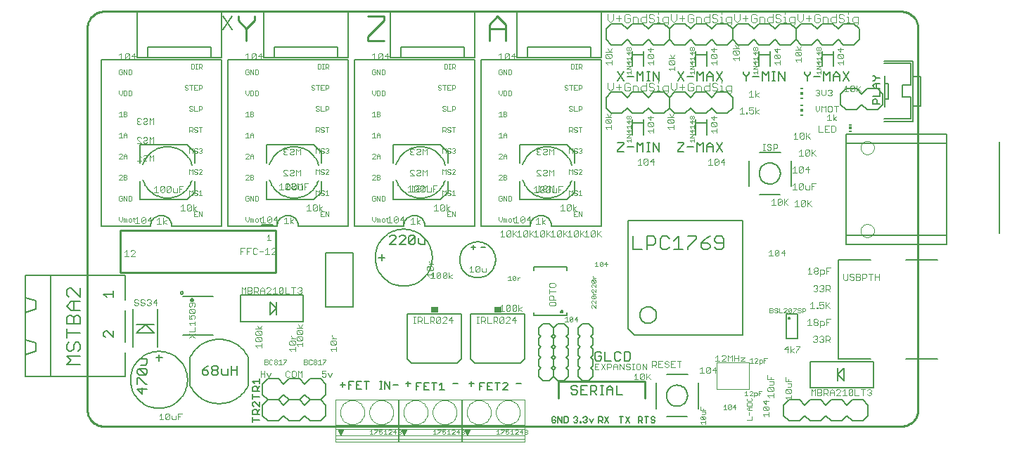
<source format=gto>
G75*
G70*
%OFA0B0*%
%FSLAX24Y24*%
%IPPOS*%
%LPD*%
%AMOC8*
5,1,8,0,0,1.08239X$1,22.5*
%
%ADD10C,0.0100*%
%ADD11C,0.0070*%
%ADD12C,0.0050*%
%ADD13C,0.0040*%
%ADD14C,0.0060*%
%ADD15C,0.0030*%
%ADD16C,0.0020*%
%ADD17C,0.0080*%
%ADD18R,0.0118X0.0059*%
%ADD19R,0.0118X0.0118*%
%ADD20C,0.0000*%
%ADD21R,0.0340X0.0300*%
D10*
X003080Y001725D02*
X003080Y019835D01*
X003082Y019889D01*
X003087Y019942D01*
X003096Y019995D01*
X003109Y020047D01*
X003125Y020099D01*
X003145Y020149D01*
X003168Y020197D01*
X003195Y020244D01*
X003224Y020289D01*
X003257Y020332D01*
X003292Y020372D01*
X003330Y020410D01*
X003370Y020445D01*
X003413Y020478D01*
X003458Y020507D01*
X003505Y020534D01*
X003553Y020557D01*
X003603Y020577D01*
X003655Y020593D01*
X003707Y020606D01*
X003760Y020615D01*
X003813Y020620D01*
X003867Y020622D01*
X041663Y020622D01*
X041717Y020620D01*
X041770Y020615D01*
X041823Y020606D01*
X041875Y020593D01*
X041927Y020577D01*
X041977Y020557D01*
X042025Y020534D01*
X042072Y020507D01*
X042117Y020478D01*
X042160Y020445D01*
X042200Y020410D01*
X042238Y020372D01*
X042273Y020332D01*
X042306Y020289D01*
X042335Y020244D01*
X042362Y020197D01*
X042385Y020149D01*
X042405Y020099D01*
X042421Y020047D01*
X042434Y019995D01*
X042443Y019942D01*
X042448Y019889D01*
X042450Y019835D01*
X042450Y001725D01*
X042448Y001671D01*
X042443Y001618D01*
X042434Y001565D01*
X042421Y001513D01*
X042405Y001461D01*
X042385Y001411D01*
X042362Y001363D01*
X042335Y001316D01*
X042306Y001271D01*
X042273Y001228D01*
X042238Y001188D01*
X042200Y001150D01*
X042160Y001115D01*
X042117Y001082D01*
X042072Y001053D01*
X042025Y001026D01*
X041977Y001003D01*
X041927Y000983D01*
X041875Y000967D01*
X041823Y000954D01*
X041770Y000945D01*
X041717Y000940D01*
X041663Y000938D01*
X041663Y000937D02*
X003867Y000937D01*
X003867Y000938D02*
X003813Y000940D01*
X003760Y000945D01*
X003707Y000954D01*
X003655Y000967D01*
X003603Y000983D01*
X003553Y001003D01*
X003505Y001026D01*
X003458Y001053D01*
X003413Y001082D01*
X003370Y001115D01*
X003330Y001150D01*
X003292Y001188D01*
X003257Y001228D01*
X003224Y001271D01*
X003195Y001316D01*
X003168Y001363D01*
X003145Y001411D01*
X003125Y001461D01*
X003109Y001513D01*
X003096Y001565D01*
X003087Y001618D01*
X003082Y001671D01*
X003080Y001725D01*
X007980Y006937D02*
X007982Y006950D01*
X007987Y006963D01*
X007996Y006974D01*
X008007Y006981D01*
X008020Y006986D01*
X008033Y006987D01*
X008047Y006984D01*
X008059Y006978D01*
X008069Y006969D01*
X008076Y006957D01*
X008080Y006944D01*
X008080Y006930D01*
X008076Y006917D01*
X008069Y006905D01*
X008059Y006896D01*
X008047Y006890D01*
X008033Y006887D01*
X008020Y006888D01*
X008007Y006893D01*
X007996Y006900D01*
X007987Y006911D01*
X007982Y006924D01*
X007980Y006937D01*
X004655Y008237D02*
X012005Y008237D01*
X012005Y010237D01*
X004655Y010237D01*
X004655Y008237D01*
X011330Y010487D02*
X011830Y010487D01*
X025403Y003069D02*
X029497Y003069D01*
X029497Y002282D01*
X025403Y002282D02*
X025403Y003069D01*
X022897Y019237D02*
X022897Y020005D01*
X022514Y020388D01*
X022130Y020005D01*
X022130Y019237D01*
X022130Y019813D02*
X022897Y019813D01*
X017147Y020196D02*
X016380Y019429D01*
X016380Y019237D01*
X017147Y019237D01*
X017147Y020196D02*
X017147Y020388D01*
X016380Y020388D01*
X010997Y020388D02*
X010997Y020196D01*
X010614Y019813D01*
X010614Y019237D01*
X010614Y019813D02*
X010230Y020196D01*
X010230Y020388D01*
D11*
X028216Y017753D02*
X028503Y017322D01*
X028677Y017537D02*
X028964Y017537D01*
X029137Y017322D02*
X029137Y017753D01*
X029281Y017609D01*
X029424Y017753D01*
X029424Y017322D01*
X029598Y017322D02*
X029741Y017322D01*
X029669Y017322D02*
X029669Y017753D01*
X029598Y017753D02*
X029741Y017753D01*
X029905Y017753D02*
X030192Y017322D01*
X030192Y017753D01*
X029905Y017753D02*
X029905Y017322D01*
X031063Y017322D02*
X031350Y017753D01*
X031523Y017537D02*
X031810Y017537D01*
X031984Y017322D02*
X031984Y017753D01*
X032127Y017609D01*
X032271Y017753D01*
X032271Y017322D01*
X032444Y017322D02*
X032444Y017609D01*
X032588Y017753D01*
X032731Y017609D01*
X032731Y017322D01*
X032905Y017322D02*
X033192Y017753D01*
X032905Y017753D02*
X033192Y017322D01*
X032731Y017537D02*
X032444Y017537D01*
X031350Y017322D02*
X031063Y017753D01*
X028503Y017753D02*
X028216Y017322D01*
X034166Y017681D02*
X034310Y017537D01*
X034310Y017322D01*
X034310Y017537D02*
X034453Y017681D01*
X034453Y017753D01*
X034627Y017537D02*
X034914Y017537D01*
X035087Y017322D02*
X035087Y017753D01*
X035231Y017609D01*
X035374Y017753D01*
X035374Y017322D01*
X035548Y017322D02*
X035691Y017322D01*
X035619Y017322D02*
X035619Y017753D01*
X035548Y017753D02*
X035691Y017753D01*
X035855Y017753D02*
X036142Y017322D01*
X036142Y017753D01*
X035855Y017753D02*
X035855Y017322D01*
X037063Y017681D02*
X037206Y017537D01*
X037206Y017322D01*
X037206Y017537D02*
X037350Y017681D01*
X037350Y017753D01*
X037523Y017537D02*
X037810Y017537D01*
X037984Y017322D02*
X037984Y017753D01*
X038127Y017609D01*
X038271Y017753D01*
X038271Y017322D01*
X038444Y017322D02*
X038444Y017609D01*
X038588Y017753D01*
X038731Y017609D01*
X038731Y017322D01*
X038905Y017322D02*
X039192Y017753D01*
X038905Y017753D02*
X039192Y017322D01*
X038731Y017537D02*
X038444Y017537D01*
X037063Y017681D02*
X037063Y017753D01*
X034166Y017753D02*
X034166Y017681D01*
X040306Y017570D02*
X040361Y017570D01*
X040471Y017460D01*
X040636Y017460D01*
X040471Y017460D02*
X040361Y017350D01*
X040306Y017350D01*
X040416Y017202D02*
X040306Y017092D01*
X040416Y016982D01*
X040636Y016982D01*
X040636Y016834D02*
X040636Y016613D01*
X040306Y016613D01*
X040361Y016465D02*
X040471Y016465D01*
X040526Y016410D01*
X040526Y016245D01*
X040636Y016245D02*
X040306Y016245D01*
X040306Y016410D01*
X040361Y016465D01*
X040471Y016982D02*
X040471Y017202D01*
X040416Y017202D02*
X040636Y017202D01*
X033192Y014403D02*
X032905Y013972D01*
X032731Y013972D02*
X032731Y014259D01*
X032588Y014403D01*
X032444Y014259D01*
X032444Y013972D01*
X032271Y013972D02*
X032271Y014403D01*
X032127Y014259D01*
X031984Y014403D01*
X031984Y013972D01*
X031810Y014187D02*
X031523Y014187D01*
X031350Y014331D02*
X031063Y014044D01*
X031063Y013972D01*
X031350Y013972D01*
X031350Y014331D02*
X031350Y014403D01*
X031063Y014403D01*
X030192Y014403D02*
X030192Y013972D01*
X029905Y014403D01*
X029905Y013972D01*
X029741Y013972D02*
X029598Y013972D01*
X029669Y013972D02*
X029669Y014403D01*
X029598Y014403D02*
X029741Y014403D01*
X029424Y014403D02*
X029281Y014259D01*
X029137Y014403D01*
X029137Y013972D01*
X028964Y014187D02*
X028677Y014187D01*
X028503Y014331D02*
X028216Y014044D01*
X028216Y013972D01*
X028503Y013972D01*
X028503Y014331D02*
X028503Y014403D01*
X028216Y014403D01*
X029424Y014403D02*
X029424Y013972D01*
X032444Y014187D02*
X032731Y014187D01*
X032905Y014403D02*
X033192Y013972D01*
X033136Y009953D02*
X032926Y009953D01*
X032820Y009848D01*
X032820Y009743D01*
X032926Y009638D01*
X033241Y009638D01*
X033241Y009848D02*
X033241Y009427D01*
X033136Y009322D01*
X032926Y009322D01*
X032820Y009427D01*
X032596Y009427D02*
X032596Y009532D01*
X032491Y009638D01*
X032176Y009638D01*
X032176Y009427D01*
X032281Y009322D01*
X032491Y009322D01*
X032596Y009427D01*
X032386Y009848D02*
X032176Y009638D01*
X032386Y009848D02*
X032596Y009953D01*
X033136Y009953D02*
X033241Y009848D01*
X031952Y009848D02*
X031531Y009427D01*
X031531Y009322D01*
X031307Y009322D02*
X030887Y009322D01*
X031097Y009322D02*
X031097Y009953D01*
X030887Y009743D01*
X030663Y009848D02*
X030558Y009953D01*
X030347Y009953D01*
X030242Y009848D01*
X030242Y009427D01*
X030347Y009322D01*
X030558Y009322D01*
X030663Y009427D01*
X030018Y009638D02*
X030018Y009848D01*
X029913Y009953D01*
X029598Y009953D01*
X029598Y009322D01*
X029598Y009532D02*
X029913Y009532D01*
X030018Y009638D01*
X029374Y009322D02*
X028953Y009322D01*
X028953Y009953D01*
X031531Y009953D02*
X031952Y009953D01*
X031952Y009848D01*
X028750Y004478D02*
X028534Y004478D01*
X028534Y004048D01*
X028750Y004048D01*
X028821Y004119D01*
X028821Y004406D01*
X028750Y004478D01*
X028361Y004406D02*
X028289Y004478D01*
X028146Y004478D01*
X028074Y004406D01*
X028074Y004119D01*
X028146Y004048D01*
X028289Y004048D01*
X028361Y004119D01*
X027900Y004048D02*
X027614Y004048D01*
X027614Y004478D01*
X027440Y004406D02*
X027368Y004478D01*
X027225Y004478D01*
X027153Y004406D01*
X027153Y004119D01*
X027225Y004048D01*
X027368Y004048D01*
X027440Y004119D01*
X027440Y004263D01*
X027297Y004263D01*
X027399Y002877D02*
X027543Y002877D01*
X027471Y002877D02*
X027471Y002447D01*
X027399Y002447D02*
X027543Y002447D01*
X027706Y002447D02*
X027706Y002734D01*
X027849Y002877D01*
X027993Y002734D01*
X027993Y002447D01*
X028166Y002447D02*
X028453Y002447D01*
X028166Y002447D02*
X028166Y002877D01*
X027993Y002662D02*
X027706Y002662D01*
X027226Y002662D02*
X027226Y002806D01*
X027154Y002877D01*
X026939Y002877D01*
X026939Y002447D01*
X026939Y002590D02*
X027154Y002590D01*
X027226Y002662D01*
X027082Y002590D02*
X027226Y002447D01*
X026765Y002447D02*
X026478Y002447D01*
X026478Y002877D01*
X026765Y002877D01*
X026622Y002662D02*
X026478Y002662D01*
X026305Y002590D02*
X026305Y002519D01*
X026233Y002447D01*
X026090Y002447D01*
X026018Y002519D01*
X026090Y002662D02*
X026233Y002662D01*
X026305Y002590D01*
X026305Y002806D02*
X026233Y002877D01*
X026090Y002877D01*
X026018Y002806D01*
X026018Y002734D01*
X026090Y002662D01*
X002745Y003855D02*
X002114Y003855D01*
X002325Y004065D01*
X002114Y004275D01*
X002745Y004275D01*
X002640Y004500D02*
X002745Y004605D01*
X002745Y004815D01*
X002640Y004920D01*
X002535Y004920D01*
X002430Y004815D01*
X002430Y004605D01*
X002325Y004500D01*
X002220Y004500D01*
X002114Y004605D01*
X002114Y004815D01*
X002220Y004920D01*
X002114Y005144D02*
X002114Y005564D01*
X002114Y005354D02*
X002745Y005354D01*
X002745Y005789D02*
X002114Y005789D01*
X002114Y006104D01*
X002220Y006209D01*
X002325Y006209D01*
X002430Y006104D01*
X002430Y005789D01*
X002745Y005789D02*
X002745Y006104D01*
X002640Y006209D01*
X002535Y006209D01*
X002430Y006104D01*
X002430Y006433D02*
X002430Y006854D01*
X002325Y006854D02*
X002745Y006854D01*
X002745Y007078D02*
X002325Y007498D01*
X002220Y007498D01*
X002114Y007393D01*
X002114Y007183D01*
X002220Y007078D01*
X002325Y006854D02*
X002114Y006643D01*
X002325Y006433D01*
X002745Y006433D01*
X002745Y007078D02*
X002745Y007498D01*
D12*
X003855Y007202D02*
X004005Y007052D01*
X003855Y007202D02*
X004305Y007202D01*
X004305Y007052D02*
X004305Y007352D01*
X004305Y005452D02*
X004305Y005152D01*
X004005Y005452D01*
X003930Y005452D01*
X003855Y005377D01*
X003855Y005227D01*
X003930Y005152D01*
X005605Y004144D02*
X005905Y004144D01*
X005905Y003919D01*
X005830Y003843D01*
X005605Y003843D01*
X005530Y003683D02*
X005830Y003383D01*
X005905Y003458D01*
X005905Y003608D01*
X005830Y003683D01*
X005530Y003683D01*
X005455Y003608D01*
X005455Y003458D01*
X005530Y003383D01*
X005830Y003383D01*
X005530Y003223D02*
X005830Y002923D01*
X005905Y002923D01*
X005905Y002687D02*
X005455Y002687D01*
X005680Y002462D01*
X005680Y002763D01*
X005455Y002923D02*
X005455Y003223D01*
X005530Y003223D01*
X007952Y002868D02*
X007952Y004207D01*
X007952Y002868D02*
X007989Y002799D01*
X008028Y002732D01*
X008071Y002667D01*
X008117Y002605D01*
X008166Y002544D01*
X008218Y002487D01*
X008273Y002432D01*
X008331Y002380D01*
X008391Y002331D01*
X008454Y002285D01*
X008519Y002242D01*
X008586Y002203D01*
X008654Y002167D01*
X008725Y002134D01*
X008797Y002105D01*
X008871Y002080D01*
X008946Y002059D01*
X009021Y002041D01*
X009098Y002028D01*
X009175Y002018D01*
X009252Y002012D01*
X009330Y002010D01*
X009408Y002012D01*
X009485Y002018D01*
X009562Y002028D01*
X009639Y002041D01*
X009714Y002059D01*
X009789Y002080D01*
X009863Y002105D01*
X009935Y002134D01*
X010006Y002167D01*
X010074Y002203D01*
X010141Y002242D01*
X010206Y002285D01*
X010269Y002331D01*
X010329Y002380D01*
X010387Y002432D01*
X010442Y002487D01*
X010494Y002544D01*
X010543Y002605D01*
X010589Y002667D01*
X010632Y002732D01*
X010671Y002799D01*
X010708Y002868D01*
X010708Y004207D01*
X010708Y004206D02*
X010671Y004275D01*
X010632Y004342D01*
X010589Y004407D01*
X010543Y004469D01*
X010494Y004530D01*
X010442Y004587D01*
X010387Y004642D01*
X010329Y004694D01*
X010269Y004743D01*
X010206Y004789D01*
X010141Y004832D01*
X010074Y004871D01*
X010006Y004907D01*
X009935Y004940D01*
X009863Y004969D01*
X009789Y004994D01*
X009714Y005015D01*
X009639Y005033D01*
X009562Y005046D01*
X009485Y005056D01*
X009408Y005062D01*
X009330Y005064D01*
X009252Y005062D01*
X009175Y005056D01*
X009098Y005046D01*
X009021Y005033D01*
X008946Y005015D01*
X008871Y004994D01*
X008797Y004969D01*
X008725Y004940D01*
X008654Y004907D01*
X008586Y004871D01*
X008519Y004832D01*
X008454Y004789D01*
X008391Y004743D01*
X008331Y004694D01*
X008273Y004642D01*
X008218Y004587D01*
X008166Y004530D01*
X008117Y004469D01*
X008071Y004407D01*
X008028Y004342D01*
X007989Y004275D01*
X007952Y004206D01*
X010905Y003078D02*
X011255Y003078D01*
X011255Y002961D02*
X011255Y003195D01*
X011021Y002961D02*
X010905Y003078D01*
X010963Y002827D02*
X011080Y002827D01*
X011138Y002768D01*
X011138Y002593D01*
X011138Y002710D02*
X011255Y002827D01*
X011255Y002593D02*
X010905Y002593D01*
X010905Y002768D01*
X010963Y002827D01*
X010905Y002458D02*
X010905Y002225D01*
X010905Y002342D02*
X011255Y002342D01*
X011255Y002095D02*
X011255Y001861D01*
X011021Y002095D01*
X010963Y002095D01*
X010905Y002037D01*
X010905Y001920D01*
X010963Y001861D01*
X010963Y001727D02*
X011080Y001727D01*
X011138Y001668D01*
X011138Y001493D01*
X011138Y001610D02*
X011255Y001727D01*
X011255Y001493D02*
X010905Y001493D01*
X010905Y001668D01*
X010963Y001727D01*
X010905Y001358D02*
X010905Y001125D01*
X010905Y001242D02*
X011255Y001242D01*
X015068Y002912D02*
X015301Y002912D01*
X015184Y002796D02*
X015184Y003029D01*
X015468Y003063D02*
X015701Y003063D01*
X015836Y003063D02*
X015836Y002712D01*
X016069Y002712D01*
X015953Y002887D02*
X015836Y002887D01*
X015836Y003063D02*
X016069Y003063D01*
X016204Y003063D02*
X016438Y003063D01*
X016321Y003063D02*
X016321Y002712D01*
X016941Y002712D02*
X017058Y002712D01*
X016999Y002712D02*
X016999Y003063D01*
X016941Y003063D02*
X017058Y003063D01*
X017186Y003063D02*
X017420Y002712D01*
X017420Y003063D01*
X017568Y002912D02*
X017801Y002912D01*
X018168Y002962D02*
X018401Y002962D01*
X018284Y002846D02*
X018284Y003079D01*
X018668Y003013D02*
X018901Y003013D01*
X019036Y003013D02*
X019036Y002662D01*
X019269Y002662D01*
X019153Y002837D02*
X019036Y002837D01*
X019036Y003013D02*
X019269Y003013D01*
X019404Y003013D02*
X019638Y003013D01*
X019521Y003013D02*
X019521Y002662D01*
X019772Y002662D02*
X020006Y002662D01*
X019889Y002662D02*
X019889Y003013D01*
X019772Y002896D01*
X020418Y002962D02*
X020651Y002962D01*
X021168Y002962D02*
X021401Y002962D01*
X021284Y002846D02*
X021284Y003079D01*
X021668Y003013D02*
X021901Y003013D01*
X022036Y003013D02*
X022036Y002662D01*
X022269Y002662D01*
X022153Y002837D02*
X022036Y002837D01*
X022036Y003013D02*
X022269Y003013D01*
X022404Y003013D02*
X022638Y003013D01*
X022521Y003013D02*
X022521Y002662D01*
X022772Y002662D02*
X023006Y002896D01*
X023006Y002954D01*
X022948Y003013D01*
X022831Y003013D01*
X022772Y002954D01*
X023418Y002962D02*
X023651Y002962D01*
X023006Y002662D02*
X022772Y002662D01*
X021784Y002837D02*
X021668Y002837D01*
X021668Y002662D02*
X021668Y003013D01*
X024480Y003287D02*
X024680Y003087D01*
X024980Y003087D01*
X025180Y003287D01*
X025180Y003587D01*
X025080Y003687D01*
X025180Y003787D01*
X025180Y004087D01*
X025080Y004187D01*
X025180Y004287D01*
X025180Y004587D01*
X025080Y004687D01*
X025180Y004787D01*
X025180Y005087D01*
X025080Y005187D01*
X025180Y005287D01*
X025180Y005587D01*
X024980Y005787D01*
X024680Y005787D01*
X024480Y005587D01*
X024480Y005287D01*
X024580Y005187D01*
X024480Y005087D01*
X024480Y004787D01*
X024580Y004687D01*
X024480Y004587D01*
X024480Y004287D01*
X024580Y004187D01*
X024480Y004087D01*
X024480Y003787D01*
X024580Y003687D01*
X024480Y003587D01*
X024480Y003287D01*
X025180Y003287D02*
X025180Y003587D01*
X025280Y003687D01*
X025180Y003787D01*
X025180Y004087D01*
X025280Y004187D01*
X025180Y004287D01*
X025180Y004587D01*
X025280Y004687D01*
X025180Y004787D01*
X025180Y005087D01*
X025280Y005187D01*
X025180Y005287D01*
X025180Y005587D01*
X025380Y005787D01*
X025680Y005787D01*
X025880Y005587D01*
X025880Y005287D01*
X025780Y005187D01*
X025880Y005087D01*
X025880Y004787D01*
X025780Y004687D01*
X025880Y004587D01*
X025880Y004287D01*
X025780Y004187D01*
X025880Y004087D01*
X025880Y003787D01*
X025780Y003687D01*
X025880Y003587D01*
X025880Y003287D01*
X025680Y003087D01*
X025380Y003087D01*
X025180Y003287D01*
X026330Y003287D02*
X026330Y003587D01*
X026430Y003687D01*
X026330Y003787D01*
X026330Y004087D01*
X026430Y004187D01*
X026330Y004287D01*
X026330Y004587D01*
X026430Y004687D01*
X026330Y004787D01*
X026330Y005087D01*
X026430Y005187D01*
X026330Y005287D01*
X026330Y005587D01*
X026530Y005787D01*
X026830Y005787D01*
X027030Y005587D01*
X027030Y005287D01*
X026930Y005187D01*
X027030Y005087D01*
X027030Y004787D01*
X026930Y004687D01*
X027030Y004587D01*
X027030Y004287D01*
X026930Y004187D01*
X027030Y004087D01*
X027030Y003787D01*
X026930Y003687D01*
X027030Y003587D01*
X027030Y003287D01*
X026830Y003087D01*
X026530Y003087D01*
X026330Y003287D01*
X026279Y001386D02*
X026324Y001341D01*
X026324Y001296D01*
X026279Y001250D01*
X026324Y001205D01*
X026324Y001160D01*
X026279Y001115D01*
X026189Y001115D01*
X026144Y001160D01*
X026234Y001250D02*
X026279Y001250D01*
X026279Y001386D02*
X026189Y001386D01*
X026144Y001341D01*
X025863Y001341D02*
X025863Y001160D01*
X025818Y001115D01*
X025683Y001115D01*
X025683Y001386D01*
X025818Y001386D01*
X025863Y001341D01*
X025569Y001386D02*
X025569Y001115D01*
X025389Y001386D01*
X025389Y001115D01*
X025274Y001160D02*
X025274Y001250D01*
X025184Y001250D01*
X025094Y001160D02*
X025139Y001115D01*
X025229Y001115D01*
X025274Y001160D01*
X025094Y001160D02*
X025094Y001341D01*
X025139Y001386D01*
X025229Y001386D01*
X025274Y001341D01*
X026439Y001160D02*
X026484Y001160D01*
X026484Y001115D01*
X026439Y001115D01*
X026439Y001160D01*
X026586Y001160D02*
X026631Y001115D01*
X026721Y001115D01*
X026766Y001160D01*
X026766Y001205D01*
X026721Y001250D01*
X026676Y001250D01*
X026721Y001250D02*
X026766Y001296D01*
X026766Y001341D01*
X026721Y001386D01*
X026631Y001386D01*
X026586Y001341D01*
X026881Y001296D02*
X026971Y001115D01*
X027061Y001296D01*
X027318Y001386D02*
X027453Y001386D01*
X027498Y001341D01*
X027498Y001250D01*
X027453Y001205D01*
X027318Y001205D01*
X027318Y001115D02*
X027318Y001386D01*
X027408Y001205D02*
X027498Y001115D01*
X027612Y001115D02*
X027792Y001386D01*
X027612Y001386D02*
X027792Y001115D01*
X028302Y001386D02*
X028482Y001386D01*
X028392Y001386D02*
X028392Y001115D01*
X028597Y001115D02*
X028777Y001386D01*
X028597Y001386D02*
X028777Y001115D01*
X029207Y001115D02*
X029207Y001386D01*
X029342Y001386D01*
X029388Y001341D01*
X029388Y001250D01*
X029342Y001205D01*
X029207Y001205D01*
X029297Y001205D02*
X029388Y001115D01*
X029592Y001115D02*
X029592Y001386D01*
X029502Y001386D02*
X029682Y001386D01*
X029797Y001341D02*
X029797Y001296D01*
X029842Y001250D01*
X029932Y001250D01*
X029977Y001205D01*
X029977Y001160D01*
X029932Y001115D01*
X029842Y001115D01*
X029797Y001160D01*
X029797Y001341D02*
X029842Y001386D01*
X029932Y001386D01*
X029977Y001341D01*
X037338Y002757D02*
X037338Y002936D01*
X037338Y004017D01*
X040332Y004017D01*
X040332Y003936D01*
X040332Y002757D01*
X037338Y002757D01*
X037338Y002838D02*
X037338Y002936D01*
X038630Y003087D02*
X038630Y003387D01*
X038630Y003687D01*
X038630Y003387D02*
X038930Y003687D01*
X038930Y003087D01*
X038630Y003387D01*
X040332Y003913D02*
X040332Y003936D01*
X039030Y009569D02*
X043794Y009569D01*
X043794Y009589D01*
X043794Y009569D01*
X043794Y009589D02*
X043794Y014746D01*
X043794Y014786D01*
X043794Y014805D01*
X043794Y014786D01*
X043794Y014746D01*
X043794Y014805D02*
X039030Y014805D01*
X039030Y014786D02*
X039030Y014244D01*
X039030Y013811D01*
X039030Y013378D01*
X039030Y012945D01*
X039030Y012512D01*
X039030Y012079D01*
X039030Y011646D01*
X039030Y011213D01*
X039030Y010780D01*
X039030Y010317D01*
X039030Y009589D01*
X039030Y010002D02*
X043794Y010002D01*
X046313Y010101D02*
X046313Y014431D01*
X043794Y014372D02*
X039030Y014372D01*
X039030Y014244D01*
X039030Y014156D01*
X039030Y013811D01*
X039030Y013378D01*
X039030Y012945D01*
X039030Y012512D01*
X039030Y012079D01*
X039030Y011646D01*
X039030Y011213D01*
X039030Y010780D01*
X039030Y010317D01*
X039030Y010219D01*
X039030Y010002D01*
X027430Y018437D02*
X026930Y018437D01*
X026930Y018937D01*
X023930Y018937D01*
X023930Y018437D01*
X023430Y018437D01*
X023430Y020637D01*
X027430Y020637D01*
X027430Y018437D01*
X026930Y018437D02*
X023930Y018437D01*
X021430Y018437D02*
X020930Y018437D01*
X020930Y018937D01*
X017930Y018937D01*
X017930Y018437D01*
X017430Y018437D01*
X017430Y020637D01*
X021430Y020637D01*
X021430Y018437D01*
X020930Y018437D02*
X017930Y018437D01*
X015430Y018437D02*
X014930Y018437D01*
X014930Y018937D01*
X011930Y018937D01*
X011930Y018437D01*
X011430Y018437D01*
X011430Y020637D01*
X015430Y020637D01*
X015430Y018437D01*
X014930Y018437D02*
X011930Y018437D01*
X009430Y018437D02*
X008930Y018437D01*
X008930Y018937D01*
X005930Y018937D01*
X005930Y018437D01*
X005430Y018437D01*
X005430Y020637D01*
X009430Y020637D01*
X009430Y018437D01*
X008930Y018437D02*
X005930Y018437D01*
X017405Y009938D02*
X017480Y010013D01*
X017630Y010013D01*
X017705Y009938D01*
X017705Y009863D01*
X017405Y009562D01*
X017705Y009562D01*
X017865Y009562D02*
X018166Y009863D01*
X018166Y009938D01*
X018091Y010013D01*
X017940Y010013D01*
X017865Y009938D01*
X018326Y009938D02*
X018401Y010013D01*
X018551Y010013D01*
X018626Y009938D01*
X018326Y009637D01*
X018401Y009562D01*
X018551Y009562D01*
X018626Y009637D01*
X018626Y009938D01*
X018786Y009863D02*
X018786Y009637D01*
X018861Y009562D01*
X019086Y009562D01*
X019086Y009863D01*
X018326Y009938D02*
X018326Y009637D01*
X018166Y009562D02*
X017865Y009562D01*
X013322Y007167D02*
X013322Y006988D01*
X013322Y005907D01*
X010328Y005907D01*
X010328Y005988D01*
X010328Y007167D01*
X013322Y007167D01*
X013322Y007086D02*
X013322Y006988D01*
X012030Y006837D02*
X012030Y006537D01*
X012030Y006237D01*
X012030Y006537D02*
X011730Y006237D01*
X011730Y006837D01*
X012030Y006537D01*
X010328Y006011D02*
X010328Y005988D01*
X015468Y003063D02*
X015468Y002712D01*
X015468Y002887D02*
X015584Y002887D01*
X017186Y002712D02*
X017186Y003063D01*
X018668Y003013D02*
X018668Y002662D01*
X018668Y002837D02*
X018784Y002837D01*
D13*
X017854Y002203D02*
X020806Y002203D01*
X020806Y001001D01*
X017854Y001001D01*
X017854Y000811D01*
X017854Y000491D01*
X017854Y000318D01*
X017854Y000200D01*
X020806Y000200D01*
X020806Y000318D01*
X020806Y000491D01*
X017854Y000491D01*
X017806Y000491D02*
X017806Y000318D01*
X014854Y000318D01*
X014854Y000491D01*
X017806Y000491D01*
X017806Y000811D01*
X017806Y001001D01*
X014854Y001001D01*
X014854Y000811D01*
X014854Y000491D01*
X014854Y000318D02*
X014854Y000200D01*
X017806Y000200D01*
X017806Y000318D01*
X017854Y000318D02*
X020806Y000318D01*
X020854Y000318D02*
X020854Y000491D01*
X023806Y000491D01*
X023806Y000318D01*
X020854Y000318D01*
X020854Y000200D01*
X023806Y000200D01*
X023806Y000318D01*
X023806Y000491D02*
X023806Y000811D01*
X023806Y001001D01*
X020854Y001001D01*
X020854Y000811D01*
X020854Y000491D01*
X020806Y000491D02*
X020806Y000811D01*
X020806Y001001D01*
X020854Y001001D02*
X020854Y002203D01*
X023806Y002203D01*
X023806Y001001D01*
X023806Y000811D02*
X020854Y000811D01*
X020806Y000811D02*
X017854Y000811D01*
X017806Y000811D02*
X014854Y000811D01*
X014964Y000762D02*
X015089Y000512D01*
X015214Y000762D01*
X014964Y000762D01*
X014973Y000745D02*
X015205Y000745D01*
X015186Y000706D02*
X014992Y000706D01*
X015011Y000668D02*
X015167Y000668D01*
X015147Y000629D02*
X015030Y000629D01*
X015050Y000591D02*
X015128Y000591D01*
X015109Y000552D02*
X015069Y000552D01*
X015088Y000514D02*
X015090Y000514D01*
X014854Y001001D02*
X014854Y002203D01*
X017806Y002203D01*
X017806Y001001D01*
X017854Y001001D02*
X017854Y002203D01*
X017494Y001878D02*
X017491Y001875D01*
X016448Y001598D02*
X016450Y001645D01*
X016456Y001692D01*
X016465Y001738D01*
X016479Y001783D01*
X016496Y001827D01*
X016517Y001870D01*
X016541Y001910D01*
X016568Y001949D01*
X016599Y001985D01*
X016632Y002018D01*
X016668Y002049D01*
X016707Y002076D01*
X016747Y002100D01*
X016790Y002121D01*
X016834Y002138D01*
X016879Y002152D01*
X016925Y002161D01*
X016972Y002167D01*
X017019Y002169D01*
X017066Y002167D01*
X017113Y002161D01*
X017159Y002152D01*
X017204Y002138D01*
X017248Y002121D01*
X017291Y002100D01*
X017331Y002076D01*
X017370Y002049D01*
X017406Y002018D01*
X017439Y001985D01*
X017470Y001949D01*
X017497Y001910D01*
X017521Y001870D01*
X017542Y001827D01*
X017559Y001783D01*
X017573Y001738D01*
X017582Y001692D01*
X017588Y001645D01*
X017590Y001598D01*
X017588Y001551D01*
X017582Y001504D01*
X017573Y001458D01*
X017559Y001413D01*
X017542Y001369D01*
X017521Y001326D01*
X017497Y001286D01*
X017470Y001247D01*
X017439Y001211D01*
X017406Y001178D01*
X017370Y001147D01*
X017331Y001120D01*
X017291Y001096D01*
X017248Y001075D01*
X017204Y001058D01*
X017159Y001044D01*
X017113Y001035D01*
X017066Y001029D01*
X017019Y001027D01*
X016972Y001029D01*
X016925Y001035D01*
X016879Y001044D01*
X016834Y001058D01*
X016790Y001075D01*
X016747Y001096D01*
X016707Y001120D01*
X016668Y001147D01*
X016632Y001178D01*
X016599Y001211D01*
X016568Y001247D01*
X016541Y001286D01*
X016517Y001326D01*
X016496Y001369D01*
X016479Y001413D01*
X016465Y001458D01*
X016456Y001504D01*
X016450Y001551D01*
X016448Y001598D01*
X016116Y001878D02*
X016113Y001875D01*
X015070Y001598D02*
X015072Y001645D01*
X015078Y001692D01*
X015087Y001738D01*
X015101Y001783D01*
X015118Y001827D01*
X015139Y001870D01*
X015163Y001910D01*
X015190Y001949D01*
X015221Y001985D01*
X015254Y002018D01*
X015290Y002049D01*
X015329Y002076D01*
X015369Y002100D01*
X015412Y002121D01*
X015456Y002138D01*
X015501Y002152D01*
X015547Y002161D01*
X015594Y002167D01*
X015641Y002169D01*
X015688Y002167D01*
X015735Y002161D01*
X015781Y002152D01*
X015826Y002138D01*
X015870Y002121D01*
X015913Y002100D01*
X015953Y002076D01*
X015992Y002049D01*
X016028Y002018D01*
X016061Y001985D01*
X016092Y001949D01*
X016119Y001910D01*
X016143Y001870D01*
X016164Y001827D01*
X016181Y001783D01*
X016195Y001738D01*
X016204Y001692D01*
X016210Y001645D01*
X016212Y001598D01*
X016210Y001551D01*
X016204Y001504D01*
X016195Y001458D01*
X016181Y001413D01*
X016164Y001369D01*
X016143Y001326D01*
X016119Y001286D01*
X016092Y001247D01*
X016061Y001211D01*
X016028Y001178D01*
X015992Y001147D01*
X015953Y001120D01*
X015913Y001096D01*
X015870Y001075D01*
X015826Y001058D01*
X015781Y001044D01*
X015735Y001035D01*
X015688Y001029D01*
X015641Y001027D01*
X015594Y001029D01*
X015547Y001035D01*
X015501Y001044D01*
X015456Y001058D01*
X015412Y001075D01*
X015369Y001096D01*
X015329Y001120D01*
X015290Y001147D01*
X015254Y001178D01*
X015221Y001211D01*
X015190Y001247D01*
X015163Y001286D01*
X015139Y001326D01*
X015118Y001369D01*
X015101Y001413D01*
X015087Y001458D01*
X015078Y001504D01*
X015072Y001551D01*
X015070Y001598D01*
X017964Y000762D02*
X018089Y000512D01*
X018214Y000762D01*
X017964Y000762D01*
X017973Y000745D02*
X018205Y000745D01*
X018186Y000706D02*
X017992Y000706D01*
X018011Y000668D02*
X018167Y000668D01*
X018147Y000629D02*
X018030Y000629D01*
X018050Y000591D02*
X018128Y000591D01*
X018109Y000552D02*
X018069Y000552D01*
X018088Y000514D02*
X018090Y000514D01*
X018070Y001598D02*
X018072Y001645D01*
X018078Y001692D01*
X018087Y001738D01*
X018101Y001783D01*
X018118Y001827D01*
X018139Y001870D01*
X018163Y001910D01*
X018190Y001949D01*
X018221Y001985D01*
X018254Y002018D01*
X018290Y002049D01*
X018329Y002076D01*
X018369Y002100D01*
X018412Y002121D01*
X018456Y002138D01*
X018501Y002152D01*
X018547Y002161D01*
X018594Y002167D01*
X018641Y002169D01*
X018688Y002167D01*
X018735Y002161D01*
X018781Y002152D01*
X018826Y002138D01*
X018870Y002121D01*
X018913Y002100D01*
X018953Y002076D01*
X018992Y002049D01*
X019028Y002018D01*
X019061Y001985D01*
X019092Y001949D01*
X019119Y001910D01*
X019143Y001870D01*
X019164Y001827D01*
X019181Y001783D01*
X019195Y001738D01*
X019204Y001692D01*
X019210Y001645D01*
X019212Y001598D01*
X019210Y001551D01*
X019204Y001504D01*
X019195Y001458D01*
X019181Y001413D01*
X019164Y001369D01*
X019143Y001326D01*
X019119Y001286D01*
X019092Y001247D01*
X019061Y001211D01*
X019028Y001178D01*
X018992Y001147D01*
X018953Y001120D01*
X018913Y001096D01*
X018870Y001075D01*
X018826Y001058D01*
X018781Y001044D01*
X018735Y001035D01*
X018688Y001029D01*
X018641Y001027D01*
X018594Y001029D01*
X018547Y001035D01*
X018501Y001044D01*
X018456Y001058D01*
X018412Y001075D01*
X018369Y001096D01*
X018329Y001120D01*
X018290Y001147D01*
X018254Y001178D01*
X018221Y001211D01*
X018190Y001247D01*
X018163Y001286D01*
X018139Y001326D01*
X018118Y001369D01*
X018101Y001413D01*
X018087Y001458D01*
X018078Y001504D01*
X018072Y001551D01*
X018070Y001598D01*
X019113Y001875D02*
X019116Y001878D01*
X019448Y001598D02*
X019450Y001645D01*
X019456Y001692D01*
X019465Y001738D01*
X019479Y001783D01*
X019496Y001827D01*
X019517Y001870D01*
X019541Y001910D01*
X019568Y001949D01*
X019599Y001985D01*
X019632Y002018D01*
X019668Y002049D01*
X019707Y002076D01*
X019747Y002100D01*
X019790Y002121D01*
X019834Y002138D01*
X019879Y002152D01*
X019925Y002161D01*
X019972Y002167D01*
X020019Y002169D01*
X020066Y002167D01*
X020113Y002161D01*
X020159Y002152D01*
X020204Y002138D01*
X020248Y002121D01*
X020291Y002100D01*
X020331Y002076D01*
X020370Y002049D01*
X020406Y002018D01*
X020439Y001985D01*
X020470Y001949D01*
X020497Y001910D01*
X020521Y001870D01*
X020542Y001827D01*
X020559Y001783D01*
X020573Y001738D01*
X020582Y001692D01*
X020588Y001645D01*
X020590Y001598D01*
X020588Y001551D01*
X020582Y001504D01*
X020573Y001458D01*
X020559Y001413D01*
X020542Y001369D01*
X020521Y001326D01*
X020497Y001286D01*
X020470Y001247D01*
X020439Y001211D01*
X020406Y001178D01*
X020370Y001147D01*
X020331Y001120D01*
X020291Y001096D01*
X020248Y001075D01*
X020204Y001058D01*
X020159Y001044D01*
X020113Y001035D01*
X020066Y001029D01*
X020019Y001027D01*
X019972Y001029D01*
X019925Y001035D01*
X019879Y001044D01*
X019834Y001058D01*
X019790Y001075D01*
X019747Y001096D01*
X019707Y001120D01*
X019668Y001147D01*
X019632Y001178D01*
X019599Y001211D01*
X019568Y001247D01*
X019541Y001286D01*
X019517Y001326D01*
X019496Y001369D01*
X019479Y001413D01*
X019465Y001458D01*
X019456Y001504D01*
X019450Y001551D01*
X019448Y001598D01*
X020491Y001875D02*
X020494Y001878D01*
X021070Y001598D02*
X021072Y001645D01*
X021078Y001692D01*
X021087Y001738D01*
X021101Y001783D01*
X021118Y001827D01*
X021139Y001870D01*
X021163Y001910D01*
X021190Y001949D01*
X021221Y001985D01*
X021254Y002018D01*
X021290Y002049D01*
X021329Y002076D01*
X021369Y002100D01*
X021412Y002121D01*
X021456Y002138D01*
X021501Y002152D01*
X021547Y002161D01*
X021594Y002167D01*
X021641Y002169D01*
X021688Y002167D01*
X021735Y002161D01*
X021781Y002152D01*
X021826Y002138D01*
X021870Y002121D01*
X021913Y002100D01*
X021953Y002076D01*
X021992Y002049D01*
X022028Y002018D01*
X022061Y001985D01*
X022092Y001949D01*
X022119Y001910D01*
X022143Y001870D01*
X022164Y001827D01*
X022181Y001783D01*
X022195Y001738D01*
X022204Y001692D01*
X022210Y001645D01*
X022212Y001598D01*
X022210Y001551D01*
X022204Y001504D01*
X022195Y001458D01*
X022181Y001413D01*
X022164Y001369D01*
X022143Y001326D01*
X022119Y001286D01*
X022092Y001247D01*
X022061Y001211D01*
X022028Y001178D01*
X021992Y001147D01*
X021953Y001120D01*
X021913Y001096D01*
X021870Y001075D01*
X021826Y001058D01*
X021781Y001044D01*
X021735Y001035D01*
X021688Y001029D01*
X021641Y001027D01*
X021594Y001029D01*
X021547Y001035D01*
X021501Y001044D01*
X021456Y001058D01*
X021412Y001075D01*
X021369Y001096D01*
X021329Y001120D01*
X021290Y001147D01*
X021254Y001178D01*
X021221Y001211D01*
X021190Y001247D01*
X021163Y001286D01*
X021139Y001326D01*
X021118Y001369D01*
X021101Y001413D01*
X021087Y001458D01*
X021078Y001504D01*
X021072Y001551D01*
X021070Y001598D01*
X022113Y001875D02*
X022116Y001878D01*
X022448Y001598D02*
X022450Y001645D01*
X022456Y001692D01*
X022465Y001738D01*
X022479Y001783D01*
X022496Y001827D01*
X022517Y001870D01*
X022541Y001910D01*
X022568Y001949D01*
X022599Y001985D01*
X022632Y002018D01*
X022668Y002049D01*
X022707Y002076D01*
X022747Y002100D01*
X022790Y002121D01*
X022834Y002138D01*
X022879Y002152D01*
X022925Y002161D01*
X022972Y002167D01*
X023019Y002169D01*
X023066Y002167D01*
X023113Y002161D01*
X023159Y002152D01*
X023204Y002138D01*
X023248Y002121D01*
X023291Y002100D01*
X023331Y002076D01*
X023370Y002049D01*
X023406Y002018D01*
X023439Y001985D01*
X023470Y001949D01*
X023497Y001910D01*
X023521Y001870D01*
X023542Y001827D01*
X023559Y001783D01*
X023573Y001738D01*
X023582Y001692D01*
X023588Y001645D01*
X023590Y001598D01*
X023588Y001551D01*
X023582Y001504D01*
X023573Y001458D01*
X023559Y001413D01*
X023542Y001369D01*
X023521Y001326D01*
X023497Y001286D01*
X023470Y001247D01*
X023439Y001211D01*
X023406Y001178D01*
X023370Y001147D01*
X023331Y001120D01*
X023291Y001096D01*
X023248Y001075D01*
X023204Y001058D01*
X023159Y001044D01*
X023113Y001035D01*
X023066Y001029D01*
X023019Y001027D01*
X022972Y001029D01*
X022925Y001035D01*
X022879Y001044D01*
X022834Y001058D01*
X022790Y001075D01*
X022747Y001096D01*
X022707Y001120D01*
X022668Y001147D01*
X022632Y001178D01*
X022599Y001211D01*
X022568Y001247D01*
X022541Y001286D01*
X022517Y001326D01*
X022496Y001369D01*
X022479Y001413D01*
X022465Y001458D01*
X022456Y001504D01*
X022450Y001551D01*
X022448Y001598D01*
X023491Y001875D02*
X023494Y001878D01*
X021214Y000762D02*
X021089Y000512D01*
X020964Y000762D01*
X021214Y000762D01*
X021205Y000745D02*
X020973Y000745D01*
X020992Y000706D02*
X021186Y000706D01*
X021167Y000668D02*
X021011Y000668D01*
X021030Y000629D02*
X021147Y000629D01*
X021128Y000591D02*
X021050Y000591D01*
X021069Y000552D02*
X021109Y000552D01*
X021090Y000514D02*
X021088Y000514D01*
X014678Y003468D02*
X014585Y003281D01*
X014491Y003468D01*
X014383Y003421D02*
X014383Y003328D01*
X014337Y003281D01*
X014243Y003281D01*
X014197Y003328D01*
X014197Y003421D02*
X014290Y003468D01*
X014337Y003468D01*
X014383Y003421D01*
X014383Y003562D02*
X014197Y003562D01*
X014197Y003421D01*
X013260Y003562D02*
X013260Y003281D01*
X013073Y003281D02*
X013073Y003562D01*
X013167Y003468D01*
X013260Y003562D01*
X012966Y003515D02*
X012966Y003328D01*
X012919Y003281D01*
X012825Y003281D01*
X012779Y003328D01*
X012779Y003515D01*
X012825Y003562D01*
X012919Y003562D01*
X012966Y003515D01*
X012671Y003515D02*
X012624Y003562D01*
X012531Y003562D01*
X012484Y003515D01*
X012484Y003328D01*
X012531Y003281D01*
X012624Y003281D01*
X012671Y003328D01*
X011778Y003468D02*
X011685Y003281D01*
X011591Y003468D01*
X011483Y003421D02*
X011297Y003421D01*
X011297Y003281D02*
X011297Y003562D01*
X011483Y003562D02*
X011483Y003281D01*
X027138Y003633D02*
X027325Y003633D01*
X027433Y003633D02*
X027620Y003913D01*
X027727Y003913D02*
X027868Y003913D01*
X027914Y003866D01*
X027914Y003773D01*
X027868Y003726D01*
X027727Y003726D01*
X027727Y003633D02*
X027727Y003913D01*
X027433Y003913D02*
X027620Y003633D01*
X028022Y003633D02*
X028022Y003819D01*
X028116Y003913D01*
X028209Y003819D01*
X028209Y003633D01*
X028317Y003633D02*
X028317Y003913D01*
X028504Y003633D01*
X028504Y003913D01*
X028611Y003866D02*
X028611Y003819D01*
X028658Y003773D01*
X028752Y003773D01*
X028798Y003726D01*
X028798Y003679D01*
X028752Y003633D01*
X028658Y003633D01*
X028611Y003679D01*
X028611Y003866D02*
X028658Y003913D01*
X028752Y003913D01*
X028798Y003866D01*
X028906Y003913D02*
X029000Y003913D01*
X028953Y003913D02*
X028953Y003633D01*
X028906Y003633D02*
X029000Y003633D01*
X029103Y003679D02*
X029149Y003633D01*
X029243Y003633D01*
X029289Y003679D01*
X029289Y003866D01*
X029243Y003913D01*
X029149Y003913D01*
X029103Y003866D01*
X029103Y003679D01*
X029397Y003633D02*
X029397Y003913D01*
X029584Y003633D01*
X029584Y003913D01*
X029860Y003844D02*
X030000Y003844D01*
X030047Y003890D01*
X030047Y003984D01*
X030000Y004030D01*
X029860Y004030D01*
X029860Y003750D01*
X029953Y003844D02*
X030047Y003750D01*
X030154Y003750D02*
X030341Y003750D01*
X030449Y003797D02*
X030496Y003750D01*
X030589Y003750D01*
X030636Y003797D01*
X030636Y003844D01*
X030589Y003890D01*
X030496Y003890D01*
X030449Y003937D01*
X030449Y003984D01*
X030496Y004030D01*
X030589Y004030D01*
X030636Y003984D01*
X030744Y004030D02*
X030744Y003750D01*
X030931Y003750D01*
X030837Y003890D02*
X030744Y003890D01*
X030744Y004030D02*
X030931Y004030D01*
X031038Y004030D02*
X031225Y004030D01*
X031132Y004030D02*
X031132Y003750D01*
X030341Y004030D02*
X030154Y004030D01*
X030154Y003750D01*
X030154Y003890D02*
X030248Y003890D01*
X028209Y003773D02*
X028022Y003773D01*
X027325Y003913D02*
X027138Y003913D01*
X027138Y003633D01*
X027138Y003773D02*
X027232Y003773D01*
X032905Y003962D02*
X032905Y002712D01*
X032907Y002706D02*
X034453Y002706D01*
X034455Y002712D02*
X034455Y003962D01*
X034453Y003969D02*
X032907Y003969D01*
X025168Y012073D02*
X025168Y012353D01*
X025074Y012260D01*
X024981Y012353D01*
X024981Y012073D01*
X024873Y012120D02*
X024826Y012073D01*
X024733Y012073D01*
X024686Y012120D01*
X024686Y012166D01*
X024733Y012213D01*
X024826Y012213D01*
X024873Y012260D01*
X024873Y012307D01*
X024826Y012353D01*
X024733Y012353D01*
X024686Y012307D01*
X024578Y012260D02*
X024485Y012353D01*
X024485Y012073D01*
X024578Y012073D02*
X024392Y012073D01*
X024392Y012823D02*
X024578Y012823D01*
X024392Y013010D01*
X024392Y013057D01*
X024438Y013103D01*
X024532Y013103D01*
X024578Y013057D01*
X024686Y013057D02*
X024733Y013103D01*
X024826Y013103D01*
X024873Y013057D01*
X024873Y013010D01*
X024826Y012963D01*
X024733Y012963D01*
X024686Y012916D01*
X024686Y012870D01*
X024733Y012823D01*
X024826Y012823D01*
X024873Y012870D01*
X024981Y012823D02*
X024981Y013103D01*
X025074Y013010D01*
X025168Y013103D01*
X025168Y012823D01*
X025168Y013823D02*
X025168Y014103D01*
X025074Y014010D01*
X024981Y014103D01*
X024981Y013823D01*
X024873Y013870D02*
X024826Y013823D01*
X024733Y013823D01*
X024686Y013870D01*
X024686Y013916D01*
X024733Y013963D01*
X024826Y013963D01*
X024873Y014010D01*
X024873Y014057D01*
X024826Y014103D01*
X024733Y014103D01*
X024686Y014057D01*
X024578Y014057D02*
X024532Y014103D01*
X024438Y014103D01*
X024392Y014057D01*
X024392Y014010D01*
X024438Y013963D01*
X024392Y013916D01*
X024392Y013870D01*
X024438Y013823D01*
X024532Y013823D01*
X024578Y013870D01*
X024485Y013963D02*
X024438Y013963D01*
X019168Y013823D02*
X019168Y014103D01*
X019074Y014010D01*
X018981Y014103D01*
X018981Y013823D01*
X018873Y013870D02*
X018826Y013823D01*
X018733Y013823D01*
X018686Y013870D01*
X018686Y013916D01*
X018733Y013963D01*
X018826Y013963D01*
X018873Y014010D01*
X018873Y014057D01*
X018826Y014103D01*
X018733Y014103D01*
X018686Y014057D01*
X018578Y014057D02*
X018532Y014103D01*
X018438Y014103D01*
X018392Y014057D01*
X018392Y014010D01*
X018438Y013963D01*
X018392Y013916D01*
X018392Y013870D01*
X018438Y013823D01*
X018532Y013823D01*
X018578Y013870D01*
X018485Y013963D02*
X018438Y013963D01*
X018438Y013103D02*
X018532Y013103D01*
X018578Y013057D01*
X018686Y013057D02*
X018733Y013103D01*
X018826Y013103D01*
X018873Y013057D01*
X018873Y013010D01*
X018826Y012963D01*
X018733Y012963D01*
X018686Y012916D01*
X018686Y012870D01*
X018733Y012823D01*
X018826Y012823D01*
X018873Y012870D01*
X018981Y012823D02*
X018981Y013103D01*
X019074Y013010D01*
X019168Y013103D01*
X019168Y012823D01*
X018578Y012823D02*
X018392Y013010D01*
X018392Y013057D01*
X018438Y013103D01*
X018392Y012823D02*
X018578Y012823D01*
X018485Y012353D02*
X018485Y012073D01*
X018578Y012073D02*
X018392Y012073D01*
X018578Y012260D02*
X018485Y012353D01*
X018686Y012307D02*
X018733Y012353D01*
X018826Y012353D01*
X018873Y012307D01*
X018873Y012260D01*
X018826Y012213D01*
X018733Y012213D01*
X018686Y012166D01*
X018686Y012120D01*
X018733Y012073D01*
X018826Y012073D01*
X018873Y012120D01*
X018981Y012073D02*
X018981Y012353D01*
X019074Y012260D01*
X019168Y012353D01*
X019168Y012073D01*
X013230Y012198D02*
X013230Y012478D01*
X013137Y012385D01*
X013043Y012478D01*
X013043Y012198D01*
X012936Y012245D02*
X012889Y012198D01*
X012795Y012198D01*
X012749Y012245D01*
X012749Y012291D01*
X012795Y012338D01*
X012889Y012338D01*
X012936Y012385D01*
X012936Y012432D01*
X012889Y012478D01*
X012795Y012478D01*
X012749Y012432D01*
X012641Y012385D02*
X012547Y012478D01*
X012547Y012198D01*
X012454Y012198D02*
X012641Y012198D01*
X012578Y012823D02*
X012392Y012823D01*
X012578Y012823D02*
X012392Y013010D01*
X012392Y013057D01*
X012438Y013103D01*
X012532Y013103D01*
X012578Y013057D01*
X012686Y013057D02*
X012733Y013103D01*
X012826Y013103D01*
X012873Y013057D01*
X012873Y013010D01*
X012826Y012963D01*
X012733Y012963D01*
X012686Y012916D01*
X012686Y012870D01*
X012733Y012823D01*
X012826Y012823D01*
X012873Y012870D01*
X012981Y012823D02*
X012981Y013103D01*
X013074Y013010D01*
X013168Y013103D01*
X013168Y012823D01*
X013168Y013823D02*
X013168Y014103D01*
X013074Y014010D01*
X012981Y014103D01*
X012981Y013823D01*
X012873Y013870D02*
X012826Y013823D01*
X012733Y013823D01*
X012686Y013870D01*
X012686Y013916D01*
X012733Y013963D01*
X012826Y013963D01*
X012873Y014010D01*
X012873Y014057D01*
X012826Y014103D01*
X012733Y014103D01*
X012686Y014057D01*
X012578Y014057D02*
X012532Y014103D01*
X012438Y014103D01*
X012392Y014057D01*
X012392Y014010D01*
X012438Y013963D01*
X012392Y013916D01*
X012392Y013870D01*
X012438Y013823D01*
X012532Y013823D01*
X012578Y013870D01*
X012485Y013963D02*
X012438Y013963D01*
X006218Y013803D02*
X006218Y013523D01*
X006031Y013523D02*
X006031Y013803D01*
X006124Y013710D01*
X006218Y013803D01*
X005923Y013757D02*
X005923Y013710D01*
X005876Y013663D01*
X005783Y013663D01*
X005736Y013616D01*
X005736Y013570D01*
X005783Y013523D01*
X005876Y013523D01*
X005923Y013570D01*
X005923Y013757D02*
X005876Y013803D01*
X005783Y013803D01*
X005736Y013757D01*
X005628Y013710D02*
X005535Y013803D01*
X005535Y013523D01*
X005628Y013523D02*
X005442Y013523D01*
X005442Y014373D02*
X005628Y014373D01*
X005442Y014560D01*
X005442Y014607D01*
X005488Y014653D01*
X005582Y014653D01*
X005628Y014607D01*
X005736Y014607D02*
X005783Y014653D01*
X005876Y014653D01*
X005923Y014607D01*
X005923Y014560D01*
X005876Y014513D01*
X005783Y014513D01*
X005736Y014466D01*
X005736Y014420D01*
X005783Y014373D01*
X005876Y014373D01*
X005923Y014420D01*
X006031Y014373D02*
X006031Y014653D01*
X006124Y014560D01*
X006218Y014653D01*
X006218Y014373D01*
X006218Y015273D02*
X006218Y015553D01*
X006124Y015460D01*
X006031Y015553D01*
X006031Y015273D01*
X005923Y015320D02*
X005876Y015273D01*
X005783Y015273D01*
X005736Y015320D01*
X005736Y015366D01*
X005783Y015413D01*
X005876Y015413D01*
X005923Y015460D01*
X005923Y015507D01*
X005876Y015553D01*
X005783Y015553D01*
X005736Y015507D01*
X005628Y015507D02*
X005582Y015553D01*
X005488Y015553D01*
X005442Y015507D01*
X005442Y015460D01*
X005488Y015413D01*
X005442Y015366D01*
X005442Y015320D01*
X005488Y015273D01*
X005582Y015273D01*
X005628Y015320D01*
X005535Y015413D02*
X005488Y015413D01*
X035110Y014330D02*
X035203Y014330D01*
X035157Y014330D02*
X035157Y014050D01*
X035203Y014050D02*
X035110Y014050D01*
X035306Y014097D02*
X035353Y014050D01*
X035446Y014050D01*
X035493Y014097D01*
X035493Y014144D01*
X035446Y014190D01*
X035353Y014190D01*
X035306Y014237D01*
X035306Y014284D01*
X035353Y014330D01*
X035446Y014330D01*
X035493Y014284D01*
X035601Y014330D02*
X035601Y014050D01*
X035601Y014144D02*
X035741Y014144D01*
X035788Y014190D01*
X035788Y014284D01*
X035741Y014330D01*
X035601Y014330D01*
X037594Y015961D02*
X037687Y015868D01*
X037781Y015961D01*
X037781Y016148D01*
X037888Y016148D02*
X037982Y016055D01*
X038075Y016148D01*
X038075Y015868D01*
X038183Y015915D02*
X038183Y016101D01*
X038230Y016148D01*
X038323Y016148D01*
X038370Y016101D01*
X038370Y015915D01*
X038323Y015868D01*
X038230Y015868D01*
X038183Y015915D01*
X037888Y015868D02*
X037888Y016148D01*
X037594Y016148D02*
X037594Y015961D01*
X038478Y016148D02*
X038664Y016148D01*
X038571Y016148D02*
X038571Y015868D01*
X038323Y016618D02*
X038230Y016618D01*
X038183Y016665D01*
X038075Y016711D02*
X038075Y016898D01*
X038183Y016851D02*
X038230Y016898D01*
X038323Y016898D01*
X038370Y016851D01*
X038370Y016805D01*
X038323Y016758D01*
X038370Y016711D01*
X038370Y016665D01*
X038323Y016618D01*
X038323Y016758D02*
X038276Y016758D01*
X038075Y016711D02*
X037982Y016618D01*
X037888Y016711D01*
X037888Y016898D01*
X037781Y016851D02*
X037781Y016805D01*
X037734Y016758D01*
X037781Y016711D01*
X037781Y016665D01*
X037734Y016618D01*
X037640Y016618D01*
X037594Y016665D01*
X037687Y016758D02*
X037734Y016758D01*
X037781Y016851D02*
X037734Y016898D01*
X037640Y016898D01*
X037594Y016851D01*
D14*
X040861Y016837D02*
X040861Y016475D01*
X041058Y016475D01*
X041058Y016837D01*
X041058Y017200D01*
X040861Y017200D01*
X040861Y016837D01*
X040861Y017200D02*
X040861Y017570D01*
X041708Y017123D02*
X041708Y016837D01*
X041708Y016552D01*
X042098Y016552D01*
X042098Y015518D01*
X040845Y015518D01*
X040845Y015400D02*
X042216Y015400D01*
X042216Y016148D01*
X042570Y016148D01*
X042570Y016837D01*
X042570Y017526D01*
X042216Y017526D01*
X042216Y016837D01*
X042216Y016148D01*
X040861Y016105D02*
X040861Y016475D01*
X041708Y017123D02*
X042098Y017123D01*
X042098Y018156D01*
X040845Y018156D01*
X040845Y018274D02*
X042216Y018274D01*
X042216Y017526D01*
X027430Y018337D02*
X027430Y010437D01*
X025080Y010437D01*
X025078Y010481D01*
X025072Y010524D01*
X025063Y010566D01*
X025050Y010608D01*
X025033Y010648D01*
X025013Y010687D01*
X024990Y010724D01*
X024963Y010758D01*
X024934Y010791D01*
X024901Y010820D01*
X024867Y010847D01*
X024830Y010870D01*
X024791Y010890D01*
X024751Y010907D01*
X024709Y010920D01*
X024667Y010929D01*
X024624Y010935D01*
X024580Y010937D01*
X024536Y010935D01*
X024493Y010929D01*
X024451Y010920D01*
X024409Y010907D01*
X024369Y010890D01*
X024330Y010870D01*
X024293Y010847D01*
X024259Y010820D01*
X024226Y010791D01*
X024197Y010758D01*
X024170Y010724D01*
X024147Y010687D01*
X024127Y010648D01*
X024110Y010608D01*
X024097Y010566D01*
X024088Y010524D01*
X024082Y010481D01*
X024080Y010437D01*
X021730Y010437D01*
X021730Y018337D01*
X027430Y018337D01*
X021430Y018337D02*
X021430Y010437D01*
X019080Y010437D01*
X019078Y010481D01*
X019072Y010524D01*
X019063Y010566D01*
X019050Y010608D01*
X019033Y010648D01*
X019013Y010687D01*
X018990Y010724D01*
X018963Y010758D01*
X018934Y010791D01*
X018901Y010820D01*
X018867Y010847D01*
X018830Y010870D01*
X018791Y010890D01*
X018751Y010907D01*
X018709Y010920D01*
X018667Y010929D01*
X018624Y010935D01*
X018580Y010937D01*
X018536Y010935D01*
X018493Y010929D01*
X018451Y010920D01*
X018409Y010907D01*
X018369Y010890D01*
X018330Y010870D01*
X018293Y010847D01*
X018259Y010820D01*
X018226Y010791D01*
X018197Y010758D01*
X018170Y010724D01*
X018147Y010687D01*
X018127Y010648D01*
X018110Y010608D01*
X018097Y010566D01*
X018088Y010524D01*
X018082Y010481D01*
X018080Y010437D01*
X015730Y010437D01*
X015730Y018337D01*
X021430Y018337D01*
X015430Y018337D02*
X015430Y010437D01*
X013080Y010437D01*
X013078Y010481D01*
X013072Y010524D01*
X013063Y010566D01*
X013050Y010608D01*
X013033Y010648D01*
X013013Y010687D01*
X012990Y010724D01*
X012963Y010758D01*
X012934Y010791D01*
X012901Y010820D01*
X012867Y010847D01*
X012830Y010870D01*
X012791Y010890D01*
X012751Y010907D01*
X012709Y010920D01*
X012667Y010929D01*
X012624Y010935D01*
X012580Y010937D01*
X012536Y010935D01*
X012493Y010929D01*
X012451Y010920D01*
X012409Y010907D01*
X012369Y010890D01*
X012330Y010870D01*
X012293Y010847D01*
X012259Y010820D01*
X012226Y010791D01*
X012197Y010758D01*
X012170Y010724D01*
X012147Y010687D01*
X012127Y010648D01*
X012110Y010608D01*
X012097Y010566D01*
X012088Y010524D01*
X012082Y010481D01*
X012080Y010437D01*
X009730Y010437D01*
X009730Y018337D01*
X015430Y018337D01*
X009937Y019767D02*
X009510Y020408D01*
X009937Y020408D02*
X009510Y019767D01*
X009430Y018337D02*
X009430Y010437D01*
X007080Y010437D01*
X007078Y010481D01*
X007072Y010524D01*
X007063Y010566D01*
X007050Y010608D01*
X007033Y010648D01*
X007013Y010687D01*
X006990Y010724D01*
X006963Y010758D01*
X006934Y010791D01*
X006901Y010820D01*
X006867Y010847D01*
X006830Y010870D01*
X006791Y010890D01*
X006751Y010907D01*
X006709Y010920D01*
X006667Y010929D01*
X006624Y010935D01*
X006580Y010937D01*
X006536Y010935D01*
X006493Y010929D01*
X006451Y010920D01*
X006409Y010907D01*
X006369Y010890D01*
X006330Y010870D01*
X006293Y010847D01*
X006259Y010820D01*
X006226Y010791D01*
X006197Y010758D01*
X006170Y010724D01*
X006147Y010687D01*
X006127Y010648D01*
X006110Y010608D01*
X006097Y010566D01*
X006088Y010524D01*
X006082Y010481D01*
X006080Y010437D01*
X003730Y010437D01*
X003730Y018337D01*
X009430Y018337D01*
X028724Y010693D02*
X028724Y005577D01*
X029019Y005281D01*
X034136Y005281D01*
X034136Y010693D01*
X028724Y010693D01*
X021930Y009437D02*
X021730Y009437D01*
X021480Y009437D02*
X021280Y009437D01*
X021380Y009337D02*
X021380Y009537D01*
X020730Y008837D02*
X020732Y008895D01*
X020738Y008953D01*
X020748Y009010D01*
X020762Y009066D01*
X020779Y009122D01*
X020800Y009176D01*
X020825Y009228D01*
X020854Y009279D01*
X020886Y009327D01*
X020921Y009373D01*
X020959Y009417D01*
X021000Y009458D01*
X021044Y009496D01*
X021090Y009531D01*
X021138Y009563D01*
X021189Y009592D01*
X021241Y009617D01*
X021295Y009638D01*
X021351Y009655D01*
X021407Y009669D01*
X021464Y009679D01*
X021522Y009685D01*
X021580Y009687D01*
X021638Y009685D01*
X021696Y009679D01*
X021753Y009669D01*
X021809Y009655D01*
X021865Y009638D01*
X021919Y009617D01*
X021971Y009592D01*
X022022Y009563D01*
X022070Y009531D01*
X022116Y009496D01*
X022160Y009458D01*
X022201Y009417D01*
X022239Y009373D01*
X022274Y009327D01*
X022306Y009279D01*
X022335Y009228D01*
X022360Y009176D01*
X022381Y009122D01*
X022398Y009066D01*
X022412Y009010D01*
X022422Y008953D01*
X022428Y008895D01*
X022430Y008837D01*
X022428Y008779D01*
X022422Y008721D01*
X022412Y008664D01*
X022398Y008608D01*
X022381Y008552D01*
X022360Y008498D01*
X022335Y008446D01*
X022306Y008395D01*
X022274Y008347D01*
X022239Y008301D01*
X022201Y008257D01*
X022160Y008216D01*
X022116Y008178D01*
X022070Y008143D01*
X022022Y008111D01*
X021971Y008082D01*
X021919Y008057D01*
X021865Y008036D01*
X021809Y008019D01*
X021753Y008005D01*
X021696Y007995D01*
X021638Y007989D01*
X021580Y007987D01*
X021522Y007989D01*
X021464Y007995D01*
X021407Y008005D01*
X021351Y008019D01*
X021295Y008036D01*
X021241Y008057D01*
X021189Y008082D01*
X021138Y008111D01*
X021090Y008143D01*
X021044Y008178D01*
X021000Y008216D01*
X020959Y008257D01*
X020921Y008301D01*
X020886Y008347D01*
X020854Y008395D01*
X020825Y008446D01*
X020800Y008498D01*
X020779Y008552D01*
X020762Y008608D01*
X020748Y008664D01*
X020738Y008721D01*
X020732Y008779D01*
X020730Y008837D01*
X016730Y008937D02*
X016732Y009010D01*
X016738Y009083D01*
X016748Y009155D01*
X016762Y009227D01*
X016779Y009298D01*
X016801Y009368D01*
X016826Y009437D01*
X016855Y009504D01*
X016887Y009569D01*
X016923Y009633D01*
X016963Y009695D01*
X017005Y009754D01*
X017051Y009811D01*
X017100Y009865D01*
X017152Y009917D01*
X017206Y009966D01*
X017263Y010012D01*
X017322Y010054D01*
X017384Y010094D01*
X017448Y010130D01*
X017513Y010162D01*
X017580Y010191D01*
X017649Y010216D01*
X017719Y010238D01*
X017790Y010255D01*
X017862Y010269D01*
X017934Y010279D01*
X018007Y010285D01*
X018080Y010287D01*
X018153Y010285D01*
X018226Y010279D01*
X018298Y010269D01*
X018370Y010255D01*
X018441Y010238D01*
X018511Y010216D01*
X018580Y010191D01*
X018647Y010162D01*
X018712Y010130D01*
X018776Y010094D01*
X018838Y010054D01*
X018897Y010012D01*
X018954Y009966D01*
X019008Y009917D01*
X019060Y009865D01*
X019109Y009811D01*
X019155Y009754D01*
X019197Y009695D01*
X019237Y009633D01*
X019273Y009569D01*
X019305Y009504D01*
X019334Y009437D01*
X019359Y009368D01*
X019381Y009298D01*
X019398Y009227D01*
X019412Y009155D01*
X019422Y009083D01*
X019428Y009010D01*
X019430Y008937D01*
X019428Y008864D01*
X019422Y008791D01*
X019412Y008719D01*
X019398Y008647D01*
X019381Y008576D01*
X019359Y008506D01*
X019334Y008437D01*
X019305Y008370D01*
X019273Y008305D01*
X019237Y008241D01*
X019197Y008179D01*
X019155Y008120D01*
X019109Y008063D01*
X019060Y008009D01*
X019008Y007957D01*
X018954Y007908D01*
X018897Y007862D01*
X018838Y007820D01*
X018776Y007780D01*
X018712Y007744D01*
X018647Y007712D01*
X018580Y007683D01*
X018511Y007658D01*
X018441Y007636D01*
X018370Y007619D01*
X018298Y007605D01*
X018226Y007595D01*
X018153Y007589D01*
X018080Y007587D01*
X018007Y007589D01*
X017934Y007595D01*
X017862Y007605D01*
X017790Y007619D01*
X017719Y007636D01*
X017649Y007658D01*
X017580Y007683D01*
X017513Y007712D01*
X017448Y007744D01*
X017384Y007780D01*
X017322Y007820D01*
X017263Y007862D01*
X017206Y007908D01*
X017152Y007957D01*
X017100Y008009D01*
X017051Y008063D01*
X017005Y008120D01*
X016963Y008179D01*
X016923Y008241D01*
X016887Y008305D01*
X016855Y008370D01*
X016826Y008437D01*
X016801Y008506D01*
X016779Y008576D01*
X016762Y008647D01*
X016748Y008719D01*
X016738Y008791D01*
X016732Y008864D01*
X016730Y008937D01*
X016880Y008937D02*
X017180Y008937D01*
X017030Y008787D02*
X017030Y009087D01*
X009040Y007117D02*
X007620Y007117D01*
X006405Y006487D02*
X006405Y004688D01*
X006480Y004337D02*
X006480Y004037D01*
X006330Y004187D02*
X006630Y004187D01*
X005255Y004688D02*
X005255Y006487D01*
X004880Y006437D02*
X004880Y004937D01*
X004880Y004437D02*
X004880Y003287D01*
X001330Y003287D01*
X000130Y003287D01*
X000130Y004337D01*
X000130Y005037D01*
X000630Y004887D01*
X000630Y004487D01*
X000130Y004337D01*
X000130Y005037D02*
X000130Y006337D01*
X000130Y007037D01*
X000630Y006887D01*
X000630Y006487D01*
X000130Y006337D01*
X000130Y007037D02*
X000130Y008087D01*
X001330Y008087D01*
X001330Y003287D01*
X005412Y005367D02*
X006248Y005367D01*
X005830Y005784D01*
X005412Y005367D01*
X005412Y005784D02*
X005830Y005784D01*
X006248Y005784D01*
X007620Y005257D02*
X009040Y005257D01*
X004880Y006937D02*
X004880Y008087D01*
X001330Y008087D01*
X005130Y003137D02*
X005132Y003210D01*
X005138Y003283D01*
X005148Y003355D01*
X005162Y003427D01*
X005179Y003498D01*
X005201Y003568D01*
X005226Y003637D01*
X005255Y003704D01*
X005287Y003769D01*
X005323Y003833D01*
X005363Y003895D01*
X005405Y003954D01*
X005451Y004011D01*
X005500Y004065D01*
X005552Y004117D01*
X005606Y004166D01*
X005663Y004212D01*
X005722Y004254D01*
X005784Y004294D01*
X005848Y004330D01*
X005913Y004362D01*
X005980Y004391D01*
X006049Y004416D01*
X006119Y004438D01*
X006190Y004455D01*
X006262Y004469D01*
X006334Y004479D01*
X006407Y004485D01*
X006480Y004487D01*
X006553Y004485D01*
X006626Y004479D01*
X006698Y004469D01*
X006770Y004455D01*
X006841Y004438D01*
X006911Y004416D01*
X006980Y004391D01*
X007047Y004362D01*
X007112Y004330D01*
X007176Y004294D01*
X007238Y004254D01*
X007297Y004212D01*
X007354Y004166D01*
X007408Y004117D01*
X007460Y004065D01*
X007509Y004011D01*
X007555Y003954D01*
X007597Y003895D01*
X007637Y003833D01*
X007673Y003769D01*
X007705Y003704D01*
X007734Y003637D01*
X007759Y003568D01*
X007781Y003498D01*
X007798Y003427D01*
X007812Y003355D01*
X007822Y003283D01*
X007828Y003210D01*
X007830Y003137D01*
X007828Y003064D01*
X007822Y002991D01*
X007812Y002919D01*
X007798Y002847D01*
X007781Y002776D01*
X007759Y002706D01*
X007734Y002637D01*
X007705Y002570D01*
X007673Y002505D01*
X007637Y002441D01*
X007597Y002379D01*
X007555Y002320D01*
X007509Y002263D01*
X007460Y002209D01*
X007408Y002157D01*
X007354Y002108D01*
X007297Y002062D01*
X007238Y002020D01*
X007176Y001980D01*
X007112Y001944D01*
X007047Y001912D01*
X006980Y001883D01*
X006911Y001858D01*
X006841Y001836D01*
X006770Y001819D01*
X006698Y001805D01*
X006626Y001795D01*
X006553Y001789D01*
X006480Y001787D01*
X006407Y001789D01*
X006334Y001795D01*
X006262Y001805D01*
X006190Y001819D01*
X006119Y001836D01*
X006049Y001858D01*
X005980Y001883D01*
X005913Y001912D01*
X005848Y001944D01*
X005784Y001980D01*
X005722Y002020D01*
X005663Y002062D01*
X005606Y002108D01*
X005552Y002157D01*
X005500Y002209D01*
X005451Y002263D01*
X005405Y002320D01*
X005363Y002379D01*
X005323Y002441D01*
X005287Y002505D01*
X005255Y002570D01*
X005226Y002637D01*
X005201Y002706D01*
X005179Y002776D01*
X005162Y002847D01*
X005148Y002919D01*
X005138Y002991D01*
X005132Y003064D01*
X005130Y003137D01*
X029264Y006216D02*
X029266Y006255D01*
X029272Y006294D01*
X029282Y006332D01*
X029295Y006369D01*
X029312Y006404D01*
X029332Y006438D01*
X029356Y006469D01*
X029383Y006498D01*
X029412Y006524D01*
X029444Y006547D01*
X029478Y006567D01*
X029514Y006583D01*
X029551Y006595D01*
X029590Y006604D01*
X029629Y006609D01*
X029668Y006610D01*
X029707Y006607D01*
X029746Y006600D01*
X029783Y006589D01*
X029820Y006575D01*
X029855Y006557D01*
X029888Y006536D01*
X029919Y006511D01*
X029947Y006484D01*
X029972Y006454D01*
X029994Y006421D01*
X030013Y006387D01*
X030028Y006351D01*
X030040Y006313D01*
X030048Y006275D01*
X030052Y006236D01*
X030052Y006196D01*
X030048Y006157D01*
X030040Y006119D01*
X030028Y006081D01*
X030013Y006045D01*
X029994Y006011D01*
X029972Y005978D01*
X029947Y005948D01*
X029919Y005921D01*
X029888Y005896D01*
X029855Y005875D01*
X029820Y005857D01*
X029783Y005843D01*
X029746Y005832D01*
X029707Y005825D01*
X029668Y005822D01*
X029629Y005823D01*
X029590Y005828D01*
X029551Y005837D01*
X029514Y005849D01*
X029478Y005865D01*
X029444Y005885D01*
X029412Y005908D01*
X029383Y005934D01*
X029356Y005963D01*
X029332Y005994D01*
X029312Y006028D01*
X029295Y006063D01*
X029282Y006100D01*
X029272Y006138D01*
X029266Y006177D01*
X029264Y006216D01*
D15*
X025265Y006701D02*
X025265Y006797D01*
X025217Y006846D01*
X025023Y006846D01*
X024975Y006797D01*
X024975Y006701D01*
X025023Y006652D01*
X025217Y006652D01*
X025265Y006701D01*
X025265Y006947D02*
X024975Y006947D01*
X024975Y007092D01*
X025023Y007140D01*
X025120Y007140D01*
X025168Y007092D01*
X025168Y006947D01*
X024975Y007242D02*
X024975Y007435D01*
X024975Y007338D02*
X025265Y007338D01*
X025217Y007536D02*
X025023Y007536D01*
X024975Y007585D01*
X024975Y007681D01*
X025023Y007730D01*
X025217Y007730D01*
X025265Y007681D01*
X025265Y007585D01*
X025217Y007536D01*
X023668Y006602D02*
X023523Y006505D01*
X023668Y006409D01*
X023523Y006409D02*
X023523Y006699D01*
X023422Y006650D02*
X023228Y006457D01*
X023276Y006409D01*
X023373Y006409D01*
X023422Y006457D01*
X023422Y006650D01*
X023373Y006699D01*
X023276Y006699D01*
X023228Y006650D01*
X023228Y006457D01*
X023127Y006457D02*
X023127Y006650D01*
X022933Y006457D01*
X022982Y006409D01*
X023079Y006409D01*
X023127Y006457D01*
X023127Y006650D02*
X023079Y006699D01*
X022982Y006699D01*
X022933Y006650D01*
X022933Y006457D01*
X022832Y006409D02*
X022639Y006409D01*
X022735Y006409D02*
X022735Y006699D01*
X022639Y006602D01*
X022674Y006118D02*
X022771Y006118D01*
X022819Y006069D01*
X022625Y005876D01*
X022674Y005827D01*
X022771Y005827D01*
X022819Y005876D01*
X022819Y006069D01*
X022920Y006069D02*
X022968Y006118D01*
X023065Y006118D01*
X023114Y006069D01*
X023114Y006021D01*
X022920Y005827D01*
X023114Y005827D01*
X023215Y005972D02*
X023408Y005972D01*
X023360Y005827D02*
X023360Y006118D01*
X023215Y005972D01*
X022674Y006118D02*
X022625Y006069D01*
X022625Y005876D01*
X022524Y005827D02*
X022427Y005924D01*
X022476Y005924D02*
X022331Y005924D01*
X022331Y005827D02*
X022331Y006118D01*
X022476Y006118D01*
X022524Y006069D01*
X022524Y005972D01*
X022476Y005924D01*
X022230Y005827D02*
X022036Y005827D01*
X022036Y006118D01*
X021935Y006069D02*
X021887Y006118D01*
X021741Y006118D01*
X021741Y005827D01*
X021741Y005924D02*
X021887Y005924D01*
X021935Y005972D01*
X021935Y006069D01*
X021838Y005924D02*
X021935Y005827D01*
X021642Y005827D02*
X021545Y005827D01*
X021593Y005827D02*
X021593Y006118D01*
X021545Y006118D02*
X021642Y006118D01*
X020408Y005972D02*
X020215Y005972D01*
X020360Y006118D01*
X020360Y005827D01*
X020114Y005827D02*
X019920Y005827D01*
X020114Y006021D01*
X020114Y006069D01*
X020065Y006118D01*
X019968Y006118D01*
X019920Y006069D01*
X019819Y006069D02*
X019625Y005876D01*
X019674Y005827D01*
X019771Y005827D01*
X019819Y005876D01*
X019819Y006069D01*
X019771Y006118D01*
X019674Y006118D01*
X019625Y006069D01*
X019625Y005876D01*
X019524Y005827D02*
X019427Y005924D01*
X019476Y005924D02*
X019331Y005924D01*
X019331Y005827D02*
X019331Y006118D01*
X019476Y006118D01*
X019524Y006069D01*
X019524Y005972D01*
X019476Y005924D01*
X019230Y005827D02*
X019036Y005827D01*
X019036Y006118D01*
X018935Y006069D02*
X018887Y006118D01*
X018741Y006118D01*
X018741Y005827D01*
X018741Y005924D02*
X018887Y005924D01*
X018935Y005972D01*
X018935Y006069D01*
X018838Y005924D02*
X018935Y005827D01*
X018642Y005827D02*
X018545Y005827D01*
X018593Y005827D02*
X018593Y006118D01*
X018545Y006118D02*
X018642Y006118D01*
X019339Y007952D02*
X019532Y007952D01*
X019435Y007952D02*
X019435Y008243D01*
X019339Y008146D01*
X019465Y008130D02*
X019175Y008130D01*
X019272Y008034D01*
X019465Y008034D02*
X019465Y008227D01*
X019417Y008328D02*
X019223Y008522D01*
X019417Y008522D01*
X019465Y008473D01*
X019465Y008377D01*
X019417Y008328D01*
X019223Y008328D01*
X019175Y008377D01*
X019175Y008473D01*
X019223Y008522D01*
X019272Y008623D02*
X019465Y008623D01*
X019368Y008623D02*
X019272Y008720D01*
X019272Y008768D01*
X019682Y008243D02*
X019779Y008243D01*
X019827Y008194D01*
X019633Y008001D01*
X019682Y007952D01*
X019779Y007952D01*
X019827Y008001D01*
X019827Y008194D01*
X019928Y008194D02*
X019976Y008243D01*
X020073Y008243D01*
X020122Y008194D01*
X019928Y008001D01*
X019976Y007952D01*
X020073Y007952D01*
X020122Y008001D01*
X020122Y008194D01*
X020223Y008243D02*
X020223Y007952D01*
X020223Y008049D02*
X020368Y007952D01*
X020223Y008049D02*
X020368Y008146D01*
X019928Y008194D02*
X019928Y008001D01*
X019633Y008001D02*
X019633Y008194D01*
X019682Y008243D01*
X021195Y008252D02*
X021388Y008252D01*
X021292Y008252D02*
X021292Y008543D01*
X021195Y008446D01*
X021490Y008494D02*
X021490Y008301D01*
X021683Y008494D01*
X021683Y008301D01*
X021635Y008252D01*
X021538Y008252D01*
X021490Y008301D01*
X021490Y008494D02*
X021538Y008543D01*
X021635Y008543D01*
X021683Y008494D01*
X021784Y008446D02*
X021784Y008301D01*
X021833Y008252D01*
X021978Y008252D01*
X021978Y008446D01*
X022661Y009932D02*
X022855Y009932D01*
X022758Y009932D02*
X022758Y010223D01*
X022661Y010126D01*
X022956Y010174D02*
X022956Y009981D01*
X023149Y010174D01*
X023149Y009981D01*
X023101Y009932D01*
X023004Y009932D01*
X022956Y009981D01*
X022956Y010174D02*
X023004Y010223D01*
X023101Y010223D01*
X023149Y010174D01*
X023250Y010223D02*
X023250Y009932D01*
X023250Y010029D02*
X023444Y010223D01*
X023461Y010126D02*
X023558Y010223D01*
X023558Y009932D01*
X023461Y009932D02*
X023655Y009932D01*
X023756Y009981D02*
X023949Y010174D01*
X023949Y009981D01*
X023901Y009932D01*
X023804Y009932D01*
X023756Y009981D01*
X023756Y010174D01*
X023804Y010223D01*
X023901Y010223D01*
X023949Y010174D01*
X024050Y010223D02*
X024050Y009932D01*
X024050Y010029D02*
X024244Y010223D01*
X024261Y010126D02*
X024358Y010223D01*
X024358Y009932D01*
X024261Y009932D02*
X024455Y009932D01*
X024556Y009981D02*
X024749Y010174D01*
X024749Y009981D01*
X024701Y009932D01*
X024604Y009932D01*
X024556Y009981D01*
X024556Y010174D01*
X024604Y010223D01*
X024701Y010223D01*
X024749Y010174D01*
X024850Y010223D02*
X024850Y009932D01*
X024850Y010029D02*
X025044Y010223D01*
X025061Y010126D02*
X025158Y010223D01*
X025158Y009932D01*
X025061Y009932D02*
X025255Y009932D01*
X025356Y009981D02*
X025549Y010174D01*
X025549Y009981D01*
X025501Y009932D01*
X025404Y009932D01*
X025356Y009981D01*
X025356Y010174D01*
X025404Y010223D01*
X025501Y010223D01*
X025549Y010174D01*
X025650Y010223D02*
X025650Y009932D01*
X025650Y010029D02*
X025844Y010223D01*
X025861Y010126D02*
X025958Y010223D01*
X025958Y009932D01*
X025861Y009932D02*
X026055Y009932D01*
X026156Y009981D02*
X026349Y010174D01*
X026349Y009981D01*
X026301Y009932D01*
X026204Y009932D01*
X026156Y009981D01*
X026156Y010174D01*
X026204Y010223D01*
X026301Y010223D01*
X026349Y010174D01*
X026450Y010223D02*
X026450Y009932D01*
X026450Y010029D02*
X026644Y010223D01*
X026661Y010126D02*
X026758Y010223D01*
X026758Y009932D01*
X026661Y009932D02*
X026855Y009932D01*
X026956Y009981D02*
X027149Y010174D01*
X027149Y009981D01*
X027101Y009932D01*
X027004Y009932D01*
X026956Y009981D01*
X026956Y010174D01*
X027004Y010223D01*
X027101Y010223D01*
X027149Y010174D01*
X027250Y010223D02*
X027250Y009932D01*
X027250Y010029D02*
X027444Y010223D01*
X027299Y010077D02*
X027444Y009932D01*
X026644Y009932D02*
X026499Y010077D01*
X025844Y009932D02*
X025699Y010077D01*
X025044Y009932D02*
X024899Y010077D01*
X024244Y009932D02*
X024099Y010077D01*
X023444Y009932D02*
X023299Y010077D01*
X023320Y010602D02*
X023513Y010602D01*
X023417Y010602D02*
X023417Y010893D01*
X023320Y010796D01*
X023615Y010844D02*
X023663Y010893D01*
X023760Y010893D01*
X023808Y010844D01*
X023615Y010651D01*
X023663Y010602D01*
X023760Y010602D01*
X023808Y010651D01*
X023808Y010844D01*
X023909Y010747D02*
X024103Y010747D01*
X024054Y010602D02*
X024054Y010893D01*
X023909Y010747D01*
X023615Y010651D02*
X023615Y010844D01*
X024351Y010740D02*
X024448Y010836D01*
X024448Y010546D01*
X024351Y010546D02*
X024545Y010546D01*
X024646Y010546D02*
X024646Y010836D01*
X024791Y010740D02*
X024646Y010643D01*
X024791Y010546D01*
X025510Y011182D02*
X025704Y011182D01*
X025607Y011182D02*
X025607Y011473D01*
X025510Y011376D01*
X025805Y011424D02*
X025805Y011231D01*
X025998Y011424D01*
X025998Y011231D01*
X025950Y011182D01*
X025853Y011182D01*
X025805Y011231D01*
X025805Y011424D02*
X025853Y011473D01*
X025950Y011473D01*
X025998Y011424D01*
X026099Y011473D02*
X026099Y011182D01*
X026099Y011279D02*
X026245Y011376D01*
X026099Y011279D02*
X026245Y011182D01*
X025413Y012029D02*
X025413Y012319D01*
X025606Y012319D01*
X025509Y012174D02*
X025413Y012174D01*
X025312Y012223D02*
X025312Y012029D01*
X025166Y012029D01*
X025118Y012077D01*
X025118Y012223D01*
X025017Y012271D02*
X024823Y012077D01*
X024872Y012029D01*
X024969Y012029D01*
X025017Y012077D01*
X025017Y012271D01*
X024969Y012319D01*
X024872Y012319D01*
X024823Y012271D01*
X024823Y012077D01*
X024722Y012077D02*
X024674Y012029D01*
X024577Y012029D01*
X024529Y012077D01*
X024722Y012271D01*
X024722Y012077D01*
X024529Y012077D02*
X024529Y012271D01*
X024577Y012319D01*
X024674Y012319D01*
X024722Y012271D01*
X024428Y012029D02*
X024234Y012029D01*
X024331Y012029D02*
X024331Y012319D01*
X024234Y012223D01*
X020245Y011357D02*
X020099Y011260D01*
X020245Y011164D01*
X020099Y011164D02*
X020099Y011454D01*
X019998Y011405D02*
X019805Y011212D01*
X019853Y011164D01*
X019950Y011164D01*
X019998Y011212D01*
X019998Y011405D01*
X019950Y011454D01*
X019853Y011454D01*
X019805Y011405D01*
X019805Y011212D01*
X019704Y011164D02*
X019510Y011164D01*
X019607Y011164D02*
X019607Y011454D01*
X019510Y011357D01*
X019463Y012060D02*
X019463Y012351D01*
X019656Y012351D01*
X019559Y012205D02*
X019463Y012205D01*
X019362Y012254D02*
X019362Y012060D01*
X019216Y012060D01*
X019168Y012109D01*
X019168Y012254D01*
X019067Y012302D02*
X018873Y012109D01*
X018922Y012060D01*
X019019Y012060D01*
X019067Y012109D01*
X019067Y012302D01*
X019019Y012351D01*
X018922Y012351D01*
X018873Y012302D01*
X018873Y012109D01*
X018772Y012109D02*
X018724Y012060D01*
X018627Y012060D01*
X018579Y012109D01*
X018772Y012302D01*
X018772Y012109D01*
X018772Y012302D02*
X018724Y012351D01*
X018627Y012351D01*
X018579Y012302D01*
X018579Y012109D01*
X018478Y012060D02*
X018284Y012060D01*
X018381Y012060D02*
X018381Y012351D01*
X018284Y012254D01*
X018054Y010893D02*
X017909Y010747D01*
X018103Y010747D01*
X018054Y010602D02*
X018054Y010893D01*
X017808Y010844D02*
X017615Y010651D01*
X017663Y010602D01*
X017760Y010602D01*
X017808Y010651D01*
X017808Y010844D01*
X017760Y010893D01*
X017663Y010893D01*
X017615Y010844D01*
X017615Y010651D01*
X017513Y010602D02*
X017320Y010602D01*
X017417Y010602D02*
X017417Y010893D01*
X017320Y010796D01*
X018401Y010740D02*
X018498Y010836D01*
X018498Y010546D01*
X018401Y010546D02*
X018595Y010546D01*
X018696Y010546D02*
X018696Y010836D01*
X018841Y010740D02*
X018696Y010643D01*
X018841Y010546D01*
X014213Y011164D02*
X014068Y011260D01*
X014213Y011357D01*
X014068Y011454D02*
X014068Y011164D01*
X013967Y011212D02*
X013919Y011164D01*
X013822Y011164D01*
X013774Y011212D01*
X013967Y011405D01*
X013967Y011212D01*
X013967Y011405D02*
X013919Y011454D01*
X013822Y011454D01*
X013774Y011405D01*
X013774Y011212D01*
X013672Y011164D02*
X013479Y011164D01*
X013576Y011164D02*
X013576Y011454D01*
X013479Y011357D01*
X013363Y012160D02*
X013363Y012451D01*
X013556Y012451D01*
X013459Y012305D02*
X013363Y012305D01*
X013262Y012354D02*
X013262Y012160D01*
X013116Y012160D01*
X013068Y012209D01*
X013068Y012354D01*
X012967Y012402D02*
X012919Y012451D01*
X012822Y012451D01*
X012773Y012402D01*
X012773Y012209D01*
X012967Y012402D01*
X012967Y012209D01*
X012919Y012160D01*
X012822Y012160D01*
X012773Y012209D01*
X012672Y012209D02*
X012624Y012160D01*
X012527Y012160D01*
X012479Y012209D01*
X012672Y012402D01*
X012672Y012209D01*
X012672Y012402D02*
X012624Y012451D01*
X012527Y012451D01*
X012479Y012402D01*
X012479Y012209D01*
X012378Y012160D02*
X012184Y012160D01*
X012281Y012160D02*
X012281Y012451D01*
X012184Y012354D01*
X012054Y010893D02*
X011909Y010747D01*
X012103Y010747D01*
X012054Y010602D02*
X012054Y010893D01*
X011808Y010844D02*
X011615Y010651D01*
X011663Y010602D01*
X011760Y010602D01*
X011808Y010651D01*
X011808Y010844D01*
X011760Y010893D01*
X011663Y010893D01*
X011615Y010844D01*
X011615Y010651D01*
X011513Y010602D02*
X011320Y010602D01*
X011417Y010602D02*
X011417Y010893D01*
X011320Y010796D01*
X012401Y010752D02*
X012498Y010849D01*
X012498Y010559D01*
X012401Y010559D02*
X012595Y010559D01*
X012696Y010559D02*
X012696Y010849D01*
X012841Y010752D02*
X012696Y010655D01*
X012841Y010559D01*
X011692Y010043D02*
X011595Y009946D01*
X011692Y010043D02*
X011692Y009752D01*
X011788Y009752D02*
X011595Y009752D01*
X011620Y009393D02*
X011524Y009296D01*
X011422Y009247D02*
X011229Y009247D01*
X011128Y009151D02*
X011079Y009102D01*
X010983Y009102D01*
X010934Y009151D01*
X010934Y009344D01*
X010983Y009393D01*
X011079Y009393D01*
X011128Y009344D01*
X010833Y009393D02*
X010640Y009393D01*
X010640Y009102D01*
X010640Y009247D02*
X010736Y009247D01*
X010538Y009393D02*
X010345Y009393D01*
X010345Y009102D01*
X010345Y009247D02*
X010442Y009247D01*
X011524Y009102D02*
X011717Y009102D01*
X011620Y009102D02*
X011620Y009393D01*
X011818Y009344D02*
X011867Y009393D01*
X011963Y009393D01*
X012012Y009344D01*
X012012Y009296D01*
X011818Y009102D01*
X012012Y009102D01*
X011968Y007529D02*
X011968Y007239D01*
X011872Y007239D02*
X012065Y007239D01*
X012166Y007287D02*
X012360Y007480D01*
X012360Y007287D01*
X012312Y007239D01*
X012215Y007239D01*
X012166Y007287D01*
X012166Y007480D01*
X012215Y007529D01*
X012312Y007529D01*
X012360Y007480D01*
X012461Y007529D02*
X012461Y007239D01*
X012655Y007239D01*
X012852Y007239D02*
X012852Y007529D01*
X012756Y007529D02*
X012949Y007529D01*
X013050Y007480D02*
X013099Y007529D01*
X013195Y007529D01*
X013244Y007480D01*
X013244Y007432D01*
X013195Y007384D01*
X013244Y007335D01*
X013244Y007287D01*
X013195Y007239D01*
X013099Y007239D01*
X013050Y007287D01*
X013147Y007384D02*
X013195Y007384D01*
X011968Y007529D02*
X011872Y007432D01*
X011771Y007432D02*
X011771Y007480D01*
X011722Y007529D01*
X011625Y007529D01*
X011577Y007480D01*
X011476Y007432D02*
X011476Y007239D01*
X011577Y007239D02*
X011771Y007432D01*
X011771Y007239D02*
X011577Y007239D01*
X011476Y007384D02*
X011282Y007384D01*
X011282Y007432D02*
X011379Y007529D01*
X011476Y007432D01*
X011282Y007432D02*
X011282Y007239D01*
X011181Y007239D02*
X011085Y007335D01*
X011133Y007335D02*
X010988Y007335D01*
X010988Y007239D02*
X010988Y007529D01*
X011133Y007529D01*
X011181Y007480D01*
X011181Y007384D01*
X011133Y007335D01*
X010887Y007335D02*
X010887Y007287D01*
X010838Y007239D01*
X010693Y007239D01*
X010693Y007529D01*
X010838Y007529D01*
X010887Y007480D01*
X010887Y007432D01*
X010838Y007384D01*
X010693Y007384D01*
X010838Y007384D02*
X010887Y007335D01*
X010592Y007239D02*
X010592Y007529D01*
X010495Y007432D01*
X010398Y007529D01*
X010398Y007239D01*
X008185Y006753D02*
X008185Y006656D01*
X008137Y006608D01*
X008137Y006506D02*
X008185Y006458D01*
X008185Y006361D01*
X008137Y006313D01*
X007943Y006506D01*
X008137Y006506D01*
X007992Y006608D02*
X008040Y006656D01*
X008040Y006801D01*
X008137Y006801D02*
X007943Y006801D01*
X007895Y006753D01*
X007895Y006656D01*
X007943Y006608D01*
X007992Y006608D01*
X007943Y006506D02*
X007895Y006458D01*
X007895Y006361D01*
X007943Y006313D01*
X008137Y006313D01*
X008137Y006212D02*
X008185Y006163D01*
X008185Y006067D01*
X008137Y006018D01*
X008040Y006018D02*
X007992Y006115D01*
X007992Y006163D01*
X008040Y006212D01*
X008137Y006212D01*
X008040Y006018D02*
X007895Y006018D01*
X007895Y006212D01*
X008185Y005917D02*
X008185Y005724D01*
X008185Y005820D02*
X007895Y005820D01*
X007992Y005724D01*
X008185Y005623D02*
X008185Y005429D01*
X007895Y005429D01*
X007895Y005328D02*
X008185Y005134D01*
X008185Y005328D02*
X007895Y005134D01*
X011057Y005113D02*
X011057Y005016D01*
X011106Y004967D01*
X011299Y004967D01*
X011106Y005161D01*
X011299Y005161D01*
X011348Y005113D01*
X011348Y005016D01*
X011299Y004967D01*
X011348Y004866D02*
X011348Y004673D01*
X011348Y004770D02*
X011057Y004770D01*
X011154Y004673D01*
X011057Y005113D02*
X011106Y005161D01*
X011106Y005262D02*
X011057Y005310D01*
X011057Y005407D01*
X011106Y005456D01*
X011299Y005262D01*
X011348Y005310D01*
X011348Y005407D01*
X011299Y005456D01*
X011106Y005456D01*
X011057Y005557D02*
X011348Y005557D01*
X011251Y005557D02*
X011154Y005702D01*
X011251Y005557D02*
X011348Y005702D01*
X011299Y005262D02*
X011106Y005262D01*
X012657Y004945D02*
X012706Y004993D01*
X012899Y004800D01*
X012948Y004848D01*
X012948Y004945D01*
X012899Y004993D01*
X012706Y004993D01*
X012657Y004945D02*
X012657Y004848D01*
X012706Y004800D01*
X012899Y004800D01*
X012995Y004820D02*
X013285Y004820D01*
X013285Y004916D02*
X013285Y004723D01*
X013092Y004723D02*
X012995Y004820D01*
X012948Y004698D02*
X012948Y004505D01*
X012948Y004602D02*
X012657Y004602D01*
X012754Y004505D01*
X013043Y005017D02*
X012995Y005066D01*
X012995Y005163D01*
X013043Y005211D01*
X013237Y005017D01*
X013285Y005066D01*
X013285Y005163D01*
X013237Y005211D01*
X013043Y005211D01*
X013043Y005312D02*
X012995Y005360D01*
X012995Y005457D01*
X013043Y005506D01*
X013237Y005312D01*
X013285Y005360D01*
X013285Y005457D01*
X013237Y005506D01*
X013043Y005506D01*
X012995Y005607D02*
X013285Y005607D01*
X013188Y005607D02*
X013092Y005752D01*
X013188Y005607D02*
X013285Y005752D01*
X013237Y005312D02*
X013043Y005312D01*
X012948Y005094D02*
X012754Y005094D01*
X012851Y005094D02*
X012754Y005191D01*
X012754Y005239D01*
X013043Y005017D02*
X013237Y005017D01*
X014595Y004957D02*
X014643Y005006D01*
X014837Y004812D01*
X014885Y004860D01*
X014885Y004957D01*
X014837Y005006D01*
X014643Y005006D01*
X014595Y004957D02*
X014595Y004860D01*
X014643Y004812D01*
X014837Y004812D01*
X014885Y004711D02*
X014885Y004517D01*
X014885Y004614D02*
X014595Y004614D01*
X014692Y004517D01*
X014692Y005107D02*
X014885Y005107D01*
X014788Y005107D02*
X014692Y005204D01*
X014692Y005252D01*
X008185Y006753D02*
X008137Y006801D01*
X006388Y006816D02*
X006195Y006816D01*
X006340Y006961D01*
X006340Y006671D01*
X006094Y006720D02*
X006045Y006671D01*
X005948Y006671D01*
X005900Y006720D01*
X005799Y006720D02*
X005751Y006671D01*
X005654Y006671D01*
X005605Y006720D01*
X005504Y006720D02*
X005504Y006768D01*
X005456Y006816D01*
X005359Y006816D01*
X005311Y006865D01*
X005311Y006913D01*
X005359Y006961D01*
X005456Y006961D01*
X005504Y006913D01*
X005605Y006913D02*
X005654Y006961D01*
X005751Y006961D01*
X005799Y006913D01*
X005900Y006913D02*
X005948Y006961D01*
X006045Y006961D01*
X006094Y006913D01*
X006094Y006865D01*
X006045Y006816D01*
X006094Y006768D01*
X006094Y006720D01*
X006045Y006816D02*
X005997Y006816D01*
X005799Y006768D02*
X005799Y006720D01*
X005799Y006768D02*
X005751Y006816D01*
X005654Y006816D01*
X005605Y006865D01*
X005605Y006913D01*
X005504Y006720D02*
X005456Y006671D01*
X005359Y006671D01*
X005311Y006720D01*
X005333Y009002D02*
X005140Y009002D01*
X005333Y009196D01*
X005333Y009244D01*
X005285Y009293D01*
X005188Y009293D01*
X005140Y009244D01*
X004942Y009293D02*
X004942Y009002D01*
X005038Y009002D02*
X004845Y009002D01*
X004845Y009196D02*
X004942Y009293D01*
X005351Y010571D02*
X005545Y010571D01*
X005448Y010571D02*
X005448Y010861D01*
X005351Y010765D01*
X005646Y010813D02*
X005646Y010619D01*
X005839Y010813D01*
X005839Y010619D01*
X005791Y010571D01*
X005694Y010571D01*
X005646Y010619D01*
X005646Y010813D02*
X005694Y010861D01*
X005791Y010861D01*
X005839Y010813D01*
X005941Y010716D02*
X006134Y010716D01*
X006086Y010571D02*
X006086Y010861D01*
X005941Y010716D01*
X006389Y010727D02*
X006485Y010824D01*
X006485Y010533D01*
X006389Y010533D02*
X006582Y010533D01*
X006683Y010533D02*
X006683Y010824D01*
X006828Y010727D02*
X006683Y010630D01*
X006828Y010533D01*
X007510Y011164D02*
X007704Y011164D01*
X007607Y011164D02*
X007607Y011454D01*
X007510Y011357D01*
X007805Y011405D02*
X007853Y011454D01*
X007950Y011454D01*
X007998Y011405D01*
X007805Y011212D01*
X007853Y011164D01*
X007950Y011164D01*
X007998Y011212D01*
X007998Y011405D01*
X008099Y011454D02*
X008099Y011164D01*
X008099Y011260D02*
X008245Y011357D01*
X008099Y011260D02*
X008245Y011164D01*
X007805Y011212D02*
X007805Y011405D01*
X007431Y012048D02*
X007431Y012338D01*
X007625Y012338D01*
X007528Y012193D02*
X007431Y012193D01*
X007330Y012241D02*
X007330Y012048D01*
X007185Y012048D01*
X007137Y012096D01*
X007137Y012241D01*
X007036Y012290D02*
X006842Y012096D01*
X006890Y012048D01*
X006987Y012048D01*
X007036Y012096D01*
X007036Y012290D01*
X006987Y012338D01*
X006890Y012338D01*
X006842Y012290D01*
X006842Y012096D01*
X006741Y012096D02*
X006693Y012048D01*
X006596Y012048D01*
X006547Y012096D01*
X006741Y012290D01*
X006741Y012096D01*
X006547Y012096D02*
X006547Y012290D01*
X006596Y012338D01*
X006693Y012338D01*
X006741Y012290D01*
X006446Y012048D02*
X006253Y012048D01*
X006350Y012048D02*
X006350Y012338D01*
X006253Y012241D01*
X005317Y018359D02*
X005317Y018649D01*
X005172Y018504D01*
X005365Y018504D01*
X005071Y018600D02*
X004877Y018407D01*
X004926Y018359D01*
X005022Y018359D01*
X005071Y018407D01*
X005071Y018600D01*
X005022Y018649D01*
X004926Y018649D01*
X004877Y018600D01*
X004877Y018407D01*
X004776Y018359D02*
X004583Y018359D01*
X004679Y018359D02*
X004679Y018649D01*
X004583Y018552D01*
X010583Y018552D02*
X010679Y018649D01*
X010679Y018359D01*
X010583Y018359D02*
X010776Y018359D01*
X010877Y018407D02*
X011071Y018600D01*
X011071Y018407D01*
X011022Y018359D01*
X010926Y018359D01*
X010877Y018407D01*
X010877Y018600D01*
X010926Y018649D01*
X011022Y018649D01*
X011071Y018600D01*
X011172Y018504D02*
X011365Y018504D01*
X011317Y018649D02*
X011172Y018504D01*
X011317Y018359D02*
X011317Y018649D01*
X016583Y018552D02*
X016679Y018649D01*
X016679Y018359D01*
X016583Y018359D02*
X016776Y018359D01*
X016877Y018407D02*
X017071Y018600D01*
X017071Y018407D01*
X017022Y018359D01*
X016926Y018359D01*
X016877Y018407D01*
X016877Y018600D01*
X016926Y018649D01*
X017022Y018649D01*
X017071Y018600D01*
X017172Y018504D02*
X017365Y018504D01*
X017317Y018649D02*
X017172Y018504D01*
X017317Y018359D02*
X017317Y018649D01*
X022583Y018552D02*
X022679Y018649D01*
X022679Y018359D01*
X022583Y018359D02*
X022776Y018359D01*
X022877Y018407D02*
X023071Y018600D01*
X023071Y018407D01*
X023022Y018359D01*
X022926Y018359D01*
X022877Y018407D01*
X022877Y018600D01*
X022926Y018649D01*
X023022Y018649D01*
X023071Y018600D01*
X023172Y018504D02*
X023365Y018504D01*
X023317Y018649D02*
X023172Y018504D01*
X023317Y018359D02*
X023317Y018649D01*
X027645Y018707D02*
X027935Y018707D01*
X027838Y018707D02*
X027742Y018852D01*
X027838Y018707D02*
X027935Y018852D01*
X027887Y018606D02*
X027693Y018606D01*
X027887Y018412D01*
X027935Y018460D01*
X027935Y018557D01*
X027887Y018606D01*
X027693Y018606D02*
X027645Y018557D01*
X027645Y018460D01*
X027693Y018412D01*
X027887Y018412D01*
X027935Y018311D02*
X027935Y018117D01*
X027935Y018214D02*
X027645Y018214D01*
X027742Y018117D01*
X027745Y017243D02*
X027745Y016982D01*
X027875Y016852D01*
X028005Y016982D01*
X028005Y017243D01*
X028132Y017047D02*
X028392Y017047D01*
X028262Y016917D02*
X028262Y017178D01*
X028545Y017178D02*
X028545Y016917D01*
X028610Y016852D01*
X028740Y016852D01*
X028805Y016917D01*
X028805Y017047D01*
X028675Y017047D01*
X028545Y017178D02*
X028610Y017243D01*
X028740Y017243D01*
X028805Y017178D01*
X028932Y017113D02*
X029127Y017113D01*
X029192Y017047D01*
X029192Y016852D01*
X029318Y016917D02*
X029318Y017047D01*
X029384Y017113D01*
X029579Y017113D01*
X029695Y017113D02*
X029760Y017047D01*
X029890Y017047D01*
X029955Y016982D01*
X029955Y016917D01*
X029890Y016852D01*
X029760Y016852D01*
X029695Y016917D01*
X029579Y016852D02*
X029384Y016852D01*
X029318Y016917D01*
X029579Y016852D02*
X029579Y017243D01*
X029695Y017178D02*
X029695Y017113D01*
X029695Y017178D02*
X029760Y017243D01*
X029890Y017243D01*
X029955Y017178D01*
X030082Y017113D02*
X030147Y017113D01*
X030147Y016852D01*
X030082Y016852D02*
X030212Y016852D01*
X030340Y016917D02*
X030405Y016852D01*
X030600Y016852D01*
X030600Y016787D02*
X030600Y017113D01*
X030405Y017113D01*
X030340Y017047D01*
X030340Y016917D01*
X030470Y016722D02*
X030535Y016722D01*
X030600Y016787D01*
X030745Y016982D02*
X030875Y016852D01*
X031005Y016982D01*
X031005Y017243D01*
X031132Y017047D02*
X031392Y017047D01*
X031262Y016917D02*
X031262Y017178D01*
X031545Y017178D02*
X031545Y016917D01*
X031610Y016852D01*
X031740Y016852D01*
X031805Y016917D01*
X031805Y017047D01*
X031675Y017047D01*
X031545Y017178D02*
X031610Y017243D01*
X031740Y017243D01*
X031805Y017178D01*
X031932Y017113D02*
X032127Y017113D01*
X032192Y017047D01*
X032192Y016852D01*
X032318Y016917D02*
X032318Y017047D01*
X032384Y017113D01*
X032579Y017113D01*
X032695Y017113D02*
X032760Y017047D01*
X032890Y017047D01*
X032955Y016982D01*
X032955Y016917D01*
X032890Y016852D01*
X032760Y016852D01*
X032695Y016917D01*
X032579Y016852D02*
X032384Y016852D01*
X032318Y016917D01*
X032579Y016852D02*
X032579Y017243D01*
X032695Y017178D02*
X032760Y017243D01*
X032890Y017243D01*
X032955Y017178D01*
X033082Y017113D02*
X033147Y017113D01*
X033147Y016852D01*
X033082Y016852D02*
X033212Y016852D01*
X033340Y016917D02*
X033405Y016852D01*
X033600Y016852D01*
X033600Y016787D02*
X033600Y017113D01*
X033405Y017113D01*
X033340Y017047D01*
X033340Y016917D01*
X033470Y016722D02*
X033535Y016722D01*
X033600Y016787D01*
X034455Y016776D02*
X034552Y016873D01*
X034552Y016582D01*
X034648Y016582D02*
X034455Y016582D01*
X034749Y016582D02*
X034749Y016873D01*
X034895Y016776D02*
X034749Y016679D01*
X034895Y016582D01*
X034749Y016073D02*
X034749Y015782D01*
X034749Y015879D02*
X034895Y015976D01*
X034749Y015879D02*
X034895Y015782D01*
X034648Y015831D02*
X034600Y015782D01*
X034503Y015782D01*
X034455Y015831D01*
X034455Y015927D02*
X034552Y015976D01*
X034600Y015976D01*
X034648Y015927D01*
X034648Y015831D01*
X034455Y015927D02*
X034455Y016073D01*
X034648Y016073D01*
X034356Y015831D02*
X034356Y015782D01*
X034307Y015782D01*
X034307Y015831D01*
X034356Y015831D01*
X034206Y015782D02*
X034013Y015782D01*
X034110Y015782D02*
X034110Y016073D01*
X034013Y015976D01*
X032923Y015603D02*
X032632Y015603D01*
X032777Y015458D01*
X032777Y015651D01*
X032681Y015356D02*
X032874Y015163D01*
X032923Y015211D01*
X032923Y015308D01*
X032874Y015356D01*
X032681Y015356D01*
X032632Y015308D01*
X032632Y015211D01*
X032681Y015163D01*
X032874Y015163D01*
X032923Y015062D02*
X032923Y014868D01*
X032923Y014965D02*
X032632Y014965D01*
X032729Y014868D01*
X030870Y015026D02*
X030870Y015219D01*
X030870Y015122D02*
X030579Y015122D01*
X030676Y015026D01*
X030628Y015320D02*
X030579Y015369D01*
X030579Y015465D01*
X030628Y015514D01*
X030821Y015320D01*
X030870Y015369D01*
X030870Y015465D01*
X030821Y015514D01*
X030628Y015514D01*
X030579Y015615D02*
X030870Y015615D01*
X030773Y015615D02*
X030676Y015760D01*
X030773Y015615D02*
X030870Y015760D01*
X030821Y015320D02*
X030628Y015320D01*
X029923Y015308D02*
X029874Y015356D01*
X029681Y015356D01*
X029874Y015163D01*
X029923Y015211D01*
X029923Y015308D01*
X029874Y015163D02*
X029681Y015163D01*
X029632Y015211D01*
X029632Y015308D01*
X029681Y015356D01*
X029777Y015458D02*
X029632Y015603D01*
X029923Y015603D01*
X029777Y015651D02*
X029777Y015458D01*
X029923Y015062D02*
X029923Y014868D01*
X029923Y014965D02*
X029632Y014965D01*
X029729Y014868D01*
X027920Y015026D02*
X027920Y015219D01*
X027920Y015122D02*
X027629Y015122D01*
X027726Y015026D01*
X027678Y015320D02*
X027629Y015369D01*
X027629Y015465D01*
X027678Y015514D01*
X027871Y015320D01*
X027920Y015369D01*
X027920Y015465D01*
X027871Y015514D01*
X027678Y015514D01*
X027629Y015615D02*
X027920Y015615D01*
X027823Y015615D02*
X027920Y015760D01*
X027823Y015615D02*
X027726Y015760D01*
X027678Y015320D02*
X027871Y015320D01*
X028932Y016852D02*
X028932Y017113D01*
X030147Y017243D02*
X030147Y017308D01*
X030745Y017243D02*
X030745Y016982D01*
X031932Y016852D02*
X031932Y017113D01*
X032695Y017113D02*
X032695Y017178D01*
X033147Y017243D02*
X033147Y017308D01*
X032923Y018106D02*
X032923Y018299D01*
X032923Y018203D02*
X032632Y018203D01*
X032729Y018106D01*
X032681Y018400D02*
X032632Y018449D01*
X032632Y018546D01*
X032681Y018594D01*
X032874Y018400D01*
X032923Y018449D01*
X032923Y018546D01*
X032874Y018594D01*
X032681Y018594D01*
X032777Y018695D02*
X032777Y018889D01*
X032632Y018840D02*
X032777Y018695D01*
X032923Y018840D02*
X032632Y018840D01*
X032681Y018400D02*
X032874Y018400D01*
X033679Y018385D02*
X033776Y018288D01*
X033679Y018385D02*
X033970Y018385D01*
X033970Y018288D02*
X033970Y018482D01*
X033921Y018583D02*
X033728Y018583D01*
X033679Y018631D01*
X033679Y018728D01*
X033728Y018776D01*
X033921Y018583D01*
X033970Y018631D01*
X033970Y018728D01*
X033921Y018776D01*
X033728Y018776D01*
X033679Y018878D02*
X033970Y018878D01*
X033873Y018878D02*
X033776Y019023D01*
X033873Y018878D02*
X033970Y019023D01*
X035632Y018828D02*
X035777Y018683D01*
X035777Y018876D01*
X035632Y018828D02*
X035923Y018828D01*
X035874Y018581D02*
X035681Y018581D01*
X035874Y018388D01*
X035923Y018436D01*
X035923Y018533D01*
X035874Y018581D01*
X035874Y018388D02*
X035681Y018388D01*
X035632Y018436D01*
X035632Y018533D01*
X035681Y018581D01*
X035923Y018287D02*
X035923Y018093D01*
X035923Y018190D02*
X035632Y018190D01*
X035729Y018093D01*
X036629Y018322D02*
X036920Y018322D01*
X036920Y018226D02*
X036920Y018419D01*
X036871Y018520D02*
X036678Y018520D01*
X036629Y018569D01*
X036629Y018665D01*
X036678Y018714D01*
X036871Y018520D01*
X036920Y018569D01*
X036920Y018665D01*
X036871Y018714D01*
X036678Y018714D01*
X036629Y018815D02*
X036920Y018815D01*
X036823Y018815D02*
X036726Y018960D01*
X036823Y018815D02*
X036920Y018960D01*
X036629Y018322D02*
X036726Y018226D01*
X038632Y018203D02*
X038923Y018203D01*
X038923Y018299D02*
X038923Y018106D01*
X038729Y018106D02*
X038632Y018203D01*
X038681Y018400D02*
X038632Y018449D01*
X038632Y018546D01*
X038681Y018594D01*
X038874Y018400D01*
X038923Y018449D01*
X038923Y018546D01*
X038874Y018594D01*
X038681Y018594D01*
X038777Y018695D02*
X038777Y018889D01*
X038632Y018840D02*
X038777Y018695D01*
X038923Y018840D02*
X038632Y018840D01*
X038681Y018400D02*
X038874Y018400D01*
X039058Y017110D02*
X039058Y016820D01*
X038961Y016820D02*
X039155Y016820D01*
X039256Y016868D02*
X039449Y017062D01*
X039449Y016868D01*
X039401Y016820D01*
X039304Y016820D01*
X039256Y016868D01*
X039256Y017062D01*
X039304Y017110D01*
X039401Y017110D01*
X039449Y017062D01*
X039550Y017110D02*
X039550Y016820D01*
X039550Y016917D02*
X039744Y017110D01*
X039599Y016965D02*
X039744Y016820D01*
X039058Y017110D02*
X038961Y017013D01*
X038440Y015743D02*
X038440Y015452D01*
X038440Y015549D02*
X038585Y015646D01*
X038440Y015549D02*
X038585Y015452D01*
X038338Y015452D02*
X038145Y015452D01*
X038242Y015452D02*
X038242Y015743D01*
X038145Y015646D01*
X038233Y015193D02*
X038040Y015193D01*
X038040Y014902D01*
X038233Y014902D01*
X038334Y014902D02*
X038479Y014902D01*
X038528Y014951D01*
X038528Y015144D01*
X038479Y015193D01*
X038334Y015193D01*
X038334Y014902D01*
X038136Y015047D02*
X038040Y015047D01*
X037938Y014902D02*
X037745Y014902D01*
X037745Y015193D01*
X037344Y014873D02*
X037150Y014679D01*
X037199Y014727D02*
X037344Y014582D01*
X037150Y014582D02*
X037150Y014873D01*
X037049Y014824D02*
X036856Y014631D01*
X036904Y014582D01*
X037001Y014582D01*
X037049Y014631D01*
X037049Y014824D01*
X037001Y014873D01*
X036904Y014873D01*
X036856Y014824D01*
X036856Y014631D01*
X036755Y014582D02*
X036561Y014582D01*
X036658Y014582D02*
X036658Y014873D01*
X036561Y014776D01*
X036908Y014073D02*
X036908Y013782D01*
X036811Y013782D02*
X037005Y013782D01*
X037106Y013831D02*
X037299Y014024D01*
X037299Y013831D01*
X037251Y013782D01*
X037154Y013782D01*
X037106Y013831D01*
X037106Y014024D01*
X037154Y014073D01*
X037251Y014073D01*
X037299Y014024D01*
X037400Y014073D02*
X037400Y013782D01*
X037400Y013879D02*
X037594Y014073D01*
X037449Y013927D02*
X037594Y013782D01*
X036908Y014073D02*
X036811Y013976D01*
X036854Y013273D02*
X036951Y013273D01*
X036999Y013224D01*
X036806Y013031D01*
X036854Y012982D01*
X036951Y012982D01*
X036999Y013031D01*
X036999Y013224D01*
X037100Y013127D02*
X037294Y013127D01*
X037245Y012982D02*
X037245Y013273D01*
X037100Y013127D01*
X036854Y013273D02*
X036806Y013224D01*
X036806Y013031D01*
X036705Y012982D02*
X036511Y012982D01*
X036608Y012982D02*
X036608Y013273D01*
X036511Y013176D01*
X036613Y012473D02*
X036613Y012182D01*
X036516Y012182D02*
X036710Y012182D01*
X036811Y012231D02*
X036859Y012182D01*
X036956Y012182D01*
X037005Y012231D01*
X037005Y012424D01*
X036811Y012231D01*
X036811Y012424D01*
X036859Y012473D01*
X036956Y012473D01*
X037005Y012424D01*
X037106Y012376D02*
X037106Y012231D01*
X037154Y012182D01*
X037299Y012182D01*
X037299Y012376D01*
X037400Y012327D02*
X037497Y012327D01*
X037400Y012182D02*
X037400Y012473D01*
X037594Y012473D01*
X036613Y012473D02*
X036516Y012376D01*
X036292Y011729D02*
X036099Y011535D01*
X036147Y011584D02*
X036292Y011438D01*
X036099Y011438D02*
X036099Y011729D01*
X035997Y011680D02*
X035804Y011487D01*
X035852Y011438D01*
X035949Y011438D01*
X035997Y011487D01*
X035997Y011680D01*
X035949Y011729D01*
X035852Y011729D01*
X035804Y011680D01*
X035804Y011487D01*
X035703Y011438D02*
X035509Y011438D01*
X035606Y011438D02*
X035606Y011729D01*
X035509Y011632D01*
X036611Y011576D02*
X036708Y011673D01*
X036708Y011382D01*
X036611Y011382D02*
X036805Y011382D01*
X036906Y011431D02*
X037099Y011624D01*
X037099Y011431D01*
X037051Y011382D01*
X036954Y011382D01*
X036906Y011431D01*
X036906Y011624D01*
X036954Y011673D01*
X037051Y011673D01*
X037099Y011624D01*
X037200Y011673D02*
X037200Y011382D01*
X037200Y011479D02*
X037394Y011673D01*
X037249Y011527D02*
X037394Y011382D01*
X033243Y013337D02*
X033243Y013627D01*
X033098Y013482D01*
X033291Y013482D01*
X032997Y013578D02*
X032803Y013385D01*
X032852Y013337D01*
X032948Y013337D01*
X032997Y013385D01*
X032997Y013578D01*
X032948Y013627D01*
X032852Y013627D01*
X032803Y013578D01*
X032803Y013385D01*
X032702Y013337D02*
X032509Y013337D01*
X032605Y013337D02*
X032605Y013627D01*
X032509Y013530D01*
X029947Y013491D02*
X029754Y013491D01*
X029899Y013636D01*
X029899Y013346D01*
X029653Y013394D02*
X029653Y013588D01*
X029459Y013394D01*
X029508Y013346D01*
X029604Y013346D01*
X029653Y013394D01*
X029653Y013588D02*
X029604Y013636D01*
X029508Y013636D01*
X029459Y013588D01*
X029459Y013394D01*
X029358Y013346D02*
X029164Y013346D01*
X029261Y013346D02*
X029261Y013636D01*
X029164Y013539D01*
X030726Y017819D02*
X030629Y017916D01*
X030920Y017916D01*
X030920Y017819D02*
X030920Y018013D01*
X030871Y018114D02*
X030678Y018308D01*
X030871Y018308D01*
X030920Y018259D01*
X030920Y018162D01*
X030871Y018114D01*
X030678Y018114D01*
X030629Y018162D01*
X030629Y018259D01*
X030678Y018308D01*
X030629Y018409D02*
X030920Y018409D01*
X030823Y018409D02*
X030726Y018554D01*
X030823Y018409D02*
X030920Y018554D01*
X029923Y018546D02*
X029923Y018449D01*
X029874Y018400D01*
X029681Y018594D01*
X029874Y018594D01*
X029923Y018546D01*
X029874Y018400D02*
X029681Y018400D01*
X029632Y018449D01*
X029632Y018546D01*
X029681Y018594D01*
X029777Y018695D02*
X029632Y018840D01*
X029923Y018840D01*
X029777Y018889D02*
X029777Y018695D01*
X029923Y018299D02*
X029923Y018106D01*
X029923Y018203D02*
X029632Y018203D01*
X029729Y018106D01*
X030470Y019972D02*
X030535Y019972D01*
X030600Y020037D01*
X030600Y020363D01*
X030405Y020363D01*
X030340Y020297D01*
X030340Y020167D01*
X030405Y020102D01*
X030600Y020102D01*
X030745Y020232D02*
X030875Y020102D01*
X031005Y020232D01*
X031005Y020493D01*
X031132Y020297D02*
X031392Y020297D01*
X031262Y020167D02*
X031262Y020428D01*
X031545Y020428D02*
X031545Y020167D01*
X031610Y020102D01*
X031740Y020102D01*
X031805Y020167D01*
X031805Y020297D01*
X031675Y020297D01*
X031545Y020428D02*
X031610Y020493D01*
X031740Y020493D01*
X031805Y020428D01*
X031932Y020363D02*
X032127Y020363D01*
X032192Y020297D01*
X032192Y020102D01*
X032318Y020167D02*
X032318Y020297D01*
X032384Y020363D01*
X032579Y020363D01*
X032695Y020363D02*
X032760Y020297D01*
X032890Y020297D01*
X032955Y020232D01*
X032955Y020167D01*
X032890Y020102D01*
X032760Y020102D01*
X032695Y020167D01*
X032579Y020102D02*
X032384Y020102D01*
X032318Y020167D01*
X032579Y020102D02*
X032579Y020493D01*
X032695Y020428D02*
X032695Y020363D01*
X032695Y020428D02*
X032760Y020493D01*
X032890Y020493D01*
X032955Y020428D01*
X033082Y020363D02*
X033147Y020363D01*
X033147Y020102D01*
X033082Y020102D02*
X033212Y020102D01*
X033340Y020167D02*
X033405Y020102D01*
X033600Y020102D01*
X033600Y020037D02*
X033600Y020363D01*
X033405Y020363D01*
X033340Y020297D01*
X033340Y020167D01*
X033470Y019972D02*
X033535Y019972D01*
X033600Y020037D01*
X033745Y020232D02*
X033875Y020102D01*
X034005Y020232D01*
X034005Y020493D01*
X034132Y020297D02*
X034392Y020297D01*
X034262Y020167D02*
X034262Y020428D01*
X034545Y020428D02*
X034545Y020167D01*
X034610Y020102D01*
X034740Y020102D01*
X034805Y020167D01*
X034805Y020297D01*
X034675Y020297D01*
X034545Y020428D02*
X034610Y020493D01*
X034740Y020493D01*
X034805Y020428D01*
X034932Y020363D02*
X035127Y020363D01*
X035192Y020297D01*
X035192Y020102D01*
X035318Y020167D02*
X035318Y020297D01*
X035384Y020363D01*
X035579Y020363D01*
X035695Y020363D02*
X035760Y020297D01*
X035890Y020297D01*
X035955Y020232D01*
X035955Y020167D01*
X035890Y020102D01*
X035760Y020102D01*
X035695Y020167D01*
X035579Y020102D02*
X035384Y020102D01*
X035318Y020167D01*
X035579Y020102D02*
X035579Y020493D01*
X035695Y020428D02*
X035695Y020363D01*
X035695Y020428D02*
X035760Y020493D01*
X035890Y020493D01*
X035955Y020428D01*
X036082Y020363D02*
X036147Y020363D01*
X036147Y020102D01*
X036082Y020102D02*
X036212Y020102D01*
X036340Y020167D02*
X036340Y020297D01*
X036405Y020363D01*
X036600Y020363D01*
X036600Y020037D01*
X036535Y019972D01*
X036470Y019972D01*
X036405Y020102D02*
X036600Y020102D01*
X036745Y020232D02*
X036875Y020102D01*
X037005Y020232D01*
X037005Y020493D01*
X037132Y020297D02*
X037392Y020297D01*
X037262Y020167D02*
X037262Y020428D01*
X037545Y020428D02*
X037545Y020167D01*
X037610Y020102D01*
X037740Y020102D01*
X037805Y020167D01*
X037805Y020297D01*
X037675Y020297D01*
X037545Y020428D02*
X037610Y020493D01*
X037740Y020493D01*
X037805Y020428D01*
X037932Y020363D02*
X038127Y020363D01*
X038192Y020297D01*
X038192Y020102D01*
X038318Y020167D02*
X038318Y020297D01*
X038384Y020363D01*
X038579Y020363D01*
X038695Y020363D02*
X038760Y020297D01*
X038890Y020297D01*
X038955Y020232D01*
X038955Y020167D01*
X038890Y020102D01*
X038760Y020102D01*
X038695Y020167D01*
X038579Y020102D02*
X038384Y020102D01*
X038318Y020167D01*
X038579Y020102D02*
X038579Y020493D01*
X038695Y020428D02*
X038695Y020363D01*
X038695Y020428D02*
X038760Y020493D01*
X038890Y020493D01*
X038955Y020428D01*
X039082Y020363D02*
X039147Y020363D01*
X039147Y020102D01*
X039082Y020102D02*
X039212Y020102D01*
X039340Y020167D02*
X039405Y020102D01*
X039600Y020102D01*
X039600Y020037D02*
X039600Y020363D01*
X039405Y020363D01*
X039340Y020297D01*
X039340Y020167D01*
X039470Y019972D02*
X039535Y019972D01*
X039600Y020037D01*
X039147Y020493D02*
X039147Y020558D01*
X037932Y020363D02*
X037932Y020102D01*
X036745Y020232D02*
X036745Y020493D01*
X036405Y020102D02*
X036340Y020167D01*
X036147Y020493D02*
X036147Y020558D01*
X034932Y020363D02*
X034932Y020102D01*
X033745Y020232D02*
X033745Y020493D01*
X033147Y020493D02*
X033147Y020558D01*
X031932Y020363D02*
X031932Y020102D01*
X030745Y020232D02*
X030745Y020493D01*
X030147Y020493D02*
X030147Y020558D01*
X030147Y020363D02*
X030147Y020102D01*
X030082Y020102D02*
X030212Y020102D01*
X029955Y020167D02*
X029955Y020232D01*
X029890Y020297D01*
X029760Y020297D01*
X029695Y020363D01*
X029695Y020428D01*
X029760Y020493D01*
X029890Y020493D01*
X029955Y020428D01*
X030082Y020363D02*
X030147Y020363D01*
X029955Y020167D02*
X029890Y020102D01*
X029760Y020102D01*
X029695Y020167D01*
X029579Y020102D02*
X029384Y020102D01*
X029318Y020167D01*
X029318Y020297D01*
X029384Y020363D01*
X029579Y020363D01*
X029579Y020493D02*
X029579Y020102D01*
X029192Y020102D02*
X029192Y020297D01*
X029127Y020363D01*
X028932Y020363D01*
X028932Y020102D01*
X028805Y020167D02*
X028805Y020297D01*
X028675Y020297D01*
X028545Y020167D02*
X028610Y020102D01*
X028740Y020102D01*
X028805Y020167D01*
X028545Y020167D02*
X028545Y020428D01*
X028610Y020493D01*
X028740Y020493D01*
X028805Y020428D01*
X028392Y020297D02*
X028132Y020297D01*
X028005Y020232D02*
X028005Y020493D01*
X027745Y020493D02*
X027745Y020232D01*
X027875Y020102D01*
X028005Y020232D01*
X028262Y020167D02*
X028262Y020428D01*
X035469Y009312D02*
X035469Y009022D01*
X035565Y009022D02*
X035372Y009022D01*
X035372Y009215D02*
X035469Y009312D01*
X035666Y009264D02*
X035715Y009312D01*
X035812Y009312D01*
X035860Y009264D01*
X035666Y009070D01*
X035715Y009022D01*
X035812Y009022D01*
X035860Y009070D01*
X035860Y009264D01*
X035961Y009167D02*
X036106Y009312D01*
X036106Y009022D01*
X036155Y009167D02*
X035961Y009167D01*
X035666Y009070D02*
X035666Y009264D01*
X037229Y008363D02*
X037326Y008460D01*
X037326Y008170D01*
X037422Y008170D02*
X037229Y008170D01*
X037524Y008218D02*
X037572Y008170D01*
X037669Y008170D01*
X037717Y008218D01*
X037717Y008267D01*
X037669Y008315D01*
X037572Y008315D01*
X037524Y008363D01*
X037524Y008412D01*
X037572Y008460D01*
X037669Y008460D01*
X037717Y008412D01*
X037717Y008363D01*
X037669Y008315D01*
X037572Y008315D02*
X037524Y008267D01*
X037524Y008218D01*
X037818Y008170D02*
X037963Y008170D01*
X038012Y008218D01*
X038012Y008315D01*
X037963Y008363D01*
X037818Y008363D01*
X037818Y008073D01*
X038113Y008170D02*
X038113Y008460D01*
X038306Y008460D01*
X038210Y008315D02*
X038113Y008315D01*
X038927Y008173D02*
X038927Y007931D01*
X038975Y007882D01*
X039072Y007882D01*
X039121Y007931D01*
X039121Y008173D01*
X039222Y008124D02*
X039222Y008076D01*
X039270Y008027D01*
X039367Y008027D01*
X039415Y007979D01*
X039415Y007931D01*
X039367Y007882D01*
X039270Y007882D01*
X039222Y007931D01*
X039222Y008124D02*
X039270Y008173D01*
X039367Y008173D01*
X039415Y008124D01*
X039516Y008173D02*
X039516Y007882D01*
X039662Y007882D01*
X039710Y007931D01*
X039710Y007979D01*
X039662Y008027D01*
X039516Y008027D01*
X039662Y008027D02*
X039710Y008076D01*
X039710Y008124D01*
X039662Y008173D01*
X039516Y008173D01*
X039811Y008173D02*
X039956Y008173D01*
X040005Y008124D01*
X040005Y008027D01*
X039956Y007979D01*
X039811Y007979D01*
X039811Y007882D02*
X039811Y008173D01*
X040106Y008173D02*
X040299Y008173D01*
X040202Y008173D02*
X040202Y007882D01*
X040400Y007882D02*
X040400Y008173D01*
X040400Y008027D02*
X040594Y008027D01*
X040594Y007882D02*
X040594Y008173D01*
X038281Y007574D02*
X038281Y007477D01*
X038233Y007429D01*
X038088Y007429D01*
X038185Y007429D02*
X038281Y007332D01*
X038088Y007332D02*
X038088Y007623D01*
X038233Y007623D01*
X038281Y007574D01*
X037987Y007574D02*
X037987Y007526D01*
X037938Y007477D01*
X037987Y007429D01*
X037987Y007381D01*
X037938Y007332D01*
X037842Y007332D01*
X037793Y007381D01*
X037692Y007381D02*
X037644Y007332D01*
X037547Y007332D01*
X037499Y007381D01*
X037595Y007477D02*
X037644Y007477D01*
X037692Y007429D01*
X037692Y007381D01*
X037644Y007477D02*
X037692Y007526D01*
X037692Y007574D01*
X037644Y007623D01*
X037547Y007623D01*
X037499Y007574D01*
X037793Y007574D02*
X037842Y007623D01*
X037938Y007623D01*
X037987Y007574D01*
X037938Y007477D02*
X037890Y007477D01*
X037793Y006819D02*
X037793Y006674D01*
X037890Y006722D01*
X037938Y006722D01*
X037987Y006674D01*
X037987Y006577D01*
X037938Y006528D01*
X037842Y006528D01*
X037793Y006577D01*
X037694Y006577D02*
X037694Y006528D01*
X037646Y006528D01*
X037646Y006577D01*
X037694Y006577D01*
X037545Y006528D02*
X037351Y006528D01*
X037448Y006528D02*
X037448Y006819D01*
X037351Y006722D01*
X037793Y006819D02*
X037987Y006819D01*
X038088Y006819D02*
X038088Y006528D01*
X038088Y006625D02*
X038281Y006819D01*
X038136Y006674D02*
X038281Y006528D01*
X038294Y006023D02*
X038100Y006023D01*
X038100Y005732D01*
X037999Y005781D02*
X037951Y005732D01*
X037806Y005732D01*
X037806Y005636D02*
X037806Y005926D01*
X037951Y005926D01*
X037999Y005877D01*
X037999Y005781D01*
X038100Y005877D02*
X038197Y005877D01*
X037705Y005829D02*
X037705Y005781D01*
X037656Y005732D01*
X037559Y005732D01*
X037511Y005781D01*
X037511Y005829D01*
X037559Y005877D01*
X037656Y005877D01*
X037705Y005829D01*
X037656Y005877D02*
X037705Y005926D01*
X037705Y005974D01*
X037656Y006023D01*
X037559Y006023D01*
X037511Y005974D01*
X037511Y005926D01*
X037559Y005877D01*
X037410Y005732D02*
X037216Y005732D01*
X037313Y005732D02*
X037313Y006023D01*
X037216Y005926D01*
X037534Y005223D02*
X037631Y005223D01*
X037680Y005174D01*
X037680Y005126D01*
X037631Y005077D01*
X037680Y005029D01*
X037680Y004981D01*
X037631Y004932D01*
X037534Y004932D01*
X037486Y004981D01*
X037583Y005077D02*
X037631Y005077D01*
X037486Y005174D02*
X037534Y005223D01*
X037781Y005174D02*
X037829Y005223D01*
X037926Y005223D01*
X037974Y005174D01*
X037974Y005126D01*
X037926Y005077D01*
X037974Y005029D01*
X037974Y004981D01*
X037926Y004932D01*
X037829Y004932D01*
X037781Y004981D01*
X037877Y005077D02*
X037926Y005077D01*
X038075Y005029D02*
X038220Y005029D01*
X038269Y005077D01*
X038269Y005174D01*
X038220Y005223D01*
X038075Y005223D01*
X038075Y004932D01*
X038172Y005029D02*
X038269Y004932D01*
X036856Y004735D02*
X036856Y004687D01*
X036663Y004493D01*
X036663Y004445D01*
X036562Y004445D02*
X036417Y004542D01*
X036562Y004638D01*
X036663Y004735D02*
X036856Y004735D01*
X036417Y004735D02*
X036417Y004445D01*
X036268Y004445D02*
X036268Y004735D01*
X036123Y004590D01*
X036316Y004590D01*
X035320Y003376D02*
X035320Y003183D01*
X035610Y003183D01*
X035610Y003081D02*
X035417Y003081D01*
X035465Y003183D02*
X035465Y003279D01*
X035610Y003081D02*
X035610Y002936D01*
X035562Y002888D01*
X035417Y002888D01*
X035368Y002787D02*
X035562Y002593D01*
X035610Y002642D01*
X035610Y002738D01*
X035562Y002787D01*
X035368Y002787D01*
X035320Y002738D01*
X035320Y002642D01*
X035368Y002593D01*
X035562Y002593D01*
X035610Y002492D02*
X035610Y002299D01*
X035610Y002395D02*
X035320Y002395D01*
X035417Y002299D01*
X035385Y002127D02*
X035095Y002127D01*
X035240Y001982D01*
X035240Y002175D01*
X035143Y001880D02*
X035337Y001880D01*
X035385Y001832D01*
X035385Y001735D01*
X035337Y001687D01*
X035143Y001880D01*
X035095Y001832D01*
X035095Y001735D01*
X035143Y001687D01*
X035337Y001687D01*
X035385Y001586D02*
X035385Y001392D01*
X035385Y001489D02*
X035095Y001489D01*
X035192Y001392D01*
X036170Y002295D02*
X036460Y002295D01*
X036460Y002199D02*
X036460Y002392D01*
X036412Y002493D02*
X036218Y002687D01*
X036412Y002687D01*
X036460Y002638D01*
X036460Y002542D01*
X036412Y002493D01*
X036218Y002493D01*
X036170Y002542D01*
X036170Y002638D01*
X036218Y002687D01*
X036267Y002788D02*
X036412Y002788D01*
X036460Y002836D01*
X036460Y002981D01*
X036267Y002981D01*
X036315Y003083D02*
X036315Y003179D01*
X036460Y003083D02*
X036170Y003083D01*
X036170Y003276D01*
X037395Y002693D02*
X037492Y002596D01*
X037588Y002693D01*
X037588Y002402D01*
X037690Y002402D02*
X037690Y002693D01*
X037835Y002693D01*
X037883Y002644D01*
X037883Y002596D01*
X037835Y002547D01*
X037690Y002547D01*
X037690Y002402D02*
X037835Y002402D01*
X037883Y002451D01*
X037883Y002499D01*
X037835Y002547D01*
X037984Y002499D02*
X038129Y002499D01*
X038178Y002547D01*
X038178Y002644D01*
X038129Y002693D01*
X037984Y002693D01*
X037984Y002402D01*
X038081Y002499D02*
X038178Y002402D01*
X038279Y002402D02*
X038279Y002596D01*
X038376Y002693D01*
X038472Y002596D01*
X038472Y002402D01*
X038574Y002402D02*
X038767Y002596D01*
X038767Y002644D01*
X038719Y002693D01*
X038622Y002693D01*
X038574Y002644D01*
X038472Y002547D02*
X038279Y002547D01*
X038574Y002402D02*
X038767Y002402D01*
X038868Y002402D02*
X039062Y002402D01*
X038965Y002402D02*
X038965Y002693D01*
X038868Y002596D01*
X039163Y002644D02*
X039163Y002451D01*
X039356Y002644D01*
X039356Y002451D01*
X039308Y002402D01*
X039211Y002402D01*
X039163Y002451D01*
X039163Y002644D02*
X039211Y002693D01*
X039308Y002693D01*
X039356Y002644D01*
X039458Y002693D02*
X039458Y002402D01*
X039651Y002402D01*
X039849Y002402D02*
X039849Y002693D01*
X039752Y002693D02*
X039946Y002693D01*
X040047Y002644D02*
X040095Y002693D01*
X040192Y002693D01*
X040240Y002644D01*
X040240Y002596D01*
X040192Y002547D01*
X040240Y002499D01*
X040240Y002451D01*
X040192Y002402D01*
X040095Y002402D01*
X040047Y002451D01*
X040144Y002547D02*
X040192Y002547D01*
X037395Y002402D02*
X037395Y002693D01*
X036267Y002199D02*
X036170Y002295D01*
X032840Y003460D02*
X032840Y003750D01*
X032695Y003605D01*
X032888Y003605D01*
X032594Y003702D02*
X032400Y003508D01*
X032448Y003460D01*
X032545Y003460D01*
X032594Y003508D01*
X032594Y003702D01*
X032545Y003750D01*
X032448Y003750D01*
X032400Y003702D01*
X032400Y003508D01*
X032299Y003460D02*
X032105Y003460D01*
X032202Y003460D02*
X032202Y003750D01*
X032105Y003653D01*
X032859Y004020D02*
X033053Y004020D01*
X032956Y004020D02*
X032956Y004310D01*
X032859Y004213D01*
X033154Y004262D02*
X033202Y004310D01*
X033299Y004310D01*
X033347Y004262D01*
X033347Y004213D01*
X033154Y004020D01*
X033347Y004020D01*
X033449Y004020D02*
X033449Y004310D01*
X033545Y004213D01*
X033642Y004310D01*
X033642Y004020D01*
X033743Y004020D02*
X033743Y004310D01*
X033743Y004165D02*
X033937Y004165D01*
X034038Y004213D02*
X034231Y004213D01*
X034038Y004020D01*
X034231Y004020D01*
X033937Y004020D02*
X033937Y004310D01*
X029778Y003443D02*
X029584Y003249D01*
X029633Y003297D02*
X029778Y003152D01*
X029584Y003152D02*
X029584Y003443D01*
X029483Y003394D02*
X029290Y003201D01*
X029338Y003152D01*
X029435Y003152D01*
X029483Y003201D01*
X029483Y003394D01*
X029435Y003443D01*
X029338Y003443D01*
X029290Y003394D01*
X029290Y003201D01*
X029188Y003152D02*
X028995Y003152D01*
X029092Y003152D02*
X029092Y003443D01*
X028995Y003346D01*
X007572Y001544D02*
X007379Y001544D01*
X007379Y001254D01*
X007278Y001254D02*
X007278Y001447D01*
X007379Y001399D02*
X007476Y001399D01*
X007278Y001254D02*
X007133Y001254D01*
X007084Y001302D01*
X007084Y001447D01*
X006983Y001495D02*
X006983Y001302D01*
X006935Y001254D01*
X006838Y001254D01*
X006790Y001302D01*
X006983Y001495D01*
X006935Y001544D01*
X006838Y001544D01*
X006790Y001495D01*
X006790Y001302D01*
X006688Y001254D02*
X006495Y001254D01*
X006592Y001254D02*
X006592Y001544D01*
X006495Y001447D01*
D16*
X011493Y003877D02*
X011603Y003877D01*
X011639Y003914D01*
X011639Y003951D01*
X011603Y003987D01*
X011493Y003987D01*
X011603Y003987D02*
X011639Y004024D01*
X011639Y004061D01*
X011603Y004097D01*
X011493Y004097D01*
X011493Y003877D01*
X011713Y003914D02*
X011713Y004061D01*
X011750Y004097D01*
X011824Y004097D01*
X011860Y004061D01*
X011934Y004061D02*
X011934Y004024D01*
X011971Y003987D01*
X012045Y003987D01*
X012081Y003951D01*
X012081Y003914D01*
X012045Y003877D01*
X011971Y003877D01*
X011934Y003914D01*
X011934Y003951D01*
X011971Y003987D01*
X012045Y003987D02*
X012081Y004024D01*
X012081Y004061D01*
X012045Y004097D01*
X011971Y004097D01*
X011934Y004061D01*
X011860Y003914D02*
X011824Y003877D01*
X011750Y003877D01*
X011713Y003914D01*
X012155Y003877D02*
X012302Y003877D01*
X012229Y003877D02*
X012229Y004097D01*
X012155Y004024D01*
X012376Y004097D02*
X012523Y004097D01*
X012523Y004061D01*
X012376Y003914D01*
X012376Y003877D01*
X013360Y003877D02*
X013470Y003877D01*
X013507Y003914D01*
X013507Y003951D01*
X013470Y003987D01*
X013360Y003987D01*
X013360Y003877D02*
X013360Y004097D01*
X013470Y004097D01*
X013507Y004061D01*
X013507Y004024D01*
X013470Y003987D01*
X013581Y003914D02*
X013618Y003877D01*
X013691Y003877D01*
X013728Y003914D01*
X013802Y003914D02*
X013802Y003951D01*
X013839Y003987D01*
X013912Y003987D01*
X013949Y003951D01*
X013949Y003914D01*
X013912Y003877D01*
X013839Y003877D01*
X013802Y003914D01*
X013839Y003987D02*
X013802Y004024D01*
X013802Y004061D01*
X013839Y004097D01*
X013912Y004097D01*
X013949Y004061D01*
X013949Y004024D01*
X013912Y003987D01*
X014023Y004024D02*
X014096Y004097D01*
X014096Y003877D01*
X014023Y003877D02*
X014170Y003877D01*
X014244Y003877D02*
X014244Y003914D01*
X014391Y004061D01*
X014391Y004097D01*
X014244Y004097D01*
X013728Y004061D02*
X013691Y004097D01*
X013618Y004097D01*
X013581Y004061D01*
X013581Y003914D01*
X016543Y000774D02*
X016543Y000554D01*
X016616Y000554D02*
X016469Y000554D01*
X016469Y000700D02*
X016543Y000774D01*
X016690Y000774D02*
X016837Y000774D01*
X016837Y000737D01*
X016690Y000590D01*
X016690Y000554D01*
X016911Y000590D02*
X016948Y000554D01*
X017021Y000554D01*
X017058Y000590D01*
X017058Y000664D01*
X017021Y000700D01*
X016985Y000700D01*
X016911Y000664D01*
X016911Y000774D01*
X017058Y000774D01*
X017132Y000700D02*
X017206Y000774D01*
X017206Y000554D01*
X017279Y000554D02*
X017132Y000554D01*
X017353Y000554D02*
X017500Y000700D01*
X017500Y000737D01*
X017463Y000774D01*
X017390Y000774D01*
X017353Y000737D01*
X017353Y000554D02*
X017500Y000554D01*
X017574Y000664D02*
X017721Y000664D01*
X017795Y000700D02*
X017795Y000737D01*
X017832Y000774D01*
X017905Y000774D01*
X017942Y000737D01*
X017942Y000700D01*
X017905Y000664D01*
X017832Y000664D01*
X017795Y000700D01*
X017832Y000664D02*
X017795Y000627D01*
X017795Y000590D01*
X017832Y000554D01*
X017905Y000554D01*
X017942Y000590D01*
X017942Y000627D01*
X017905Y000664D01*
X017684Y000774D02*
X017574Y000664D01*
X017684Y000554D02*
X017684Y000774D01*
X019469Y000700D02*
X019543Y000774D01*
X019543Y000554D01*
X019616Y000554D02*
X019469Y000554D01*
X019690Y000554D02*
X019690Y000590D01*
X019837Y000737D01*
X019837Y000774D01*
X019690Y000774D01*
X019911Y000774D02*
X019911Y000664D01*
X019985Y000700D01*
X020021Y000700D01*
X020058Y000664D01*
X020058Y000590D01*
X020021Y000554D01*
X019948Y000554D01*
X019911Y000590D01*
X019911Y000774D02*
X020058Y000774D01*
X020132Y000700D02*
X020206Y000774D01*
X020206Y000554D01*
X020279Y000554D02*
X020132Y000554D01*
X020353Y000554D02*
X020500Y000700D01*
X020500Y000737D01*
X020463Y000774D01*
X020390Y000774D01*
X020353Y000737D01*
X020353Y000554D02*
X020500Y000554D01*
X020574Y000664D02*
X020721Y000664D01*
X020795Y000700D02*
X020795Y000737D01*
X020832Y000774D01*
X020905Y000774D01*
X020942Y000737D01*
X020942Y000700D01*
X020905Y000664D01*
X020832Y000664D01*
X020795Y000700D01*
X020832Y000664D02*
X020795Y000627D01*
X020795Y000590D01*
X020832Y000554D01*
X020905Y000554D01*
X020942Y000590D01*
X020942Y000627D01*
X020905Y000664D01*
X020684Y000554D02*
X020684Y000774D01*
X020574Y000664D01*
X022469Y000700D02*
X022543Y000774D01*
X022543Y000554D01*
X022616Y000554D02*
X022469Y000554D01*
X022690Y000554D02*
X022690Y000590D01*
X022837Y000737D01*
X022837Y000774D01*
X022690Y000774D01*
X022911Y000774D02*
X022911Y000664D01*
X022985Y000700D01*
X023021Y000700D01*
X023058Y000664D01*
X023058Y000590D01*
X023021Y000554D01*
X022948Y000554D01*
X022911Y000590D01*
X022911Y000774D02*
X023058Y000774D01*
X023132Y000700D02*
X023206Y000774D01*
X023206Y000554D01*
X023279Y000554D02*
X023132Y000554D01*
X023353Y000554D02*
X023500Y000700D01*
X023500Y000737D01*
X023463Y000774D01*
X023390Y000774D01*
X023353Y000737D01*
X023353Y000554D02*
X023500Y000554D01*
X023574Y000664D02*
X023721Y000664D01*
X023795Y000700D02*
X023795Y000737D01*
X023832Y000774D01*
X023905Y000774D01*
X023942Y000737D01*
X023942Y000700D01*
X023905Y000664D01*
X023832Y000664D01*
X023795Y000700D01*
X023832Y000664D02*
X023795Y000627D01*
X023795Y000590D01*
X023832Y000554D01*
X023905Y000554D01*
X023942Y000590D01*
X023942Y000627D01*
X023905Y000664D01*
X023684Y000774D02*
X023574Y000664D01*
X023684Y000554D02*
X023684Y000774D01*
X032153Y001119D02*
X032226Y001045D01*
X032153Y001119D02*
X032373Y001119D01*
X032373Y001192D02*
X032373Y001045D01*
X032336Y001266D02*
X032190Y001413D01*
X032336Y001413D01*
X032373Y001377D01*
X032373Y001303D01*
X032336Y001266D01*
X032190Y001266D01*
X032153Y001303D01*
X032153Y001377D01*
X032190Y001413D01*
X032226Y001487D02*
X032336Y001487D01*
X032373Y001524D01*
X032373Y001634D01*
X032226Y001634D01*
X032263Y001708D02*
X032263Y001782D01*
X032153Y001708D02*
X032153Y001855D01*
X032153Y001708D02*
X032373Y001708D01*
X033230Y001737D02*
X033377Y001737D01*
X033303Y001737D02*
X033303Y001957D01*
X033230Y001884D01*
X033451Y001921D02*
X033488Y001957D01*
X033561Y001957D01*
X033598Y001921D01*
X033451Y001774D01*
X033488Y001737D01*
X033561Y001737D01*
X033598Y001774D01*
X033598Y001921D01*
X033672Y001847D02*
X033782Y001957D01*
X033782Y001737D01*
X033819Y001847D02*
X033672Y001847D01*
X033451Y001774D02*
X033451Y001921D01*
X034350Y001910D02*
X034350Y002020D01*
X034387Y002057D01*
X034533Y002057D01*
X034570Y002020D01*
X034570Y001910D01*
X034350Y001910D01*
X034423Y001836D02*
X034350Y001763D01*
X034423Y001689D01*
X034570Y001689D01*
X034460Y001689D02*
X034460Y001836D01*
X034423Y001836D02*
X034570Y001836D01*
X034460Y001615D02*
X034460Y001468D01*
X034570Y001394D02*
X034570Y001247D01*
X034350Y001247D01*
X034387Y002131D02*
X034350Y002168D01*
X034350Y002241D01*
X034387Y002278D01*
X034387Y002397D02*
X034240Y002397D01*
X034313Y002397D02*
X034313Y002617D01*
X034240Y002544D01*
X034461Y002581D02*
X034498Y002617D01*
X034571Y002617D01*
X034608Y002581D01*
X034608Y002544D01*
X034461Y002397D01*
X034608Y002397D01*
X034682Y002397D02*
X034792Y002397D01*
X034829Y002434D01*
X034829Y002507D01*
X034792Y002544D01*
X034682Y002544D01*
X034682Y002324D01*
X034570Y002241D02*
X034533Y002278D01*
X034570Y002241D02*
X034570Y002168D01*
X034533Y002131D01*
X034387Y002131D01*
X034903Y002397D02*
X034903Y002617D01*
X035050Y002617D01*
X034976Y002507D02*
X034903Y002507D01*
X034932Y003874D02*
X034932Y004094D01*
X035042Y004094D01*
X035079Y004057D01*
X035079Y003984D01*
X035042Y003947D01*
X034932Y003947D01*
X034858Y003947D02*
X034711Y003947D01*
X034858Y004094D01*
X034858Y004131D01*
X034821Y004167D01*
X034748Y004167D01*
X034711Y004131D01*
X034563Y004167D02*
X034563Y003947D01*
X034490Y003947D02*
X034637Y003947D01*
X034490Y004094D02*
X034563Y004167D01*
X035153Y004167D02*
X035153Y003947D01*
X035153Y004057D02*
X035226Y004057D01*
X035153Y004167D02*
X035300Y004167D01*
X035427Y006326D02*
X035538Y006326D01*
X035574Y006363D01*
X035574Y006400D01*
X035538Y006437D01*
X035427Y006437D01*
X035427Y006547D02*
X035427Y006326D01*
X035538Y006437D02*
X035574Y006473D01*
X035574Y006510D01*
X035538Y006547D01*
X035427Y006547D01*
X035648Y006510D02*
X035685Y006547D01*
X035759Y006547D01*
X035795Y006510D01*
X035759Y006437D02*
X035795Y006400D01*
X035795Y006363D01*
X035759Y006326D01*
X035685Y006326D01*
X035648Y006363D01*
X035685Y006437D02*
X035759Y006437D01*
X035685Y006437D02*
X035648Y006473D01*
X035648Y006510D01*
X035869Y006547D02*
X035869Y006326D01*
X036016Y006326D01*
X036090Y006326D02*
X036237Y006473D01*
X036237Y006510D01*
X036201Y006547D01*
X036127Y006547D01*
X036090Y006510D01*
X036090Y006326D02*
X036237Y006326D01*
X036311Y006363D02*
X036458Y006510D01*
X036458Y006363D01*
X036421Y006326D01*
X036348Y006326D01*
X036311Y006363D01*
X036311Y006510D01*
X036348Y006547D01*
X036421Y006547D01*
X036458Y006510D01*
X036532Y006547D02*
X036679Y006547D01*
X036679Y006510D01*
X036532Y006363D01*
X036532Y006326D01*
X036753Y006363D02*
X036790Y006326D01*
X036863Y006326D01*
X036900Y006363D01*
X036900Y006400D01*
X036863Y006437D01*
X036790Y006437D01*
X036753Y006473D01*
X036753Y006510D01*
X036790Y006547D01*
X036863Y006547D01*
X036900Y006510D01*
X036974Y006547D02*
X036974Y006326D01*
X036974Y006400D02*
X037084Y006400D01*
X037121Y006437D01*
X037121Y006510D01*
X037084Y006547D01*
X036974Y006547D01*
X027729Y008637D02*
X027582Y008637D01*
X027692Y008747D01*
X027692Y008527D01*
X027508Y008564D02*
X027471Y008527D01*
X027398Y008527D01*
X027361Y008564D01*
X027508Y008711D01*
X027508Y008564D01*
X027508Y008711D02*
X027471Y008747D01*
X027398Y008747D01*
X027361Y008711D01*
X027361Y008564D01*
X027287Y008527D02*
X027140Y008527D01*
X027213Y008527D02*
X027213Y008747D01*
X027140Y008674D01*
X027043Y008070D02*
X027043Y008034D01*
X027117Y007960D01*
X027190Y007960D02*
X027043Y007960D01*
X027007Y007886D02*
X027153Y007739D01*
X027190Y007776D01*
X027190Y007849D01*
X027153Y007886D01*
X027007Y007886D01*
X026970Y007849D01*
X026970Y007776D01*
X027007Y007739D01*
X027153Y007739D01*
X027190Y007665D02*
X027190Y007518D01*
X027043Y007665D01*
X027007Y007665D01*
X026970Y007628D01*
X026970Y007555D01*
X027007Y007518D01*
X027007Y007444D02*
X026970Y007407D01*
X026970Y007334D01*
X027007Y007297D01*
X027043Y007284D02*
X027043Y007320D01*
X027043Y007284D02*
X027117Y007210D01*
X027190Y007210D02*
X027043Y007210D01*
X027007Y007136D02*
X027153Y006989D01*
X027190Y007026D01*
X027190Y007099D01*
X027153Y007136D01*
X027007Y007136D01*
X026970Y007099D01*
X026970Y007026D01*
X027007Y006989D01*
X027153Y006989D01*
X027190Y006915D02*
X027190Y006768D01*
X027043Y006915D01*
X027007Y006915D01*
X026970Y006878D01*
X026970Y006805D01*
X027007Y006768D01*
X027007Y006694D02*
X026970Y006657D01*
X026970Y006584D01*
X027007Y006547D01*
X027007Y006694D02*
X027043Y006694D01*
X027190Y006547D01*
X027190Y006694D01*
X026277Y006124D02*
X026167Y006014D01*
X026314Y006014D01*
X026277Y005904D02*
X026277Y006124D01*
X026093Y006087D02*
X026056Y006124D01*
X025983Y006124D01*
X025946Y006087D01*
X025946Y005941D01*
X026093Y006087D01*
X026093Y005941D01*
X026056Y005904D01*
X025983Y005904D01*
X025946Y005941D01*
X025872Y005904D02*
X025725Y005904D01*
X025799Y005904D02*
X025799Y006124D01*
X025725Y006051D01*
X027043Y007444D02*
X027190Y007297D01*
X027190Y007444D01*
X027043Y007444D02*
X027007Y007444D01*
X023573Y008000D02*
X023537Y008000D01*
X023463Y007927D01*
X023463Y007854D02*
X023463Y008000D01*
X023389Y008037D02*
X023242Y007890D01*
X023279Y007854D01*
X023352Y007854D01*
X023389Y007890D01*
X023389Y008037D01*
X023352Y008074D01*
X023279Y008074D01*
X023242Y008037D01*
X023242Y007890D01*
X023168Y007854D02*
X023021Y007854D01*
X023095Y007854D02*
X023095Y008074D01*
X023021Y008000D01*
X023069Y010647D02*
X023032Y010684D01*
X023032Y010757D01*
X023069Y010794D01*
X023142Y010794D01*
X023179Y010757D01*
X023179Y010684D01*
X023142Y010647D01*
X023069Y010647D01*
X022958Y010647D02*
X022958Y010757D01*
X022921Y010794D01*
X022884Y010757D01*
X022884Y010647D01*
X022811Y010647D02*
X022811Y010794D01*
X022848Y010794D01*
X022884Y010757D01*
X022737Y010721D02*
X022737Y010867D01*
X022737Y010721D02*
X022663Y010647D01*
X022590Y010721D01*
X022590Y010867D01*
X023253Y010794D02*
X023326Y010794D01*
X023290Y010831D02*
X023290Y010684D01*
X023326Y010647D01*
X023142Y011647D02*
X023179Y011684D01*
X023179Y011831D01*
X023142Y011867D01*
X023032Y011867D01*
X023032Y011647D01*
X023142Y011647D01*
X022958Y011647D02*
X022958Y011867D01*
X022811Y011867D02*
X022958Y011647D01*
X022811Y011647D02*
X022811Y011867D01*
X022737Y011831D02*
X022700Y011867D01*
X022627Y011867D01*
X022590Y011831D01*
X022590Y011684D01*
X022627Y011647D01*
X022700Y011647D01*
X022737Y011684D01*
X022737Y011757D01*
X022663Y011757D01*
X020516Y011907D02*
X020369Y011907D01*
X020442Y011907D02*
X020442Y012127D01*
X020369Y012054D01*
X020295Y012091D02*
X020258Y012127D01*
X020185Y012127D01*
X020148Y012091D01*
X020148Y012054D01*
X020185Y012017D01*
X020258Y012017D01*
X020295Y011981D01*
X020295Y011944D01*
X020258Y011907D01*
X020185Y011907D01*
X020148Y011944D01*
X020074Y011907D02*
X020074Y012127D01*
X020000Y012054D01*
X019927Y012127D01*
X019927Y011907D01*
X020148Y011127D02*
X020148Y010907D01*
X020295Y010907D01*
X020369Y010907D02*
X020369Y011127D01*
X020516Y010907D01*
X020516Y011127D01*
X020295Y011127D02*
X020148Y011127D01*
X020148Y011017D02*
X020221Y011017D01*
X017326Y010794D02*
X017253Y010794D01*
X017290Y010831D02*
X017290Y010684D01*
X017326Y010647D01*
X017179Y010684D02*
X017179Y010757D01*
X017142Y010794D01*
X017069Y010794D01*
X017032Y010757D01*
X017032Y010684D01*
X017069Y010647D01*
X017142Y010647D01*
X017179Y010684D01*
X016958Y010647D02*
X016958Y010757D01*
X016921Y010794D01*
X016884Y010757D01*
X016884Y010647D01*
X016811Y010647D02*
X016811Y010794D01*
X016848Y010794D01*
X016884Y010757D01*
X016737Y010721D02*
X016737Y010867D01*
X016737Y010721D02*
X016663Y010647D01*
X016590Y010721D01*
X016590Y010867D01*
X016627Y011647D02*
X016700Y011647D01*
X016737Y011684D01*
X016737Y011757D01*
X016663Y011757D01*
X016590Y011684D02*
X016627Y011647D01*
X016590Y011684D02*
X016590Y011831D01*
X016627Y011867D01*
X016700Y011867D01*
X016737Y011831D01*
X016811Y011867D02*
X016958Y011647D01*
X016958Y011867D01*
X017032Y011867D02*
X017142Y011867D01*
X017179Y011831D01*
X017179Y011684D01*
X017142Y011647D01*
X017032Y011647D01*
X017032Y011867D01*
X016811Y011867D02*
X016811Y011647D01*
X016811Y012647D02*
X016921Y012647D01*
X016958Y012684D01*
X016958Y012721D01*
X016921Y012757D01*
X016811Y012757D01*
X016737Y012794D02*
X016737Y012831D01*
X016700Y012867D01*
X016627Y012867D01*
X016590Y012831D01*
X016737Y012794D02*
X016590Y012647D01*
X016737Y012647D01*
X016811Y012647D02*
X016811Y012867D01*
X016921Y012867D01*
X016958Y012831D01*
X016958Y012794D01*
X016921Y012757D01*
X016958Y013647D02*
X016958Y013794D01*
X016884Y013867D01*
X016811Y013794D01*
X016811Y013647D01*
X016737Y013647D02*
X016590Y013647D01*
X016737Y013794D01*
X016737Y013831D01*
X016700Y013867D01*
X016627Y013867D01*
X016590Y013831D01*
X016811Y013757D02*
X016958Y013757D01*
X016958Y014647D02*
X016958Y014794D01*
X016884Y014867D01*
X016811Y014794D01*
X016811Y014647D01*
X016737Y014647D02*
X016590Y014647D01*
X016663Y014647D02*
X016663Y014867D01*
X016590Y014794D01*
X016811Y014757D02*
X016958Y014757D01*
X016921Y015647D02*
X016811Y015647D01*
X016811Y015867D01*
X016921Y015867D01*
X016958Y015831D01*
X016958Y015794D01*
X016921Y015757D01*
X016811Y015757D01*
X016921Y015757D02*
X016958Y015721D01*
X016958Y015684D01*
X016921Y015647D01*
X016737Y015647D02*
X016590Y015647D01*
X016663Y015647D02*
X016663Y015867D01*
X016590Y015794D01*
X016663Y016647D02*
X016737Y016721D01*
X016737Y016867D01*
X016811Y016867D02*
X016921Y016867D01*
X016958Y016831D01*
X016958Y016684D01*
X016921Y016647D01*
X016811Y016647D01*
X016811Y016867D01*
X017032Y016867D02*
X017142Y016867D01*
X017179Y016831D01*
X017179Y016684D01*
X017142Y016647D01*
X017032Y016647D01*
X017032Y016867D01*
X016663Y016647D02*
X016590Y016721D01*
X016590Y016867D01*
X016627Y017647D02*
X016700Y017647D01*
X016737Y017684D01*
X016737Y017757D01*
X016663Y017757D01*
X016590Y017684D02*
X016627Y017647D01*
X016590Y017684D02*
X016590Y017831D01*
X016627Y017867D01*
X016700Y017867D01*
X016737Y017831D01*
X016811Y017867D02*
X016958Y017647D01*
X016958Y017867D01*
X017032Y017867D02*
X017142Y017867D01*
X017179Y017831D01*
X017179Y017684D01*
X017142Y017647D01*
X017032Y017647D01*
X017032Y017867D01*
X016811Y017867D02*
X016811Y017647D01*
X014516Y017907D02*
X014442Y017981D01*
X014479Y017981D02*
X014369Y017981D01*
X014369Y017907D02*
X014369Y018127D01*
X014479Y018127D01*
X014516Y018091D01*
X014516Y018017D01*
X014479Y017981D01*
X014295Y017907D02*
X014222Y017907D01*
X014258Y017907D02*
X014258Y018127D01*
X014222Y018127D02*
X014295Y018127D01*
X014147Y018091D02*
X014111Y018127D01*
X014001Y018127D01*
X014001Y017907D01*
X014111Y017907D01*
X014147Y017944D01*
X014147Y018091D01*
X014148Y017127D02*
X014148Y016907D01*
X014295Y016907D01*
X014369Y016907D02*
X014369Y017127D01*
X014479Y017127D01*
X014516Y017091D01*
X014516Y017017D01*
X014479Y016981D01*
X014369Y016981D01*
X014221Y017017D02*
X014148Y017017D01*
X014148Y017127D02*
X014295Y017127D01*
X014074Y017127D02*
X013927Y017127D01*
X014000Y017127D02*
X014000Y016907D01*
X013853Y016944D02*
X013816Y016907D01*
X013743Y016907D01*
X013706Y016944D01*
X013743Y017017D02*
X013816Y017017D01*
X013853Y016981D01*
X013853Y016944D01*
X013743Y017017D02*
X013706Y017054D01*
X013706Y017091D01*
X013743Y017127D01*
X013816Y017127D01*
X013853Y017091D01*
X013964Y016127D02*
X013927Y016091D01*
X013927Y016054D01*
X013964Y016017D01*
X014037Y016017D01*
X014074Y015981D01*
X014074Y015944D01*
X014037Y015907D01*
X013964Y015907D01*
X013927Y015944D01*
X013964Y016127D02*
X014037Y016127D01*
X014074Y016091D01*
X014148Y016127D02*
X014148Y015907D01*
X014295Y015907D01*
X014369Y015907D02*
X014369Y016127D01*
X014479Y016127D01*
X014516Y016091D01*
X014516Y016017D01*
X014479Y015981D01*
X014369Y015981D01*
X014369Y015127D02*
X014516Y015127D01*
X014442Y015127D02*
X014442Y014907D01*
X014295Y014944D02*
X014258Y014907D01*
X014185Y014907D01*
X014148Y014944D01*
X014185Y015017D02*
X014258Y015017D01*
X014295Y014981D01*
X014295Y014944D01*
X014185Y015017D02*
X014148Y015054D01*
X014148Y015091D01*
X014185Y015127D01*
X014258Y015127D01*
X014295Y015091D01*
X014074Y015091D02*
X014074Y015017D01*
X014037Y014981D01*
X013927Y014981D01*
X014000Y014981D02*
X014074Y014907D01*
X013927Y014907D02*
X013927Y015127D01*
X014037Y015127D01*
X014074Y015091D01*
X014074Y014127D02*
X014074Y013907D01*
X014148Y013944D02*
X014185Y013907D01*
X014258Y013907D01*
X014295Y013944D01*
X014295Y013981D01*
X014258Y014017D01*
X014185Y014017D01*
X014148Y014054D01*
X014148Y014091D01*
X014185Y014127D01*
X014258Y014127D01*
X014295Y014091D01*
X014369Y014091D02*
X014406Y014127D01*
X014479Y014127D01*
X014516Y014091D01*
X014516Y014054D01*
X014479Y014017D01*
X014516Y013981D01*
X014516Y013944D01*
X014479Y013907D01*
X014406Y013907D01*
X014369Y013944D01*
X014442Y014017D02*
X014479Y014017D01*
X014074Y014127D02*
X014000Y014054D01*
X013927Y014127D01*
X013927Y013907D01*
X013927Y013127D02*
X014000Y013054D01*
X014074Y013127D01*
X014074Y012907D01*
X014148Y012944D02*
X014185Y012907D01*
X014258Y012907D01*
X014295Y012944D01*
X014295Y012981D01*
X014258Y013017D01*
X014185Y013017D01*
X014148Y013054D01*
X014148Y013091D01*
X014185Y013127D01*
X014258Y013127D01*
X014295Y013091D01*
X014369Y013091D02*
X014406Y013127D01*
X014479Y013127D01*
X014516Y013091D01*
X014516Y013054D01*
X014369Y012907D01*
X014516Y012907D01*
X013927Y012907D02*
X013927Y013127D01*
X013927Y012127D02*
X014000Y012054D01*
X014074Y012127D01*
X014074Y011907D01*
X014148Y011944D02*
X014185Y011907D01*
X014258Y011907D01*
X014295Y011944D01*
X014295Y011981D01*
X014258Y012017D01*
X014185Y012017D01*
X014148Y012054D01*
X014148Y012091D01*
X014185Y012127D01*
X014258Y012127D01*
X014295Y012091D01*
X014369Y012054D02*
X014442Y012127D01*
X014442Y011907D01*
X014369Y011907D02*
X014516Y011907D01*
X013927Y011907D02*
X013927Y012127D01*
X014148Y011127D02*
X014148Y010907D01*
X014295Y010907D01*
X014369Y010907D02*
X014369Y011127D01*
X014516Y010907D01*
X014516Y011127D01*
X014295Y011127D02*
X014148Y011127D01*
X014148Y011017D02*
X014221Y011017D01*
X011326Y010794D02*
X011253Y010794D01*
X011290Y010831D02*
X011290Y010684D01*
X011326Y010647D01*
X011179Y010684D02*
X011179Y010757D01*
X011142Y010794D01*
X011069Y010794D01*
X011032Y010757D01*
X011032Y010684D01*
X011069Y010647D01*
X011142Y010647D01*
X011179Y010684D01*
X010958Y010647D02*
X010958Y010757D01*
X010921Y010794D01*
X010884Y010757D01*
X010884Y010647D01*
X010811Y010647D02*
X010811Y010794D01*
X010848Y010794D01*
X010884Y010757D01*
X010737Y010721D02*
X010737Y010867D01*
X010737Y010721D02*
X010663Y010647D01*
X010590Y010721D01*
X010590Y010867D01*
X010627Y011647D02*
X010700Y011647D01*
X010737Y011684D01*
X010737Y011757D01*
X010663Y011757D01*
X010590Y011684D02*
X010627Y011647D01*
X010590Y011684D02*
X010590Y011831D01*
X010627Y011867D01*
X010700Y011867D01*
X010737Y011831D01*
X010811Y011867D02*
X010958Y011647D01*
X010958Y011867D01*
X011032Y011867D02*
X011142Y011867D01*
X011179Y011831D01*
X011179Y011684D01*
X011142Y011647D01*
X011032Y011647D01*
X011032Y011867D01*
X010811Y011867D02*
X010811Y011647D01*
X010811Y012647D02*
X010921Y012647D01*
X010958Y012684D01*
X010958Y012721D01*
X010921Y012757D01*
X010811Y012757D01*
X010737Y012794D02*
X010737Y012831D01*
X010700Y012867D01*
X010627Y012867D01*
X010590Y012831D01*
X010737Y012794D02*
X010590Y012647D01*
X010737Y012647D01*
X010811Y012647D02*
X010811Y012867D01*
X010921Y012867D01*
X010958Y012831D01*
X010958Y012794D01*
X010921Y012757D01*
X010958Y013647D02*
X010958Y013794D01*
X010884Y013867D01*
X010811Y013794D01*
X010811Y013647D01*
X010737Y013647D02*
X010590Y013647D01*
X010737Y013794D01*
X010737Y013831D01*
X010700Y013867D01*
X010627Y013867D01*
X010590Y013831D01*
X010811Y013757D02*
X010958Y013757D01*
X010958Y014647D02*
X010958Y014794D01*
X010884Y014867D01*
X010811Y014794D01*
X010811Y014647D01*
X010737Y014647D02*
X010590Y014647D01*
X010663Y014647D02*
X010663Y014867D01*
X010590Y014794D01*
X010811Y014757D02*
X010958Y014757D01*
X010921Y015647D02*
X010811Y015647D01*
X010811Y015867D01*
X010921Y015867D01*
X010958Y015831D01*
X010958Y015794D01*
X010921Y015757D01*
X010811Y015757D01*
X010921Y015757D02*
X010958Y015721D01*
X010958Y015684D01*
X010921Y015647D01*
X010737Y015647D02*
X010590Y015647D01*
X010663Y015647D02*
X010663Y015867D01*
X010590Y015794D01*
X010663Y016647D02*
X010737Y016721D01*
X010737Y016867D01*
X010811Y016867D02*
X010921Y016867D01*
X010958Y016831D01*
X010958Y016684D01*
X010921Y016647D01*
X010811Y016647D01*
X010811Y016867D01*
X011032Y016867D02*
X011142Y016867D01*
X011179Y016831D01*
X011179Y016684D01*
X011142Y016647D01*
X011032Y016647D01*
X011032Y016867D01*
X010663Y016647D02*
X010590Y016721D01*
X010590Y016867D01*
X010627Y017647D02*
X010700Y017647D01*
X010737Y017684D01*
X010737Y017757D01*
X010663Y017757D01*
X010590Y017684D02*
X010627Y017647D01*
X010590Y017684D02*
X010590Y017831D01*
X010627Y017867D01*
X010700Y017867D01*
X010737Y017831D01*
X010811Y017867D02*
X010958Y017647D01*
X010958Y017867D01*
X011032Y017867D02*
X011142Y017867D01*
X011179Y017831D01*
X011179Y017684D01*
X011142Y017647D01*
X011032Y017647D01*
X011032Y017867D01*
X010811Y017867D02*
X010811Y017647D01*
X008516Y017907D02*
X008442Y017981D01*
X008479Y017981D02*
X008369Y017981D01*
X008369Y017907D02*
X008369Y018127D01*
X008479Y018127D01*
X008516Y018091D01*
X008516Y018017D01*
X008479Y017981D01*
X008295Y017907D02*
X008222Y017907D01*
X008258Y017907D02*
X008258Y018127D01*
X008222Y018127D02*
X008295Y018127D01*
X008147Y018091D02*
X008111Y018127D01*
X008001Y018127D01*
X008001Y017907D01*
X008111Y017907D01*
X008147Y017944D01*
X008147Y018091D01*
X008148Y017127D02*
X008148Y016907D01*
X008295Y016907D01*
X008369Y016907D02*
X008369Y017127D01*
X008479Y017127D01*
X008516Y017091D01*
X008516Y017017D01*
X008479Y016981D01*
X008369Y016981D01*
X008221Y017017D02*
X008148Y017017D01*
X008148Y017127D02*
X008295Y017127D01*
X008074Y017127D02*
X007927Y017127D01*
X008000Y017127D02*
X008000Y016907D01*
X007853Y016944D02*
X007816Y016907D01*
X007743Y016907D01*
X007706Y016944D01*
X007743Y017017D02*
X007816Y017017D01*
X007853Y016981D01*
X007853Y016944D01*
X007743Y017017D02*
X007706Y017054D01*
X007706Y017091D01*
X007743Y017127D01*
X007816Y017127D01*
X007853Y017091D01*
X007964Y016127D02*
X007927Y016091D01*
X007927Y016054D01*
X007964Y016017D01*
X008037Y016017D01*
X008074Y015981D01*
X008074Y015944D01*
X008037Y015907D01*
X007964Y015907D01*
X007927Y015944D01*
X007964Y016127D02*
X008037Y016127D01*
X008074Y016091D01*
X008148Y016127D02*
X008148Y015907D01*
X008295Y015907D01*
X008369Y015907D02*
X008369Y016127D01*
X008479Y016127D01*
X008516Y016091D01*
X008516Y016017D01*
X008479Y015981D01*
X008369Y015981D01*
X008369Y015127D02*
X008516Y015127D01*
X008442Y015127D02*
X008442Y014907D01*
X008295Y014944D02*
X008258Y014907D01*
X008185Y014907D01*
X008148Y014944D01*
X008185Y015017D02*
X008258Y015017D01*
X008295Y014981D01*
X008295Y014944D01*
X008185Y015017D02*
X008148Y015054D01*
X008148Y015091D01*
X008185Y015127D01*
X008258Y015127D01*
X008295Y015091D01*
X008074Y015091D02*
X008074Y015017D01*
X008037Y014981D01*
X007927Y014981D01*
X008000Y014981D02*
X008074Y014907D01*
X007927Y014907D02*
X007927Y015127D01*
X008037Y015127D01*
X008074Y015091D01*
X008074Y014127D02*
X008074Y013907D01*
X008148Y013944D02*
X008185Y013907D01*
X008258Y013907D01*
X008295Y013944D01*
X008295Y013981D01*
X008258Y014017D01*
X008185Y014017D01*
X008148Y014054D01*
X008148Y014091D01*
X008185Y014127D01*
X008258Y014127D01*
X008295Y014091D01*
X008369Y014091D02*
X008406Y014127D01*
X008479Y014127D01*
X008516Y014091D01*
X008516Y014054D01*
X008479Y014017D01*
X008516Y013981D01*
X008516Y013944D01*
X008479Y013907D01*
X008406Y013907D01*
X008369Y013944D01*
X008442Y014017D02*
X008479Y014017D01*
X008074Y014127D02*
X008000Y014054D01*
X007927Y014127D01*
X007927Y013907D01*
X007927Y013127D02*
X008000Y013054D01*
X008074Y013127D01*
X008074Y012907D01*
X008148Y012944D02*
X008185Y012907D01*
X008258Y012907D01*
X008295Y012944D01*
X008295Y012981D01*
X008258Y013017D01*
X008185Y013017D01*
X008148Y013054D01*
X008148Y013091D01*
X008185Y013127D01*
X008258Y013127D01*
X008295Y013091D01*
X008369Y013091D02*
X008406Y013127D01*
X008479Y013127D01*
X008516Y013091D01*
X008516Y013054D01*
X008369Y012907D01*
X008516Y012907D01*
X007927Y012907D02*
X007927Y013127D01*
X007927Y012127D02*
X008000Y012054D01*
X008074Y012127D01*
X008074Y011907D01*
X008148Y011944D02*
X008185Y011907D01*
X008258Y011907D01*
X008295Y011944D01*
X008295Y011981D01*
X008258Y012017D01*
X008185Y012017D01*
X008148Y012054D01*
X008148Y012091D01*
X008185Y012127D01*
X008258Y012127D01*
X008295Y012091D01*
X008369Y012054D02*
X008442Y012127D01*
X008442Y011907D01*
X008369Y011907D02*
X008516Y011907D01*
X007927Y011907D02*
X007927Y012127D01*
X008148Y011127D02*
X008148Y010907D01*
X008295Y010907D01*
X008369Y010907D02*
X008369Y011127D01*
X008516Y010907D01*
X008516Y011127D01*
X008295Y011127D02*
X008148Y011127D01*
X008148Y011017D02*
X008221Y011017D01*
X005326Y010794D02*
X005253Y010794D01*
X005290Y010831D02*
X005290Y010684D01*
X005326Y010647D01*
X005179Y010684D02*
X005179Y010757D01*
X005142Y010794D01*
X005069Y010794D01*
X005032Y010757D01*
X005032Y010684D01*
X005069Y010647D01*
X005142Y010647D01*
X005179Y010684D01*
X004958Y010647D02*
X004958Y010757D01*
X004921Y010794D01*
X004884Y010757D01*
X004884Y010647D01*
X004811Y010647D02*
X004811Y010794D01*
X004848Y010794D01*
X004884Y010757D01*
X004737Y010721D02*
X004737Y010867D01*
X004737Y010721D02*
X004663Y010647D01*
X004590Y010721D01*
X004590Y010867D01*
X004627Y011647D02*
X004700Y011647D01*
X004737Y011684D01*
X004737Y011757D01*
X004663Y011757D01*
X004590Y011831D02*
X004590Y011684D01*
X004627Y011647D01*
X004811Y011647D02*
X004811Y011867D01*
X004958Y011647D01*
X004958Y011867D01*
X005032Y011867D02*
X005142Y011867D01*
X005179Y011831D01*
X005179Y011684D01*
X005142Y011647D01*
X005032Y011647D01*
X005032Y011867D01*
X004737Y011831D02*
X004700Y011867D01*
X004627Y011867D01*
X004590Y011831D01*
X004590Y012647D02*
X004737Y012794D01*
X004737Y012831D01*
X004700Y012867D01*
X004627Y012867D01*
X004590Y012831D01*
X004590Y012647D02*
X004737Y012647D01*
X004811Y012647D02*
X004921Y012647D01*
X004958Y012684D01*
X004958Y012721D01*
X004921Y012757D01*
X004811Y012757D01*
X004811Y012647D02*
X004811Y012867D01*
X004921Y012867D01*
X004958Y012831D01*
X004958Y012794D01*
X004921Y012757D01*
X004958Y013647D02*
X004958Y013794D01*
X004884Y013867D01*
X004811Y013794D01*
X004811Y013647D01*
X004737Y013647D02*
X004590Y013647D01*
X004737Y013794D01*
X004737Y013831D01*
X004700Y013867D01*
X004627Y013867D01*
X004590Y013831D01*
X004811Y013757D02*
X004958Y013757D01*
X004958Y014647D02*
X004958Y014794D01*
X004884Y014867D01*
X004811Y014794D01*
X004811Y014647D01*
X004737Y014647D02*
X004590Y014647D01*
X004663Y014647D02*
X004663Y014867D01*
X004590Y014794D01*
X004811Y014757D02*
X004958Y014757D01*
X004921Y015647D02*
X004811Y015647D01*
X004811Y015867D01*
X004921Y015867D01*
X004958Y015831D01*
X004958Y015794D01*
X004921Y015757D01*
X004811Y015757D01*
X004921Y015757D02*
X004958Y015721D01*
X004958Y015684D01*
X004921Y015647D01*
X004737Y015647D02*
X004590Y015647D01*
X004663Y015647D02*
X004663Y015867D01*
X004590Y015794D01*
X004663Y016647D02*
X004590Y016721D01*
X004590Y016867D01*
X004737Y016867D02*
X004737Y016721D01*
X004663Y016647D01*
X004811Y016647D02*
X004921Y016647D01*
X004958Y016684D01*
X004958Y016831D01*
X004921Y016867D01*
X004811Y016867D01*
X004811Y016647D01*
X005032Y016647D02*
X005142Y016647D01*
X005179Y016684D01*
X005179Y016831D01*
X005142Y016867D01*
X005032Y016867D01*
X005032Y016647D01*
X005032Y017647D02*
X005142Y017647D01*
X005179Y017684D01*
X005179Y017831D01*
X005142Y017867D01*
X005032Y017867D01*
X005032Y017647D01*
X004958Y017647D02*
X004958Y017867D01*
X004811Y017867D02*
X004958Y017647D01*
X004811Y017647D02*
X004811Y017867D01*
X004737Y017831D02*
X004700Y017867D01*
X004627Y017867D01*
X004590Y017831D01*
X004590Y017684D01*
X004627Y017647D01*
X004700Y017647D01*
X004737Y017684D01*
X004737Y017757D01*
X004663Y017757D01*
X019706Y017091D02*
X019706Y017054D01*
X019743Y017017D01*
X019816Y017017D01*
X019853Y016981D01*
X019853Y016944D01*
X019816Y016907D01*
X019743Y016907D01*
X019706Y016944D01*
X019706Y017091D02*
X019743Y017127D01*
X019816Y017127D01*
X019853Y017091D01*
X019927Y017127D02*
X020074Y017127D01*
X020000Y017127D02*
X020000Y016907D01*
X020148Y016907D02*
X020295Y016907D01*
X020369Y016907D02*
X020369Y017127D01*
X020479Y017127D01*
X020516Y017091D01*
X020516Y017017D01*
X020479Y016981D01*
X020369Y016981D01*
X020221Y017017D02*
X020148Y017017D01*
X020148Y017127D02*
X020148Y016907D01*
X020148Y017127D02*
X020295Y017127D01*
X020295Y017907D02*
X020222Y017907D01*
X020258Y017907D02*
X020258Y018127D01*
X020222Y018127D02*
X020295Y018127D01*
X020369Y018127D02*
X020479Y018127D01*
X020516Y018091D01*
X020516Y018017D01*
X020479Y017981D01*
X020369Y017981D01*
X020442Y017981D02*
X020516Y017907D01*
X020369Y017907D02*
X020369Y018127D01*
X020147Y018091D02*
X020111Y018127D01*
X020001Y018127D01*
X020001Y017907D01*
X020111Y017907D01*
X020147Y017944D01*
X020147Y018091D01*
X022590Y017831D02*
X022590Y017684D01*
X022627Y017647D01*
X022700Y017647D01*
X022737Y017684D01*
X022737Y017757D01*
X022663Y017757D01*
X022590Y017831D02*
X022627Y017867D01*
X022700Y017867D01*
X022737Y017831D01*
X022811Y017867D02*
X022958Y017647D01*
X022958Y017867D01*
X023032Y017867D02*
X023142Y017867D01*
X023179Y017831D01*
X023179Y017684D01*
X023142Y017647D01*
X023032Y017647D01*
X023032Y017867D01*
X022811Y017867D02*
X022811Y017647D01*
X022811Y016867D02*
X022921Y016867D01*
X022958Y016831D01*
X022958Y016684D01*
X022921Y016647D01*
X022811Y016647D01*
X022811Y016867D01*
X022737Y016867D02*
X022737Y016721D01*
X022663Y016647D01*
X022590Y016721D01*
X022590Y016867D01*
X023032Y016867D02*
X023032Y016647D01*
X023142Y016647D01*
X023179Y016684D01*
X023179Y016831D01*
X023142Y016867D01*
X023032Y016867D01*
X022921Y015867D02*
X022958Y015831D01*
X022958Y015794D01*
X022921Y015757D01*
X022811Y015757D01*
X022811Y015647D02*
X022921Y015647D01*
X022958Y015684D01*
X022958Y015721D01*
X022921Y015757D01*
X022921Y015867D02*
X022811Y015867D01*
X022811Y015647D01*
X022737Y015647D02*
X022590Y015647D01*
X022663Y015647D02*
X022663Y015867D01*
X022590Y015794D01*
X020516Y016017D02*
X020479Y015981D01*
X020369Y015981D01*
X020369Y015907D02*
X020369Y016127D01*
X020479Y016127D01*
X020516Y016091D01*
X020516Y016017D01*
X020295Y015907D02*
X020148Y015907D01*
X020148Y016127D01*
X020074Y016091D02*
X020037Y016127D01*
X019964Y016127D01*
X019927Y016091D01*
X019927Y016054D01*
X019964Y016017D01*
X020037Y016017D01*
X020074Y015981D01*
X020074Y015944D01*
X020037Y015907D01*
X019964Y015907D01*
X019927Y015944D01*
X019927Y015127D02*
X020037Y015127D01*
X020074Y015091D01*
X020074Y015017D01*
X020037Y014981D01*
X019927Y014981D01*
X020000Y014981D02*
X020074Y014907D01*
X020148Y014944D02*
X020185Y014907D01*
X020258Y014907D01*
X020295Y014944D01*
X020295Y014981D01*
X020258Y015017D01*
X020185Y015017D01*
X020148Y015054D01*
X020148Y015091D01*
X020185Y015127D01*
X020258Y015127D01*
X020295Y015091D01*
X020369Y015127D02*
X020516Y015127D01*
X020442Y015127D02*
X020442Y014907D01*
X019927Y014907D02*
X019927Y015127D01*
X019927Y014127D02*
X020000Y014054D01*
X020074Y014127D01*
X020074Y013907D01*
X020148Y013944D02*
X020185Y013907D01*
X020258Y013907D01*
X020295Y013944D01*
X020295Y013981D01*
X020258Y014017D01*
X020185Y014017D01*
X020148Y014054D01*
X020148Y014091D01*
X020185Y014127D01*
X020258Y014127D01*
X020295Y014091D01*
X020369Y014091D02*
X020406Y014127D01*
X020479Y014127D01*
X020516Y014091D01*
X020516Y014054D01*
X020479Y014017D01*
X020516Y013981D01*
X020516Y013944D01*
X020479Y013907D01*
X020406Y013907D01*
X020369Y013944D01*
X020442Y014017D02*
X020479Y014017D01*
X019927Y013907D02*
X019927Y014127D01*
X019927Y013127D02*
X020000Y013054D01*
X020074Y013127D01*
X020074Y012907D01*
X020148Y012944D02*
X020185Y012907D01*
X020258Y012907D01*
X020295Y012944D01*
X020295Y012981D01*
X020258Y013017D01*
X020185Y013017D01*
X020148Y013054D01*
X020148Y013091D01*
X020185Y013127D01*
X020258Y013127D01*
X020295Y013091D01*
X020369Y013091D02*
X020406Y013127D01*
X020479Y013127D01*
X020516Y013091D01*
X020516Y013054D01*
X020369Y012907D01*
X020516Y012907D01*
X019927Y012907D02*
X019927Y013127D01*
X022590Y012831D02*
X022627Y012867D01*
X022700Y012867D01*
X022737Y012831D01*
X022737Y012794D01*
X022590Y012647D01*
X022737Y012647D01*
X022811Y012647D02*
X022811Y012867D01*
X022921Y012867D01*
X022958Y012831D01*
X022958Y012794D01*
X022921Y012757D01*
X022811Y012757D01*
X022811Y012647D02*
X022921Y012647D01*
X022958Y012684D01*
X022958Y012721D01*
X022921Y012757D01*
X022958Y013647D02*
X022958Y013794D01*
X022884Y013867D01*
X022811Y013794D01*
X022811Y013647D01*
X022737Y013647D02*
X022590Y013647D01*
X022737Y013794D01*
X022737Y013831D01*
X022700Y013867D01*
X022627Y013867D01*
X022590Y013831D01*
X022811Y013757D02*
X022958Y013757D01*
X022958Y014647D02*
X022958Y014794D01*
X022884Y014867D01*
X022811Y014794D01*
X022811Y014647D01*
X022737Y014647D02*
X022590Y014647D01*
X022663Y014647D02*
X022663Y014867D01*
X022590Y014794D01*
X022811Y014757D02*
X022958Y014757D01*
X025927Y014907D02*
X025927Y015127D01*
X026037Y015127D01*
X026074Y015091D01*
X026074Y015017D01*
X026037Y014981D01*
X025927Y014981D01*
X026000Y014981D02*
X026074Y014907D01*
X026148Y014944D02*
X026185Y014907D01*
X026258Y014907D01*
X026295Y014944D01*
X026295Y014981D01*
X026258Y015017D01*
X026185Y015017D01*
X026148Y015054D01*
X026148Y015091D01*
X026185Y015127D01*
X026258Y015127D01*
X026295Y015091D01*
X026369Y015127D02*
X026516Y015127D01*
X026442Y015127D02*
X026442Y014907D01*
X026406Y014127D02*
X026479Y014127D01*
X026516Y014091D01*
X026516Y014054D01*
X026479Y014017D01*
X026516Y013981D01*
X026516Y013944D01*
X026479Y013907D01*
X026406Y013907D01*
X026369Y013944D01*
X026295Y013944D02*
X026258Y013907D01*
X026185Y013907D01*
X026148Y013944D01*
X026185Y014017D02*
X026258Y014017D01*
X026295Y013981D01*
X026295Y013944D01*
X026185Y014017D02*
X026148Y014054D01*
X026148Y014091D01*
X026185Y014127D01*
X026258Y014127D01*
X026295Y014091D01*
X026369Y014091D02*
X026406Y014127D01*
X026442Y014017D02*
X026479Y014017D01*
X026074Y014127D02*
X026074Y013907D01*
X025927Y013907D02*
X025927Y014127D01*
X026000Y014054D01*
X026074Y014127D01*
X026074Y013127D02*
X026000Y013054D01*
X025927Y013127D01*
X025927Y012907D01*
X026074Y012907D02*
X026074Y013127D01*
X026148Y013091D02*
X026148Y013054D01*
X026185Y013017D01*
X026258Y013017D01*
X026295Y012981D01*
X026295Y012944D01*
X026258Y012907D01*
X026185Y012907D01*
X026148Y012944D01*
X026148Y013091D02*
X026185Y013127D01*
X026258Y013127D01*
X026295Y013091D01*
X026369Y013091D02*
X026406Y013127D01*
X026479Y013127D01*
X026516Y013091D01*
X026516Y013054D01*
X026369Y012907D01*
X026516Y012907D01*
X026442Y012127D02*
X026442Y011907D01*
X026369Y011907D02*
X026516Y011907D01*
X026369Y012054D02*
X026442Y012127D01*
X026295Y012091D02*
X026258Y012127D01*
X026185Y012127D01*
X026148Y012091D01*
X026148Y012054D01*
X026185Y012017D01*
X026258Y012017D01*
X026295Y011981D01*
X026295Y011944D01*
X026258Y011907D01*
X026185Y011907D01*
X026148Y011944D01*
X026074Y011907D02*
X026074Y012127D01*
X026000Y012054D01*
X025927Y012127D01*
X025927Y011907D01*
X026148Y011127D02*
X026148Y010907D01*
X026295Y010907D01*
X026369Y010907D02*
X026369Y011127D01*
X026516Y010907D01*
X026516Y011127D01*
X026295Y011127D02*
X026148Y011127D01*
X026148Y011017D02*
X026221Y011017D01*
X028713Y014421D02*
X028640Y014495D01*
X028860Y014495D01*
X028860Y014568D02*
X028860Y014421D01*
X028860Y014642D02*
X028640Y014642D01*
X028860Y014789D01*
X028640Y014789D01*
X028750Y014863D02*
X028750Y015010D01*
X028713Y015084D02*
X028640Y015158D01*
X028860Y015158D01*
X028860Y015231D02*
X028860Y015084D01*
X028860Y014973D02*
X028640Y014973D01*
X028750Y014863D01*
X028750Y015305D02*
X028750Y015452D01*
X028787Y015526D02*
X028750Y015563D01*
X028750Y015636D01*
X028787Y015673D01*
X028823Y015673D01*
X028860Y015636D01*
X028860Y015563D01*
X028823Y015526D01*
X028787Y015526D01*
X028750Y015563D02*
X028713Y015526D01*
X028677Y015526D01*
X028640Y015563D01*
X028640Y015636D01*
X028677Y015673D01*
X028713Y015673D01*
X028750Y015636D01*
X028860Y015415D02*
X028640Y015415D01*
X028750Y015305D01*
X026516Y016017D02*
X026479Y015981D01*
X026369Y015981D01*
X026369Y015907D02*
X026369Y016127D01*
X026479Y016127D01*
X026516Y016091D01*
X026516Y016017D01*
X026295Y015907D02*
X026148Y015907D01*
X026148Y016127D01*
X026074Y016091D02*
X026037Y016127D01*
X025964Y016127D01*
X025927Y016091D01*
X025927Y016054D01*
X025964Y016017D01*
X026037Y016017D01*
X026074Y015981D01*
X026074Y015944D01*
X026037Y015907D01*
X025964Y015907D01*
X025927Y015944D01*
X026000Y016907D02*
X026000Y017127D01*
X025927Y017127D02*
X026074Y017127D01*
X026148Y017127D02*
X026148Y016907D01*
X026295Y016907D01*
X026369Y016907D02*
X026369Y017127D01*
X026479Y017127D01*
X026516Y017091D01*
X026516Y017017D01*
X026479Y016981D01*
X026369Y016981D01*
X026221Y017017D02*
X026148Y017017D01*
X026148Y017127D02*
X026295Y017127D01*
X025853Y017091D02*
X025816Y017127D01*
X025743Y017127D01*
X025706Y017091D01*
X025706Y017054D01*
X025743Y017017D01*
X025816Y017017D01*
X025853Y016981D01*
X025853Y016944D01*
X025816Y016907D01*
X025743Y016907D01*
X025706Y016944D01*
X026001Y017907D02*
X026111Y017907D01*
X026147Y017944D01*
X026147Y018091D01*
X026111Y018127D01*
X026001Y018127D01*
X026001Y017907D01*
X026222Y017907D02*
X026295Y017907D01*
X026258Y017907D02*
X026258Y018127D01*
X026222Y018127D02*
X026295Y018127D01*
X026369Y018127D02*
X026479Y018127D01*
X026516Y018091D01*
X026516Y018017D01*
X026479Y017981D01*
X026369Y017981D01*
X026442Y017981D02*
X026516Y017907D01*
X026369Y017907D02*
X026369Y018127D01*
X028640Y018039D02*
X028860Y018039D01*
X028640Y017892D01*
X028860Y017892D01*
X028860Y017818D02*
X028860Y017671D01*
X028860Y017745D02*
X028640Y017745D01*
X028713Y017671D01*
X028750Y018113D02*
X028750Y018260D01*
X028713Y018334D02*
X028640Y018408D01*
X028860Y018408D01*
X028860Y018481D02*
X028860Y018334D01*
X028860Y018223D02*
X028640Y018223D01*
X028750Y018113D01*
X028750Y018555D02*
X028750Y018702D01*
X028787Y018776D02*
X028750Y018813D01*
X028750Y018886D01*
X028787Y018923D01*
X028823Y018923D01*
X028860Y018886D01*
X028860Y018813D01*
X028823Y018776D01*
X028787Y018776D01*
X028750Y018813D02*
X028713Y018776D01*
X028677Y018776D01*
X028640Y018813D01*
X028640Y018886D01*
X028677Y018923D01*
X028713Y018923D01*
X028750Y018886D01*
X028860Y018665D02*
X028640Y018665D01*
X028750Y018555D01*
X031640Y018665D02*
X031750Y018555D01*
X031750Y018702D01*
X031787Y018776D02*
X031750Y018813D01*
X031750Y018886D01*
X031787Y018923D01*
X031823Y018923D01*
X031860Y018886D01*
X031860Y018813D01*
X031823Y018776D01*
X031787Y018776D01*
X031750Y018813D02*
X031713Y018776D01*
X031677Y018776D01*
X031640Y018813D01*
X031640Y018886D01*
X031677Y018923D01*
X031713Y018923D01*
X031750Y018886D01*
X031860Y018665D02*
X031640Y018665D01*
X031640Y018408D02*
X031860Y018408D01*
X031860Y018481D02*
X031860Y018334D01*
X031860Y018223D02*
X031640Y018223D01*
X031750Y018113D01*
X031750Y018260D01*
X031713Y018334D02*
X031640Y018408D01*
X031640Y018039D02*
X031860Y018039D01*
X031640Y017892D01*
X031860Y017892D01*
X031860Y017818D02*
X031860Y017671D01*
X031860Y017745D02*
X031640Y017745D01*
X031713Y017671D01*
X034640Y017745D02*
X034860Y017745D01*
X034860Y017818D02*
X034860Y017671D01*
X034713Y017671D02*
X034640Y017745D01*
X034640Y017892D02*
X034860Y018039D01*
X034640Y018039D01*
X034750Y018113D02*
X034750Y018260D01*
X034713Y018334D02*
X034640Y018408D01*
X034860Y018408D01*
X034860Y018481D02*
X034860Y018334D01*
X034860Y018223D02*
X034640Y018223D01*
X034750Y018113D01*
X034860Y017892D02*
X034640Y017892D01*
X034750Y018555D02*
X034750Y018702D01*
X034787Y018776D02*
X034750Y018813D01*
X034750Y018886D01*
X034787Y018923D01*
X034823Y018923D01*
X034860Y018886D01*
X034860Y018813D01*
X034823Y018776D01*
X034787Y018776D01*
X034750Y018813D02*
X034713Y018776D01*
X034677Y018776D01*
X034640Y018813D01*
X034640Y018886D01*
X034677Y018923D01*
X034713Y018923D01*
X034750Y018886D01*
X034860Y018665D02*
X034640Y018665D01*
X034750Y018555D01*
X037640Y018665D02*
X037750Y018555D01*
X037750Y018702D01*
X037787Y018776D02*
X037750Y018813D01*
X037750Y018886D01*
X037787Y018923D01*
X037823Y018923D01*
X037860Y018886D01*
X037860Y018813D01*
X037823Y018776D01*
X037787Y018776D01*
X037750Y018813D02*
X037713Y018776D01*
X037677Y018776D01*
X037640Y018813D01*
X037640Y018886D01*
X037677Y018923D01*
X037713Y018923D01*
X037750Y018886D01*
X037860Y018665D02*
X037640Y018665D01*
X037640Y018408D02*
X037860Y018408D01*
X037860Y018481D02*
X037860Y018334D01*
X037860Y018223D02*
X037640Y018223D01*
X037750Y018113D01*
X037750Y018260D01*
X037713Y018334D02*
X037640Y018408D01*
X037640Y018039D02*
X037860Y018039D01*
X037640Y017892D01*
X037860Y017892D01*
X037860Y017818D02*
X037860Y017671D01*
X037860Y017745D02*
X037640Y017745D01*
X037713Y017671D01*
X031860Y015636D02*
X031860Y015563D01*
X031823Y015526D01*
X031787Y015526D01*
X031750Y015563D01*
X031750Y015636D01*
X031787Y015673D01*
X031823Y015673D01*
X031860Y015636D01*
X031750Y015636D02*
X031713Y015673D01*
X031677Y015673D01*
X031640Y015636D01*
X031640Y015563D01*
X031677Y015526D01*
X031713Y015526D01*
X031750Y015563D01*
X031750Y015452D02*
X031750Y015305D01*
X031640Y015415D01*
X031860Y015415D01*
X031860Y015231D02*
X031860Y015084D01*
X031860Y015158D02*
X031640Y015158D01*
X031713Y015084D01*
X031750Y015010D02*
X031750Y014863D01*
X031640Y014973D01*
X031860Y014973D01*
X031860Y014789D02*
X031640Y014789D01*
X031640Y014642D02*
X031860Y014789D01*
X031860Y014642D02*
X031640Y014642D01*
X031640Y014495D02*
X031860Y014495D01*
X031860Y014568D02*
X031860Y014421D01*
X031713Y014421D02*
X031640Y014495D01*
D17*
X031924Y014783D02*
X031924Y015334D01*
X032436Y015334D01*
X032436Y014783D01*
X032436Y015334D02*
X032436Y015492D01*
X031924Y015492D02*
X031924Y015334D01*
X031918Y015787D02*
X031668Y016037D01*
X031418Y015787D01*
X030918Y015787D01*
X030668Y016037D01*
X030668Y016537D01*
X030418Y016787D01*
X029918Y016787D01*
X029668Y016537D01*
X029418Y016787D01*
X028918Y016787D01*
X028668Y016537D01*
X028418Y016787D01*
X027918Y016787D01*
X027668Y016537D01*
X027668Y016037D01*
X027918Y015787D01*
X028418Y015787D01*
X028668Y016037D01*
X028918Y015787D01*
X029418Y015787D01*
X029668Y016037D01*
X029918Y015787D01*
X030418Y015787D01*
X030668Y016037D01*
X030668Y016537D01*
X030918Y016787D01*
X031418Y016787D01*
X031668Y016537D01*
X031918Y016787D01*
X032418Y016787D01*
X032668Y016537D01*
X032918Y016787D01*
X033418Y016787D01*
X033668Y016537D01*
X033668Y016037D01*
X033418Y015787D01*
X032918Y015787D01*
X032668Y016037D01*
X032418Y015787D01*
X031918Y015787D01*
X029436Y015492D02*
X029436Y015334D01*
X028924Y015334D01*
X028924Y014783D01*
X029436Y014783D02*
X029436Y015334D01*
X028924Y015334D02*
X028924Y015492D01*
X026179Y013932D02*
X025825Y014287D01*
X023581Y014287D01*
X023581Y013420D01*
X023719Y013361D02*
X023742Y013426D01*
X023768Y013489D01*
X023798Y013550D01*
X023832Y013610D01*
X023868Y013668D01*
X023908Y013724D01*
X023951Y013777D01*
X023997Y013828D01*
X024046Y013876D01*
X024097Y013921D01*
X024151Y013964D01*
X024207Y014003D01*
X024265Y014039D01*
X024326Y014072D01*
X024388Y014101D01*
X024451Y014127D01*
X024516Y014149D01*
X024582Y014168D01*
X024649Y014182D01*
X024716Y014193D01*
X024785Y014200D01*
X024853Y014204D01*
X024922Y014203D01*
X024990Y014199D01*
X025058Y014190D01*
X025125Y014178D01*
X025192Y014163D01*
X025258Y014143D01*
X025322Y014120D01*
X025385Y014093D01*
X025447Y014062D01*
X025506Y014029D01*
X025564Y013992D01*
X025619Y013951D01*
X025672Y013908D01*
X025723Y013862D01*
X025771Y013813D01*
X025816Y013761D01*
X025858Y013707D01*
X025897Y013651D01*
X025933Y013592D01*
X025965Y013532D01*
X025994Y013470D01*
X026020Y013406D01*
X026041Y013341D01*
X026179Y013420D02*
X026179Y013932D01*
X026041Y012613D02*
X026018Y012548D01*
X025992Y012485D01*
X025962Y012424D01*
X025928Y012364D01*
X025892Y012306D01*
X025852Y012250D01*
X025809Y012197D01*
X025763Y012146D01*
X025714Y012098D01*
X025663Y012053D01*
X025609Y012010D01*
X025553Y011971D01*
X025495Y011935D01*
X025434Y011902D01*
X025372Y011873D01*
X025309Y011847D01*
X025244Y011825D01*
X025178Y011806D01*
X025111Y011792D01*
X025044Y011781D01*
X024975Y011774D01*
X024907Y011770D01*
X024838Y011771D01*
X024770Y011775D01*
X024702Y011784D01*
X024635Y011796D01*
X024568Y011811D01*
X024502Y011831D01*
X024438Y011854D01*
X024375Y011881D01*
X024313Y011912D01*
X024254Y011945D01*
X024196Y011982D01*
X024141Y012023D01*
X024088Y012066D01*
X024037Y012112D01*
X023989Y012161D01*
X023944Y012213D01*
X023902Y012267D01*
X023863Y012323D01*
X023827Y012382D01*
X023795Y012442D01*
X023766Y012504D01*
X023740Y012568D01*
X023719Y012633D01*
X023581Y012554D02*
X023581Y011688D01*
X025825Y011688D01*
X026179Y012042D01*
X026179Y012554D01*
X020179Y012554D02*
X020179Y012042D01*
X019825Y011688D01*
X017581Y011688D01*
X017581Y012554D01*
X017719Y013361D02*
X017742Y013426D01*
X017768Y013489D01*
X017798Y013550D01*
X017832Y013610D01*
X017868Y013668D01*
X017908Y013724D01*
X017951Y013777D01*
X017997Y013828D01*
X018046Y013876D01*
X018097Y013921D01*
X018151Y013964D01*
X018207Y014003D01*
X018265Y014039D01*
X018326Y014072D01*
X018388Y014101D01*
X018451Y014127D01*
X018516Y014149D01*
X018582Y014168D01*
X018649Y014182D01*
X018716Y014193D01*
X018785Y014200D01*
X018853Y014204D01*
X018922Y014203D01*
X018990Y014199D01*
X019058Y014190D01*
X019125Y014178D01*
X019192Y014163D01*
X019258Y014143D01*
X019322Y014120D01*
X019385Y014093D01*
X019447Y014062D01*
X019506Y014029D01*
X019564Y013992D01*
X019619Y013951D01*
X019672Y013908D01*
X019723Y013862D01*
X019771Y013813D01*
X019816Y013761D01*
X019858Y013707D01*
X019897Y013651D01*
X019933Y013592D01*
X019965Y013532D01*
X019994Y013470D01*
X020020Y013406D01*
X020041Y013341D01*
X020179Y013420D02*
X020179Y013932D01*
X019825Y014287D01*
X017581Y014287D01*
X017581Y013420D01*
X017719Y012633D02*
X017740Y012568D01*
X017766Y012504D01*
X017795Y012442D01*
X017827Y012382D01*
X017863Y012323D01*
X017902Y012267D01*
X017944Y012213D01*
X017989Y012161D01*
X018037Y012112D01*
X018088Y012066D01*
X018141Y012023D01*
X018196Y011982D01*
X018254Y011945D01*
X018313Y011912D01*
X018375Y011881D01*
X018438Y011854D01*
X018502Y011831D01*
X018568Y011811D01*
X018635Y011796D01*
X018702Y011784D01*
X018770Y011775D01*
X018838Y011771D01*
X018907Y011770D01*
X018975Y011774D01*
X019044Y011781D01*
X019111Y011792D01*
X019178Y011806D01*
X019244Y011825D01*
X019309Y011847D01*
X019372Y011873D01*
X019434Y011902D01*
X019495Y011935D01*
X019553Y011971D01*
X019609Y012010D01*
X019663Y012053D01*
X019714Y012098D01*
X019763Y012146D01*
X019809Y012197D01*
X019852Y012250D01*
X019892Y012306D01*
X019928Y012364D01*
X019962Y012424D01*
X019992Y012485D01*
X020018Y012548D01*
X020041Y012613D01*
X014179Y012554D02*
X014179Y012042D01*
X013825Y011688D01*
X011581Y011688D01*
X011581Y012554D01*
X011719Y013361D02*
X011742Y013426D01*
X011768Y013489D01*
X011798Y013550D01*
X011832Y013610D01*
X011868Y013668D01*
X011908Y013724D01*
X011951Y013777D01*
X011997Y013828D01*
X012046Y013876D01*
X012097Y013921D01*
X012151Y013964D01*
X012207Y014003D01*
X012265Y014039D01*
X012326Y014072D01*
X012388Y014101D01*
X012451Y014127D01*
X012516Y014149D01*
X012582Y014168D01*
X012649Y014182D01*
X012716Y014193D01*
X012785Y014200D01*
X012853Y014204D01*
X012922Y014203D01*
X012990Y014199D01*
X013058Y014190D01*
X013125Y014178D01*
X013192Y014163D01*
X013258Y014143D01*
X013322Y014120D01*
X013385Y014093D01*
X013447Y014062D01*
X013506Y014029D01*
X013564Y013992D01*
X013619Y013951D01*
X013672Y013908D01*
X013723Y013862D01*
X013771Y013813D01*
X013816Y013761D01*
X013858Y013707D01*
X013897Y013651D01*
X013933Y013592D01*
X013965Y013532D01*
X013994Y013470D01*
X014020Y013406D01*
X014041Y013341D01*
X014179Y013420D02*
X014179Y013932D01*
X013825Y014287D01*
X011581Y014287D01*
X011581Y013420D01*
X011719Y012633D02*
X011740Y012568D01*
X011766Y012504D01*
X011795Y012442D01*
X011827Y012382D01*
X011863Y012323D01*
X011902Y012267D01*
X011944Y012213D01*
X011989Y012161D01*
X012037Y012112D01*
X012088Y012066D01*
X012141Y012023D01*
X012196Y011982D01*
X012254Y011945D01*
X012313Y011912D01*
X012375Y011881D01*
X012438Y011854D01*
X012502Y011831D01*
X012568Y011811D01*
X012635Y011796D01*
X012702Y011784D01*
X012770Y011775D01*
X012838Y011771D01*
X012907Y011770D01*
X012975Y011774D01*
X013044Y011781D01*
X013111Y011792D01*
X013178Y011806D01*
X013244Y011825D01*
X013309Y011847D01*
X013372Y011873D01*
X013434Y011902D01*
X013495Y011935D01*
X013553Y011971D01*
X013609Y012010D01*
X013663Y012053D01*
X013714Y012098D01*
X013763Y012146D01*
X013809Y012197D01*
X013852Y012250D01*
X013892Y012306D01*
X013928Y012364D01*
X013962Y012424D01*
X013992Y012485D01*
X014018Y012548D01*
X014041Y012613D01*
X008179Y012554D02*
X008179Y012042D01*
X007825Y011688D01*
X005581Y011688D01*
X005581Y012554D01*
X005719Y013361D02*
X005742Y013426D01*
X005768Y013489D01*
X005798Y013550D01*
X005832Y013610D01*
X005868Y013668D01*
X005908Y013724D01*
X005951Y013777D01*
X005997Y013828D01*
X006046Y013876D01*
X006097Y013921D01*
X006151Y013964D01*
X006207Y014003D01*
X006265Y014039D01*
X006326Y014072D01*
X006388Y014101D01*
X006451Y014127D01*
X006516Y014149D01*
X006582Y014168D01*
X006649Y014182D01*
X006716Y014193D01*
X006785Y014200D01*
X006853Y014204D01*
X006922Y014203D01*
X006990Y014199D01*
X007058Y014190D01*
X007125Y014178D01*
X007192Y014163D01*
X007258Y014143D01*
X007322Y014120D01*
X007385Y014093D01*
X007447Y014062D01*
X007506Y014029D01*
X007564Y013992D01*
X007619Y013951D01*
X007672Y013908D01*
X007723Y013862D01*
X007771Y013813D01*
X007816Y013761D01*
X007858Y013707D01*
X007897Y013651D01*
X007933Y013592D01*
X007965Y013532D01*
X007994Y013470D01*
X008020Y013406D01*
X008041Y013341D01*
X008179Y013420D02*
X008179Y013932D01*
X007825Y014287D01*
X005581Y014287D01*
X005581Y013420D01*
X005719Y012633D02*
X005740Y012568D01*
X005766Y012504D01*
X005795Y012442D01*
X005827Y012382D01*
X005863Y012323D01*
X005902Y012267D01*
X005944Y012213D01*
X005989Y012161D01*
X006037Y012112D01*
X006088Y012066D01*
X006141Y012023D01*
X006196Y011982D01*
X006254Y011945D01*
X006313Y011912D01*
X006375Y011881D01*
X006438Y011854D01*
X006502Y011831D01*
X006568Y011811D01*
X006635Y011796D01*
X006702Y011784D01*
X006770Y011775D01*
X006838Y011771D01*
X006907Y011770D01*
X006975Y011774D01*
X007044Y011781D01*
X007111Y011792D01*
X007178Y011806D01*
X007244Y011825D01*
X007309Y011847D01*
X007372Y011873D01*
X007434Y011902D01*
X007495Y011935D01*
X007553Y011971D01*
X007609Y012010D01*
X007663Y012053D01*
X007714Y012098D01*
X007763Y012146D01*
X007809Y012197D01*
X007852Y012250D01*
X007892Y012306D01*
X007928Y012364D01*
X007962Y012424D01*
X007992Y012485D01*
X008018Y012548D01*
X008041Y012613D01*
X014380Y009177D02*
X015680Y009177D01*
X015680Y006597D01*
X014380Y006597D01*
X014380Y009177D01*
X018241Y006284D02*
X018241Y004128D01*
X018437Y003931D01*
X020623Y003931D01*
X020819Y004128D01*
X020819Y006284D01*
X018241Y006284D01*
X021241Y006284D02*
X021241Y004128D01*
X021437Y003931D01*
X023623Y003931D01*
X023819Y004128D01*
X023819Y006284D01*
X021241Y006284D01*
X024260Y006337D02*
X024260Y006187D01*
X025800Y006187D01*
X025800Y006337D01*
X025513Y006377D02*
X025515Y006392D01*
X025521Y006405D01*
X025530Y006417D01*
X025541Y006426D01*
X025555Y006432D01*
X025570Y006434D01*
X025585Y006432D01*
X025598Y006426D01*
X025610Y006417D01*
X025619Y006406D01*
X025625Y006392D01*
X025627Y006377D01*
X025625Y006362D01*
X025619Y006349D01*
X025610Y006337D01*
X025599Y006328D01*
X025585Y006322D01*
X025570Y006320D01*
X025555Y006322D01*
X025542Y006328D01*
X025530Y006337D01*
X025521Y006348D01*
X025515Y006362D01*
X025513Y006377D01*
X025800Y008337D02*
X025800Y008487D01*
X024260Y008487D01*
X024260Y008337D01*
X034430Y012331D02*
X034430Y013544D01*
X034942Y013937D02*
X035930Y013937D01*
X036430Y013544D02*
X036430Y012331D01*
X035918Y011937D02*
X034942Y011937D01*
X034930Y012937D02*
X034932Y012981D01*
X034938Y013025D01*
X034948Y013068D01*
X034961Y013110D01*
X034978Y013151D01*
X034999Y013190D01*
X035023Y013227D01*
X035050Y013262D01*
X035080Y013294D01*
X035113Y013324D01*
X035149Y013350D01*
X035186Y013374D01*
X035226Y013393D01*
X035267Y013410D01*
X035310Y013422D01*
X035353Y013431D01*
X035397Y013436D01*
X035441Y013437D01*
X035485Y013434D01*
X035529Y013427D01*
X035572Y013416D01*
X035614Y013402D01*
X035654Y013384D01*
X035693Y013362D01*
X035729Y013338D01*
X035763Y013310D01*
X035795Y013279D01*
X035824Y013245D01*
X035850Y013209D01*
X035872Y013171D01*
X035891Y013131D01*
X035906Y013089D01*
X035918Y013047D01*
X035926Y013003D01*
X035930Y012959D01*
X035930Y012915D01*
X035926Y012871D01*
X035918Y012827D01*
X035906Y012785D01*
X035891Y012743D01*
X035872Y012703D01*
X035850Y012665D01*
X035824Y012629D01*
X035795Y012595D01*
X035763Y012564D01*
X035729Y012536D01*
X035693Y012512D01*
X035654Y012490D01*
X035614Y012472D01*
X035572Y012458D01*
X035529Y012447D01*
X035485Y012440D01*
X035441Y012437D01*
X035397Y012438D01*
X035353Y012443D01*
X035310Y012452D01*
X035267Y012464D01*
X035226Y012481D01*
X035186Y012500D01*
X035149Y012524D01*
X035113Y012550D01*
X035080Y012580D01*
X035050Y012612D01*
X035023Y012647D01*
X034999Y012684D01*
X034978Y012723D01*
X034961Y012764D01*
X034948Y012806D01*
X034938Y012849D01*
X034932Y012893D01*
X034930Y012937D01*
X038780Y016217D02*
X039030Y015967D01*
X039530Y015967D01*
X039780Y016217D01*
X040030Y015967D01*
X040530Y015967D01*
X040780Y016217D01*
X040780Y016717D01*
X040530Y016967D01*
X040030Y016967D01*
X039780Y016717D01*
X039530Y016967D01*
X039030Y016967D01*
X038780Y016717D01*
X038780Y016217D01*
X038436Y018033D02*
X038436Y018584D01*
X037924Y018584D01*
X037924Y018033D01*
X037924Y018584D02*
X037924Y018742D01*
X037918Y019037D02*
X037668Y019287D01*
X037418Y019037D01*
X036918Y019037D01*
X036668Y019287D01*
X036668Y019787D01*
X036418Y020037D01*
X035918Y020037D01*
X035668Y019787D01*
X035418Y020037D01*
X034918Y020037D01*
X034668Y019787D01*
X034418Y020037D01*
X033918Y020037D01*
X033668Y019787D01*
X033668Y019287D01*
X033418Y019037D01*
X032918Y019037D01*
X032668Y019287D01*
X032418Y019037D01*
X031918Y019037D01*
X031668Y019287D01*
X031418Y019037D01*
X030918Y019037D01*
X030668Y019287D01*
X030668Y019787D01*
X030418Y020037D01*
X029918Y020037D01*
X029668Y019787D01*
X029418Y020037D01*
X028918Y020037D01*
X028668Y019787D01*
X028418Y020037D01*
X027918Y020037D01*
X027668Y019787D01*
X027668Y019287D01*
X027918Y019037D01*
X028418Y019037D01*
X028668Y019287D01*
X028918Y019037D01*
X029418Y019037D01*
X029668Y019287D01*
X029918Y019037D01*
X030418Y019037D01*
X030668Y019287D01*
X030668Y019787D01*
X030918Y020037D01*
X031418Y020037D01*
X031668Y019787D01*
X031918Y020037D01*
X032418Y020037D01*
X032668Y019787D01*
X032918Y020037D01*
X033418Y020037D01*
X033668Y019787D01*
X033668Y019287D01*
X033918Y019037D01*
X034418Y019037D01*
X034668Y019287D01*
X034918Y019037D01*
X035418Y019037D01*
X035668Y019287D01*
X035918Y019037D01*
X036418Y019037D01*
X036668Y019287D01*
X036668Y019787D01*
X036918Y020037D01*
X037418Y020037D01*
X037668Y019787D01*
X037918Y020037D01*
X038418Y020037D01*
X038668Y019787D01*
X038918Y020037D01*
X039418Y020037D01*
X039668Y019787D01*
X039668Y019287D01*
X039418Y019037D01*
X038918Y019037D01*
X038668Y019287D01*
X038418Y019037D01*
X037918Y019037D01*
X038436Y018742D02*
X038436Y018584D01*
X035436Y018584D02*
X035436Y018033D01*
X034924Y018033D02*
X034924Y018584D01*
X035436Y018584D01*
X035436Y018742D01*
X034924Y018742D02*
X034924Y018584D01*
X032436Y018584D02*
X032436Y018033D01*
X031924Y018033D02*
X031924Y018584D01*
X032436Y018584D01*
X032436Y018742D01*
X031924Y018742D02*
X031924Y018584D01*
X029436Y018584D02*
X029436Y018033D01*
X028924Y018033D02*
X028924Y018584D01*
X029436Y018584D01*
X029436Y018742D01*
X028924Y018742D02*
X028924Y018584D01*
X038681Y008850D02*
X038681Y004125D01*
X040216Y004125D01*
X041870Y004125D02*
X043366Y004125D01*
X040080Y001937D02*
X039830Y002187D01*
X039330Y002187D01*
X039080Y001937D01*
X038830Y002187D01*
X038330Y002187D01*
X038080Y001937D01*
X037830Y002187D01*
X037330Y002187D01*
X037080Y001937D01*
X036830Y002187D01*
X036330Y002187D01*
X036080Y001937D01*
X036080Y001437D01*
X036330Y001187D01*
X036830Y001187D01*
X037080Y001437D01*
X037330Y001187D01*
X037830Y001187D01*
X038080Y001437D01*
X038330Y001187D01*
X038830Y001187D01*
X039080Y001437D01*
X039330Y001187D01*
X039830Y001187D01*
X040080Y001437D01*
X040080Y001937D01*
X036756Y005116D02*
X036204Y005116D01*
X036204Y006258D01*
X036756Y006258D01*
X036756Y005116D01*
X036303Y006061D02*
X036305Y006073D01*
X036310Y006084D01*
X036319Y006093D01*
X036330Y006098D01*
X036342Y006100D01*
X036354Y006098D01*
X036365Y006093D01*
X036374Y006084D01*
X036379Y006073D01*
X036381Y006061D01*
X036379Y006049D01*
X036374Y006038D01*
X036365Y006029D01*
X036354Y006024D01*
X036342Y006022D01*
X036330Y006024D01*
X036319Y006029D01*
X036310Y006038D01*
X036305Y006049D01*
X036303Y006061D01*
X031530Y003387D02*
X030542Y003387D01*
X030030Y002994D02*
X030030Y001781D01*
X030542Y001387D02*
X031518Y001387D01*
X032030Y001781D02*
X032030Y002994D01*
X030530Y002387D02*
X030532Y002431D01*
X030538Y002475D01*
X030548Y002518D01*
X030561Y002560D01*
X030578Y002601D01*
X030599Y002640D01*
X030623Y002677D01*
X030650Y002712D01*
X030680Y002744D01*
X030713Y002774D01*
X030749Y002800D01*
X030786Y002824D01*
X030826Y002843D01*
X030867Y002860D01*
X030910Y002872D01*
X030953Y002881D01*
X030997Y002886D01*
X031041Y002887D01*
X031085Y002884D01*
X031129Y002877D01*
X031172Y002866D01*
X031214Y002852D01*
X031254Y002834D01*
X031293Y002812D01*
X031329Y002788D01*
X031363Y002760D01*
X031395Y002729D01*
X031424Y002695D01*
X031450Y002659D01*
X031472Y002621D01*
X031491Y002581D01*
X031506Y002539D01*
X031518Y002497D01*
X031526Y002453D01*
X031530Y002409D01*
X031530Y002365D01*
X031526Y002321D01*
X031518Y002277D01*
X031506Y002235D01*
X031491Y002193D01*
X031472Y002153D01*
X031450Y002115D01*
X031424Y002079D01*
X031395Y002045D01*
X031363Y002014D01*
X031329Y001986D01*
X031293Y001962D01*
X031254Y001940D01*
X031214Y001922D01*
X031172Y001908D01*
X031129Y001897D01*
X031085Y001890D01*
X031041Y001887D01*
X030997Y001888D01*
X030953Y001893D01*
X030910Y001902D01*
X030867Y001914D01*
X030826Y001931D01*
X030786Y001950D01*
X030749Y001974D01*
X030713Y002000D01*
X030680Y002030D01*
X030650Y002062D01*
X030623Y002097D01*
X030599Y002134D01*
X030578Y002173D01*
X030561Y002214D01*
X030548Y002256D01*
X030538Y002299D01*
X030532Y002343D01*
X030530Y002387D01*
X038681Y008850D02*
X040216Y008850D01*
X041870Y008850D02*
X043366Y008850D01*
X014380Y002937D02*
X014380Y002437D01*
X014130Y002187D01*
X013630Y002187D01*
X013380Y002437D01*
X013130Y002187D01*
X012630Y002187D01*
X012380Y002437D01*
X012130Y002187D01*
X011630Y002187D01*
X011380Y002437D01*
X011380Y002937D01*
X011630Y003187D01*
X012130Y003187D01*
X012380Y002937D01*
X012630Y003187D01*
X013130Y003187D01*
X013380Y002937D01*
X013630Y003187D01*
X014130Y003187D01*
X014380Y002937D01*
X014130Y002187D02*
X013630Y002187D01*
X013380Y001937D01*
X013130Y002187D01*
X012630Y002187D01*
X012380Y001937D01*
X012130Y002187D01*
X011630Y002187D01*
X011380Y001937D01*
X011380Y001437D01*
X011630Y001187D01*
X012130Y001187D01*
X012380Y001437D01*
X012630Y001187D01*
X013130Y001187D01*
X013380Y001437D01*
X013630Y001187D01*
X014130Y001187D01*
X014380Y001437D01*
X014380Y001937D01*
X014130Y002187D01*
X010190Y003377D02*
X010190Y003798D01*
X010190Y003587D02*
X009910Y003587D01*
X009729Y003658D02*
X009729Y003377D01*
X009519Y003377D01*
X009449Y003447D01*
X009449Y003658D01*
X009269Y003658D02*
X009199Y003587D01*
X009059Y003587D01*
X008989Y003658D01*
X008989Y003728D01*
X009059Y003798D01*
X009199Y003798D01*
X009269Y003728D01*
X009269Y003658D01*
X009199Y003587D02*
X009269Y003517D01*
X009269Y003447D01*
X009199Y003377D01*
X009059Y003377D01*
X008989Y003447D01*
X008989Y003517D01*
X009059Y003587D01*
X008809Y003517D02*
X008739Y003587D01*
X008528Y003587D01*
X008528Y003447D01*
X008598Y003377D01*
X008739Y003377D01*
X008809Y003447D01*
X008809Y003517D01*
X008669Y003728D02*
X008528Y003587D01*
X008669Y003728D02*
X008809Y003798D01*
X009910Y003798D02*
X009910Y003377D01*
X007508Y007272D02*
X007510Y007287D01*
X007516Y007300D01*
X007525Y007312D01*
X007536Y007321D01*
X007550Y007327D01*
X007565Y007329D01*
X007580Y007327D01*
X007593Y007321D01*
X007605Y007312D01*
X007614Y007301D01*
X007620Y007287D01*
X007622Y007272D01*
X007620Y007257D01*
X007614Y007244D01*
X007605Y007232D01*
X007594Y007223D01*
X007580Y007217D01*
X007565Y007215D01*
X007550Y007217D01*
X007537Y007223D01*
X007525Y007232D01*
X007516Y007243D01*
X007510Y007257D01*
X007508Y007272D01*
D18*
X036939Y015701D03*
X036939Y016174D03*
X036939Y016501D03*
X036939Y016974D03*
X039239Y015235D03*
X039239Y014940D03*
D19*
X039239Y015087D03*
X036939Y015937D03*
X036939Y016737D03*
D20*
X039739Y014156D02*
X039741Y014191D01*
X039747Y014226D01*
X039757Y014260D01*
X039770Y014293D01*
X039787Y014324D01*
X039808Y014352D01*
X039831Y014379D01*
X039858Y014402D01*
X039886Y014423D01*
X039917Y014440D01*
X039950Y014453D01*
X039984Y014463D01*
X040019Y014469D01*
X040054Y014471D01*
X040089Y014469D01*
X040124Y014463D01*
X040158Y014453D01*
X040191Y014440D01*
X040222Y014423D01*
X040250Y014402D01*
X040277Y014379D01*
X040300Y014352D01*
X040321Y014324D01*
X040338Y014293D01*
X040351Y014260D01*
X040361Y014226D01*
X040367Y014191D01*
X040369Y014156D01*
X040367Y014121D01*
X040361Y014086D01*
X040351Y014052D01*
X040338Y014019D01*
X040321Y013988D01*
X040300Y013960D01*
X040277Y013933D01*
X040250Y013910D01*
X040222Y013889D01*
X040191Y013872D01*
X040158Y013859D01*
X040124Y013849D01*
X040089Y013843D01*
X040054Y013841D01*
X040019Y013843D01*
X039984Y013849D01*
X039950Y013859D01*
X039917Y013872D01*
X039886Y013889D01*
X039858Y013910D01*
X039831Y013933D01*
X039808Y013960D01*
X039787Y013988D01*
X039770Y014019D01*
X039757Y014052D01*
X039747Y014086D01*
X039741Y014121D01*
X039739Y014156D01*
X039739Y010219D02*
X039741Y010254D01*
X039747Y010289D01*
X039757Y010323D01*
X039770Y010356D01*
X039787Y010387D01*
X039808Y010415D01*
X039831Y010442D01*
X039858Y010465D01*
X039886Y010486D01*
X039917Y010503D01*
X039950Y010516D01*
X039984Y010526D01*
X040019Y010532D01*
X040054Y010534D01*
X040089Y010532D01*
X040124Y010526D01*
X040158Y010516D01*
X040191Y010503D01*
X040222Y010486D01*
X040250Y010465D01*
X040277Y010442D01*
X040300Y010415D01*
X040321Y010387D01*
X040338Y010356D01*
X040351Y010323D01*
X040361Y010289D01*
X040367Y010254D01*
X040369Y010219D01*
X040367Y010184D01*
X040361Y010149D01*
X040351Y010115D01*
X040338Y010082D01*
X040321Y010051D01*
X040300Y010023D01*
X040277Y009996D01*
X040250Y009973D01*
X040222Y009952D01*
X040191Y009935D01*
X040158Y009922D01*
X040124Y009912D01*
X040089Y009906D01*
X040054Y009904D01*
X040019Y009906D01*
X039984Y009912D01*
X039950Y009922D01*
X039917Y009935D01*
X039886Y009952D01*
X039858Y009973D01*
X039831Y009996D01*
X039808Y010023D01*
X039787Y010051D01*
X039770Y010082D01*
X039757Y010115D01*
X039747Y010149D01*
X039741Y010184D01*
X039739Y010219D01*
D21*
X022530Y006477D03*
X019530Y006477D03*
M02*

</source>
